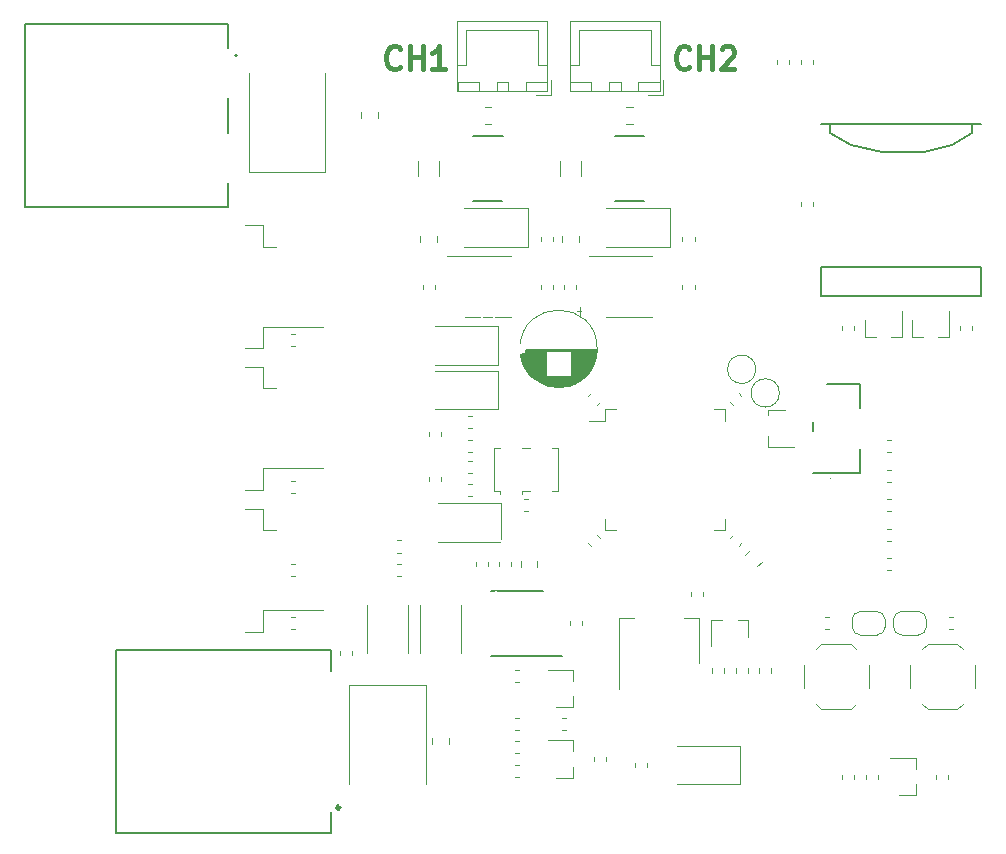
<source format=gto>
G04 #@! TF.GenerationSoftware,KiCad,Pcbnew,(5.1.4)-1*
G04 #@! TF.CreationDate,2020-08-18T21:21:43-04:00*
G04 #@! TF.ProjectId,EBoard Sidecar,45426f61-7264-4205-9369-64656361722e,rev?*
G04 #@! TF.SameCoordinates,Original*
G04 #@! TF.FileFunction,Legend,Top*
G04 #@! TF.FilePolarity,Positive*
%FSLAX46Y46*%
G04 Gerber Fmt 4.6, Leading zero omitted, Abs format (unit mm)*
G04 Created by KiCad (PCBNEW (5.1.4)-1) date 2020-08-18 21:21:43*
%MOMM*%
%LPD*%
G04 APERTURE LIST*
%ADD10C,0.381000*%
%ADD11C,0.120000*%
%ADD12C,0.150000*%
%ADD13C,0.203200*%
%ADD14C,0.127000*%
%ADD15C,0.101600*%
%ADD16C,0.200000*%
%ADD17C,0.300000*%
%ADD18C,0.100000*%
%ADD19C,1.051600*%
%ADD20R,2.601600X1.901600*%
%ADD21C,6.501600*%
%ADD22O,1.828800X1.828800*%
%ADD23R,1.828800X1.828800*%
%ADD24R,1.501600X1.301600*%
%ADD25C,2.101600*%
%ADD26O,1.801600X2.101600*%
%ADD27C,1.801600*%
%ADD28C,1.625600*%
%ADD29R,1.625600X1.625600*%
%ADD30C,0.701600*%
%ADD31C,2.511600*%
%ADD32R,1.601600X0.551600*%
%ADD33C,0.401600*%
%ADD34R,1.601600X2.101600*%
%ADD35R,3.901600X2.101600*%
%ADD36R,1.801600X1.101600*%
%ADD37C,1.626600*%
%ADD38C,1.526600*%
%ADD39R,9.501599X10.901601*%
%ADD40R,4.701601X1.201600*%
%ADD41R,4.701600X1.201600*%
%ADD42R,1.001600X0.901600*%
%ADD43C,0.500000*%
%ADD44C,1.101600*%
%ADD45O,1.301600X2.501600*%
%ADD46O,1.301600X2.701600*%
%ADD47R,0.901600X1.601600*%
%ADD48R,1.601600X2.151600*%
%ADD49O,1.801600X2.051600*%
%ADD50C,4.601601*%
%ADD51O,2.701600X1.401600*%
%ADD52O,2.501600X1.301600*%
%ADD53R,0.901600X1.001600*%
%ADD54R,3.401600X2.601600*%
%ADD55C,1.251600*%
%ADD56C,1.701600*%
%ADD57R,1.701600X1.701600*%
%ADD58C,2.601600*%
%ADD59C,0.851600*%
G04 APERTURE END LIST*
D10*
X148584642Y-79380357D02*
X148493928Y-79471071D01*
X148221785Y-79561785D01*
X148040357Y-79561785D01*
X147768214Y-79471071D01*
X147586785Y-79289642D01*
X147496071Y-79108214D01*
X147405357Y-78745357D01*
X147405357Y-78473214D01*
X147496071Y-78110357D01*
X147586785Y-77928928D01*
X147768214Y-77747500D01*
X148040357Y-77656785D01*
X148221785Y-77656785D01*
X148493928Y-77747500D01*
X148584642Y-77838214D01*
X149401071Y-79561785D02*
X149401071Y-77656785D01*
X149401071Y-78563928D02*
X150489642Y-78563928D01*
X150489642Y-79561785D02*
X150489642Y-77656785D01*
X151306071Y-77838214D02*
X151396785Y-77747500D01*
X151578214Y-77656785D01*
X152031785Y-77656785D01*
X152213214Y-77747500D01*
X152303928Y-77838214D01*
X152394642Y-78019642D01*
X152394642Y-78201071D01*
X152303928Y-78473214D01*
X151215357Y-79561785D01*
X152394642Y-79561785D01*
X124084642Y-79380357D02*
X123993928Y-79471071D01*
X123721785Y-79561785D01*
X123540357Y-79561785D01*
X123268214Y-79471071D01*
X123086785Y-79289642D01*
X122996071Y-79108214D01*
X122905357Y-78745357D01*
X122905357Y-78473214D01*
X122996071Y-78110357D01*
X123086785Y-77928928D01*
X123268214Y-77747500D01*
X123540357Y-77656785D01*
X123721785Y-77656785D01*
X123993928Y-77747500D01*
X124084642Y-77838214D01*
X124901071Y-79561785D02*
X124901071Y-77656785D01*
X124901071Y-78563928D02*
X125989642Y-78563928D01*
X125989642Y-79561785D02*
X125989642Y-77656785D01*
X127894642Y-79561785D02*
X126806071Y-79561785D01*
X127350357Y-79561785D02*
X127350357Y-77656785D01*
X127168928Y-77928928D01*
X126987500Y-78110357D01*
X126806071Y-78201071D01*
D11*
X130171267Y-110990000D02*
X129828733Y-110990000D01*
X130171267Y-112010000D02*
X129828733Y-112010000D01*
X126490000Y-110328733D02*
X126490000Y-110671267D01*
X127510000Y-110328733D02*
X127510000Y-110671267D01*
X132400000Y-108400000D02*
X127000000Y-108400000D01*
X132400000Y-105100000D02*
X127000000Y-105100000D01*
X132400000Y-108400000D02*
X132400000Y-105100000D01*
X129828733Y-110010000D02*
X130171267Y-110010000D01*
X129828733Y-108990000D02*
X130171267Y-108990000D01*
X165671267Y-113490000D02*
X165328733Y-113490000D01*
X165671267Y-114510000D02*
X165328733Y-114510000D01*
X165671267Y-115990000D02*
X165328733Y-115990000D01*
X165671267Y-117010000D02*
X165328733Y-117010000D01*
X165671267Y-118490000D02*
X165328733Y-118490000D01*
X165671267Y-119510000D02*
X165328733Y-119510000D01*
X165671267Y-120990000D02*
X165328733Y-120990000D01*
X165671267Y-122010000D02*
X165328733Y-122010000D01*
X140018271Y-119739520D02*
X140260480Y-119981729D01*
X140739520Y-119018271D02*
X140981729Y-119260480D01*
X134380000Y-115300000D02*
X134380000Y-115540000D01*
X135120000Y-115300000D02*
X134380000Y-115300000D01*
X132050000Y-111700000D02*
X132580000Y-111700000D01*
X132050000Y-115300000D02*
X132050000Y-111700000D01*
X132580000Y-115300000D02*
X132050000Y-115300000D01*
X132580000Y-115540000D02*
X132580000Y-115300000D01*
X134380000Y-111700000D02*
X135120000Y-111700000D01*
X137450000Y-115300000D02*
X136920000Y-115300000D01*
X137450000Y-111700000D02*
X137450000Y-115300000D01*
X136920000Y-111700000D02*
X137450000Y-111700000D01*
X134578733Y-117010000D02*
X134921267Y-117010000D01*
X134578733Y-115990000D02*
X134921267Y-115990000D01*
X154200000Y-105000000D02*
G75*
G03X154200000Y-105000000I-1200000J0D01*
G01*
X156200000Y-107000000D02*
G75*
G03X156200000Y-107000000I-1200000J0D01*
G01*
X146350000Y-81750000D02*
X146350000Y-80500000D01*
X145100000Y-81750000D02*
X146350000Y-81750000D01*
X139200000Y-76250000D02*
X142250000Y-76250000D01*
X139200000Y-79200000D02*
X139200000Y-76250000D01*
X138450000Y-79200000D02*
X139200000Y-79200000D01*
X145300000Y-76250000D02*
X142250000Y-76250000D01*
X145300000Y-79200000D02*
X145300000Y-76250000D01*
X146050000Y-79200000D02*
X145300000Y-79200000D01*
X138450000Y-81450000D02*
X140250000Y-81450000D01*
X138450000Y-80700000D02*
X138450000Y-81450000D01*
X140250000Y-80700000D02*
X138450000Y-80700000D01*
X140250000Y-81450000D02*
X140250000Y-80700000D01*
X144250000Y-81450000D02*
X146050000Y-81450000D01*
X144250000Y-80700000D02*
X144250000Y-81450000D01*
X146050000Y-80700000D02*
X144250000Y-80700000D01*
X146050000Y-81450000D02*
X146050000Y-80700000D01*
X141750000Y-81450000D02*
X142750000Y-81450000D01*
X141750000Y-80700000D02*
X141750000Y-81450000D01*
X142750000Y-80700000D02*
X141750000Y-80700000D01*
X142750000Y-81450000D02*
X142750000Y-80700000D01*
X138440000Y-81460000D02*
X146060000Y-81460000D01*
X138440000Y-75490000D02*
X138440000Y-81460000D01*
X146060000Y-75490000D02*
X138440000Y-75490000D01*
X146060000Y-81460000D02*
X146060000Y-75490000D01*
X136850000Y-81750000D02*
X136850000Y-80500000D01*
X135600000Y-81750000D02*
X136850000Y-81750000D01*
X129700000Y-76250000D02*
X132750000Y-76250000D01*
X129700000Y-79200000D02*
X129700000Y-76250000D01*
X128950000Y-79200000D02*
X129700000Y-79200000D01*
X135800000Y-76250000D02*
X132750000Y-76250000D01*
X135800000Y-79200000D02*
X135800000Y-76250000D01*
X136550000Y-79200000D02*
X135800000Y-79200000D01*
X128950000Y-81450000D02*
X130750000Y-81450000D01*
X128950000Y-80700000D02*
X128950000Y-81450000D01*
X130750000Y-80700000D02*
X128950000Y-80700000D01*
X130750000Y-81450000D02*
X130750000Y-80700000D01*
X134750000Y-81450000D02*
X136550000Y-81450000D01*
X134750000Y-80700000D02*
X134750000Y-81450000D01*
X136550000Y-80700000D02*
X134750000Y-80700000D01*
X136550000Y-81450000D02*
X136550000Y-80700000D01*
X132250000Y-81450000D02*
X133250000Y-81450000D01*
X132250000Y-80700000D02*
X132250000Y-81450000D01*
X133250000Y-80700000D02*
X132250000Y-80700000D01*
X133250000Y-81450000D02*
X133250000Y-80700000D01*
X128940000Y-81460000D02*
X136560000Y-81460000D01*
X128940000Y-75490000D02*
X128940000Y-81460000D01*
X136560000Y-75490000D02*
X128940000Y-75490000D01*
X136560000Y-81460000D02*
X136560000Y-75490000D01*
X143500000Y-95440000D02*
X140050000Y-95440000D01*
X143500000Y-95440000D02*
X145450000Y-95440000D01*
X143500000Y-100560000D02*
X141550000Y-100560000D01*
X143500000Y-100560000D02*
X145450000Y-100560000D01*
X131500000Y-95440000D02*
X128050000Y-95440000D01*
X131500000Y-95440000D02*
X133450000Y-95440000D01*
X131500000Y-100560000D02*
X129550000Y-100560000D01*
X131500000Y-100560000D02*
X133450000Y-100560000D01*
D12*
X137775000Y-129300000D02*
X131800000Y-129300000D01*
X136200000Y-123775000D02*
X131800000Y-123775000D01*
D11*
X141390000Y-109340000D02*
X140050000Y-109340000D01*
X141390000Y-108390000D02*
X141390000Y-109340000D01*
X142340000Y-108390000D02*
X141390000Y-108390000D01*
X151610000Y-108390000D02*
X151610000Y-109340000D01*
X150660000Y-108390000D02*
X151610000Y-108390000D01*
X141390000Y-118610000D02*
X141390000Y-117660000D01*
X142340000Y-118610000D02*
X141390000Y-118610000D01*
X151610000Y-118610000D02*
X151610000Y-117660000D01*
X150660000Y-118610000D02*
X151610000Y-118610000D01*
X142590000Y-132100000D02*
X142590000Y-126090000D01*
X149410000Y-129850000D02*
X149410000Y-126090000D01*
X142590000Y-126090000D02*
X143850000Y-126090000D01*
X149410000Y-126090000D02*
X148150000Y-126090000D01*
X171700000Y-128700000D02*
X171250000Y-128250000D01*
X168300000Y-128700000D02*
X168750000Y-128250000D01*
X168300000Y-133300000D02*
X168750000Y-133750000D01*
X171700000Y-133300000D02*
X171250000Y-133750000D01*
X167250000Y-132000000D02*
X167250000Y-130000000D01*
X171250000Y-128250000D02*
X168750000Y-128250000D01*
X172750000Y-132000000D02*
X172750000Y-130000000D01*
X171250000Y-133750000D02*
X168750000Y-133750000D01*
X162700000Y-128700000D02*
X162250000Y-128250000D01*
X159300000Y-128700000D02*
X159750000Y-128250000D01*
X159300000Y-133300000D02*
X159750000Y-133750000D01*
X162700000Y-133300000D02*
X162250000Y-133750000D01*
X158250000Y-132000000D02*
X158250000Y-130000000D01*
X162250000Y-128250000D02*
X159750000Y-128250000D01*
X163750000Y-132000000D02*
X163750000Y-130000000D01*
X162250000Y-133750000D02*
X159750000Y-133750000D01*
X129210000Y-129052064D02*
X129210000Y-124947936D01*
X125790000Y-129052064D02*
X125790000Y-124947936D01*
X121290000Y-124947936D02*
X121290000Y-129052064D01*
X124710000Y-124947936D02*
X124710000Y-129052064D01*
X130171267Y-112740000D02*
X129828733Y-112740000D01*
X130171267Y-113760000D02*
X129828733Y-113760000D01*
X127510000Y-114421267D02*
X127510000Y-114078733D01*
X126490000Y-114421267D02*
X126490000Y-114078733D01*
X131510000Y-121671267D02*
X131510000Y-121328733D01*
X130490000Y-121671267D02*
X130490000Y-121328733D01*
X115171267Y-121490000D02*
X114828733Y-121490000D01*
X115171267Y-122510000D02*
X114828733Y-122510000D01*
X120010000Y-129171267D02*
X120010000Y-128828733D01*
X118990000Y-129171267D02*
X118990000Y-128828733D01*
X114828733Y-103010000D02*
X115171267Y-103010000D01*
X114828733Y-101990000D02*
X115171267Y-101990000D01*
X114828733Y-115510000D02*
X115171267Y-115510000D01*
X114828733Y-114490000D02*
X115171267Y-114490000D01*
X114828733Y-127010000D02*
X115171267Y-127010000D01*
X114828733Y-125990000D02*
X115171267Y-125990000D01*
X134171267Y-130490000D02*
X133828733Y-130490000D01*
X134171267Y-131510000D02*
X133828733Y-131510000D01*
X134171267Y-138490000D02*
X133828733Y-138490000D01*
X134171267Y-139510000D02*
X133828733Y-139510000D01*
X165328733Y-112010000D02*
X165671267Y-112010000D01*
X165328733Y-110990000D02*
X165671267Y-110990000D01*
X134171267Y-134490000D02*
X133828733Y-134490000D01*
X134171267Y-135510000D02*
X133828733Y-135510000D01*
X138171267Y-134490000D02*
X137828733Y-134490000D01*
X138171267Y-135510000D02*
X137828733Y-135510000D01*
X140490000Y-137828733D02*
X140490000Y-138171267D01*
X141510000Y-137828733D02*
X141510000Y-138171267D01*
X163490000Y-139671267D02*
X163490000Y-139328733D01*
X164510000Y-139671267D02*
X164510000Y-139328733D01*
X169490000Y-139671267D02*
X169490000Y-139328733D01*
X170510000Y-139671267D02*
X170510000Y-139328733D01*
X161490000Y-139671267D02*
X161490000Y-139328733D01*
X162510000Y-139671267D02*
X162510000Y-139328733D01*
X160421267Y-127010000D02*
X160078733Y-127010000D01*
X160421267Y-125990000D02*
X160078733Y-125990000D01*
X170921267Y-127010000D02*
X170578733Y-127010000D01*
X170921267Y-125990000D02*
X170578733Y-125990000D01*
X171490000Y-101328733D02*
X171490000Y-101671267D01*
X172510000Y-101328733D02*
X172510000Y-101671267D01*
X161490000Y-101328733D02*
X161490000Y-101671267D01*
X162510000Y-101328733D02*
X162510000Y-101671267D01*
X155990000Y-78828733D02*
X155990000Y-79171267D01*
X157010000Y-78828733D02*
X157010000Y-79171267D01*
X152490000Y-130328733D02*
X152490000Y-130671267D01*
X153510000Y-130328733D02*
X153510000Y-130671267D01*
X151510000Y-130671267D02*
X151510000Y-130328733D01*
X150490000Y-130671267D02*
X150490000Y-130328733D01*
X143990000Y-138328733D02*
X143990000Y-138671267D01*
X145010000Y-138328733D02*
X145010000Y-138671267D01*
X137590000Y-87397936D02*
X137590000Y-88602064D01*
X139410000Y-87397936D02*
X139410000Y-88602064D01*
X125590000Y-87397936D02*
X125590000Y-88602064D01*
X127410000Y-87397936D02*
X127410000Y-88602064D01*
X137990000Y-97828733D02*
X137990000Y-98171267D01*
X139010000Y-97828733D02*
X139010000Y-98171267D01*
X125990000Y-97828733D02*
X125990000Y-98171267D01*
X127010000Y-97828733D02*
X127010000Y-98171267D01*
X112450000Y-94610000D02*
X113550000Y-94610000D01*
X112450000Y-92800000D02*
X112450000Y-94610000D01*
X110950000Y-92800000D02*
X112450000Y-92800000D01*
X112450000Y-101390000D02*
X117575000Y-101390000D01*
X112450000Y-103200000D02*
X112450000Y-101390000D01*
X110950000Y-103200000D02*
X112450000Y-103200000D01*
X112450000Y-106610000D02*
X113550000Y-106610000D01*
X112450000Y-104800000D02*
X112450000Y-106610000D01*
X110950000Y-104800000D02*
X112450000Y-104800000D01*
X112450000Y-113390000D02*
X117575000Y-113390000D01*
X112450000Y-115200000D02*
X112450000Y-113390000D01*
X110950000Y-115200000D02*
X112450000Y-115200000D01*
X112450000Y-118610000D02*
X113550000Y-118610000D01*
X112450000Y-116800000D02*
X112450000Y-118610000D01*
X110950000Y-116800000D02*
X112450000Y-116800000D01*
X112450000Y-125390000D02*
X117575000Y-125390000D01*
X112450000Y-127200000D02*
X112450000Y-125390000D01*
X110950000Y-127200000D02*
X112450000Y-127200000D01*
X138760000Y-139580000D02*
X137300000Y-139580000D01*
X138760000Y-136420000D02*
X136600000Y-136420000D01*
X138760000Y-136420000D02*
X138760000Y-137350000D01*
X138760000Y-139580000D02*
X138760000Y-138650000D01*
X138760000Y-133580000D02*
X137300000Y-133580000D01*
X138760000Y-130420000D02*
X136600000Y-130420000D01*
X138760000Y-130420000D02*
X138760000Y-131350000D01*
X138760000Y-133580000D02*
X138760000Y-132650000D01*
X167760000Y-141080000D02*
X167760000Y-140150000D01*
X167760000Y-137920000D02*
X167760000Y-138850000D01*
X167760000Y-137920000D02*
X165600000Y-137920000D01*
X167760000Y-141080000D02*
X166300000Y-141080000D01*
D13*
X142250000Y-90750000D02*
X144750000Y-90750000D01*
X142250000Y-85250000D02*
X144770000Y-85250000D01*
X130250000Y-90750000D02*
X132750000Y-90750000D01*
X130250000Y-85250000D02*
X132770000Y-85250000D01*
D11*
X167950000Y-125500000D02*
G75*
G02X168650000Y-126200000I0J-700000D01*
G01*
X168650000Y-126800000D02*
G75*
G02X167950000Y-127500000I-700000J0D01*
G01*
X166550000Y-127500000D02*
G75*
G02X165850000Y-126800000I0J700000D01*
G01*
X165850000Y-126200000D02*
G75*
G02X166550000Y-125500000I700000J0D01*
G01*
X165850000Y-126800000D02*
X165850000Y-126200000D01*
X167950000Y-127500000D02*
X166550000Y-127500000D01*
X168650000Y-126200000D02*
X168650000Y-126800000D01*
X166550000Y-125500000D02*
X167950000Y-125500000D01*
X163050000Y-127500000D02*
G75*
G02X162350000Y-126800000I0J700000D01*
G01*
X162350000Y-126200000D02*
G75*
G02X163050000Y-125500000I700000J0D01*
G01*
X164450000Y-125500000D02*
G75*
G02X165150000Y-126200000I0J-700000D01*
G01*
X165150000Y-126800000D02*
G75*
G02X164450000Y-127500000I-700000J0D01*
G01*
X165150000Y-126200000D02*
X165150000Y-126800000D01*
X163050000Y-125500000D02*
X164450000Y-125500000D01*
X162350000Y-126800000D02*
X162350000Y-126200000D01*
X164450000Y-127500000D02*
X163050000Y-127500000D01*
D14*
X163000000Y-106250000D02*
X160250000Y-106250000D01*
X163000000Y-113750000D02*
X159000000Y-113750000D01*
X163000000Y-111750000D02*
X163000000Y-113750000D01*
X163000000Y-106250000D02*
X163000000Y-108250000D01*
X159000000Y-109500000D02*
X159000000Y-110250000D01*
D15*
X160550800Y-114250000D02*
G75*
G03X160550800Y-114250000I-50800J0D01*
G01*
D14*
X173300000Y-84250000D02*
X159700000Y-84250000D01*
X173300000Y-98750000D02*
X159700000Y-98750000D01*
X173300000Y-98700000D02*
X173300000Y-96300000D01*
X159700000Y-98700000D02*
X159700000Y-96300000D01*
X172500000Y-84300000D02*
X172500000Y-85000000D01*
X160500000Y-84300000D02*
X160500000Y-85000000D01*
X172500000Y-85000000D02*
X170800000Y-86000000D01*
X170800000Y-86000000D02*
X168400000Y-86600000D01*
X168400000Y-86600000D02*
X164900000Y-86600000D01*
X164900000Y-86600000D02*
X162300000Y-86000000D01*
X162300000Y-86000000D02*
X160500000Y-85000000D01*
X173300000Y-96300000D02*
X159700000Y-96300000D01*
X109500000Y-75750000D02*
X109500000Y-77790000D01*
X109500000Y-82010000D02*
X109500000Y-84990000D01*
X109500000Y-89210000D02*
X109500000Y-91250000D01*
X109500000Y-91250000D02*
X92300000Y-91250000D01*
X92300000Y-91250000D02*
X92300000Y-75750000D01*
X92300000Y-75750000D02*
X109500000Y-75750000D01*
D16*
X110290000Y-78420000D02*
G75*
G03X110290000Y-78420000I-100000J0D01*
G01*
D14*
X100000000Y-144250000D02*
X118200000Y-144250000D01*
X100000000Y-128750000D02*
X100000000Y-144250000D01*
X118200000Y-128750000D02*
X100000000Y-128750000D01*
X118200000Y-144250000D02*
X118200000Y-142500000D01*
X118200000Y-128750000D02*
X118200000Y-130500000D01*
D17*
X119000000Y-142100000D02*
G75*
G03X119000000Y-142100000I-150000J0D01*
G01*
D11*
X132650000Y-119650000D02*
X127250000Y-119650000D01*
X132650000Y-116350000D02*
X127250000Y-116350000D01*
X132650000Y-119650000D02*
X132650000Y-116350000D01*
X155240000Y-108420000D02*
X156700000Y-108420000D01*
X155240000Y-111580000D02*
X157400000Y-111580000D01*
X155240000Y-111580000D02*
X155240000Y-110650000D01*
X155240000Y-108420000D02*
X155240000Y-109350000D01*
X167420000Y-102260000D02*
X167420000Y-100800000D01*
X170580000Y-102260000D02*
X170580000Y-100100000D01*
X170580000Y-102260000D02*
X169650000Y-102260000D01*
X167420000Y-102260000D02*
X168350000Y-102260000D01*
X163420000Y-102260000D02*
X163420000Y-100800000D01*
X166580000Y-102260000D02*
X166580000Y-100100000D01*
X166580000Y-102260000D02*
X165650000Y-102260000D01*
X163420000Y-102260000D02*
X164350000Y-102260000D01*
X153580000Y-126240000D02*
X153580000Y-127700000D01*
X150420000Y-126240000D02*
X150420000Y-128400000D01*
X150420000Y-126240000D02*
X151350000Y-126240000D01*
X153580000Y-126240000D02*
X152650000Y-126240000D01*
X152900000Y-140150000D02*
X147500000Y-140150000D01*
X152900000Y-136850000D02*
X147500000Y-136850000D01*
X152900000Y-140150000D02*
X152900000Y-136850000D01*
X146900000Y-94650000D02*
X141500000Y-94650000D01*
X146900000Y-91350000D02*
X141500000Y-91350000D01*
X146900000Y-94650000D02*
X146900000Y-91350000D01*
X134900000Y-94650000D02*
X129500000Y-94650000D01*
X134900000Y-91350000D02*
X129500000Y-91350000D01*
X134900000Y-94650000D02*
X134900000Y-91350000D01*
X132400000Y-104650000D02*
X127000000Y-104650000D01*
X132400000Y-101350000D02*
X127000000Y-101350000D01*
X132400000Y-104650000D02*
X132400000Y-101350000D01*
X111250000Y-88300000D02*
X111250000Y-79900000D01*
X117750000Y-88300000D02*
X117750000Y-79900000D01*
X117750000Y-88300000D02*
X111250000Y-88300000D01*
X126250000Y-131700000D02*
X126250000Y-140100000D01*
X119750000Y-131700000D02*
X119750000Y-140100000D01*
X119750000Y-131700000D02*
X126250000Y-131700000D01*
X129828733Y-115760000D02*
X130171267Y-115760000D01*
X129828733Y-114740000D02*
X130171267Y-114740000D01*
X133510000Y-121671267D02*
X133510000Y-121328733D01*
X132490000Y-121671267D02*
X132490000Y-121328733D01*
X124171267Y-119490000D02*
X123828733Y-119490000D01*
X124171267Y-120510000D02*
X123828733Y-120510000D01*
X123828733Y-122510000D02*
X124171267Y-122510000D01*
X123828733Y-121490000D02*
X124171267Y-121490000D01*
X135710000Y-121761252D02*
X135710000Y-121238748D01*
X134290000Y-121761252D02*
X134290000Y-121238748D01*
X139510000Y-126671267D02*
X139510000Y-126328733D01*
X138490000Y-126671267D02*
X138490000Y-126328733D01*
X133828733Y-137510000D02*
X134171267Y-137510000D01*
X133828733Y-136490000D02*
X134171267Y-136490000D01*
X152981729Y-107260480D02*
X152739520Y-107018271D01*
X152260480Y-107981729D02*
X152018271Y-107739520D01*
X140739520Y-107981729D02*
X140981729Y-107739520D01*
X140018271Y-107260480D02*
X140260480Y-107018271D01*
X152739520Y-119981729D02*
X152981729Y-119739520D01*
X152018271Y-119260480D02*
X152260480Y-119018271D01*
X154317313Y-121686779D02*
X154686779Y-121317313D01*
X153313221Y-120682687D02*
X153682687Y-120313221D01*
X157990000Y-90828733D02*
X157990000Y-91171267D01*
X159010000Y-90828733D02*
X159010000Y-91171267D01*
X159010000Y-79171267D02*
X159010000Y-78828733D01*
X157990000Y-79171267D02*
X157990000Y-78828733D01*
X143761252Y-82790000D02*
X143238748Y-82790000D01*
X143761252Y-84210000D02*
X143238748Y-84210000D01*
X131761252Y-82790000D02*
X131238748Y-82790000D01*
X131761252Y-84210000D02*
X131238748Y-84210000D01*
X149010000Y-94171267D02*
X149010000Y-93828733D01*
X147990000Y-94171267D02*
X147990000Y-93828733D01*
X137010000Y-94171267D02*
X137010000Y-93828733D01*
X135990000Y-94171267D02*
X135990000Y-93828733D01*
X149010000Y-98171267D02*
X149010000Y-97828733D01*
X147990000Y-98171267D02*
X147990000Y-97828733D01*
X137010000Y-98171267D02*
X137010000Y-97828733D01*
X135990000Y-98171267D02*
X135990000Y-97828733D01*
X139210000Y-94261252D02*
X139210000Y-93738748D01*
X137790000Y-94261252D02*
X137790000Y-93738748D01*
X127210000Y-94261252D02*
X127210000Y-93738748D01*
X125790000Y-94261252D02*
X125790000Y-93738748D01*
X139654000Y-100064759D02*
X139024000Y-100064759D01*
X139339000Y-99749759D02*
X139339000Y-100379759D01*
X137902000Y-106491000D02*
X137098000Y-106491000D01*
X138133000Y-106451000D02*
X136867000Y-106451000D01*
X138302000Y-106411000D02*
X136698000Y-106411000D01*
X138440000Y-106371000D02*
X136560000Y-106371000D01*
X138559000Y-106331000D02*
X136441000Y-106331000D01*
X138665000Y-106291000D02*
X136335000Y-106291000D01*
X138762000Y-106251000D02*
X136238000Y-106251000D01*
X138850000Y-106211000D02*
X136150000Y-106211000D01*
X138932000Y-106171000D02*
X136068000Y-106171000D01*
X139009000Y-106131000D02*
X135991000Y-106131000D01*
X139081000Y-106091000D02*
X135919000Y-106091000D01*
X139150000Y-106051000D02*
X135850000Y-106051000D01*
X139214000Y-106011000D02*
X135786000Y-106011000D01*
X139276000Y-105971000D02*
X135724000Y-105971000D01*
X139334000Y-105931000D02*
X135666000Y-105931000D01*
X139390000Y-105891000D02*
X135610000Y-105891000D01*
X139444000Y-105851000D02*
X135556000Y-105851000D01*
X139495000Y-105811000D02*
X135505000Y-105811000D01*
X139544000Y-105771000D02*
X135456000Y-105771000D01*
X139592000Y-105731000D02*
X135408000Y-105731000D01*
X139637000Y-105691000D02*
X135363000Y-105691000D01*
X139682000Y-105651000D02*
X135318000Y-105651000D01*
X139724000Y-105611000D02*
X135276000Y-105611000D01*
X139765000Y-105571000D02*
X135235000Y-105571000D01*
X136460000Y-105531000D02*
X135195000Y-105531000D01*
X139805000Y-105531000D02*
X138540000Y-105531000D01*
X136460000Y-105491000D02*
X135157000Y-105491000D01*
X139843000Y-105491000D02*
X138540000Y-105491000D01*
X136460000Y-105451000D02*
X135120000Y-105451000D01*
X139880000Y-105451000D02*
X138540000Y-105451000D01*
X136460000Y-105411000D02*
X135084000Y-105411000D01*
X139916000Y-105411000D02*
X138540000Y-105411000D01*
X136460000Y-105371000D02*
X135050000Y-105371000D01*
X139950000Y-105371000D02*
X138540000Y-105371000D01*
X136460000Y-105331000D02*
X135016000Y-105331000D01*
X139984000Y-105331000D02*
X138540000Y-105331000D01*
X136460000Y-105291000D02*
X134984000Y-105291000D01*
X140016000Y-105291000D02*
X138540000Y-105291000D01*
X136460000Y-105251000D02*
X134952000Y-105251000D01*
X140048000Y-105251000D02*
X138540000Y-105251000D01*
X136460000Y-105211000D02*
X134922000Y-105211000D01*
X140078000Y-105211000D02*
X138540000Y-105211000D01*
X136460000Y-105171000D02*
X134893000Y-105171000D01*
X140107000Y-105171000D02*
X138540000Y-105171000D01*
X136460000Y-105131000D02*
X134864000Y-105131000D01*
X140136000Y-105131000D02*
X138540000Y-105131000D01*
X136460000Y-105091000D02*
X134836000Y-105091000D01*
X140164000Y-105091000D02*
X138540000Y-105091000D01*
X136460000Y-105051000D02*
X134810000Y-105051000D01*
X140190000Y-105051000D02*
X138540000Y-105051000D01*
X136460000Y-105011000D02*
X134784000Y-105011000D01*
X140216000Y-105011000D02*
X138540000Y-105011000D01*
X136460000Y-104971000D02*
X134758000Y-104971000D01*
X140242000Y-104971000D02*
X138540000Y-104971000D01*
X136460000Y-104931000D02*
X134734000Y-104931000D01*
X140266000Y-104931000D02*
X138540000Y-104931000D01*
X136460000Y-104891000D02*
X134710000Y-104891000D01*
X140290000Y-104891000D02*
X138540000Y-104891000D01*
X136460000Y-104851000D02*
X134688000Y-104851000D01*
X140312000Y-104851000D02*
X138540000Y-104851000D01*
X136460000Y-104811000D02*
X134666000Y-104811000D01*
X140334000Y-104811000D02*
X138540000Y-104811000D01*
X136460000Y-104771000D02*
X134644000Y-104771000D01*
X140356000Y-104771000D02*
X138540000Y-104771000D01*
X136460000Y-104731000D02*
X134624000Y-104731000D01*
X140376000Y-104731000D02*
X138540000Y-104731000D01*
X136460000Y-104691000D02*
X134604000Y-104691000D01*
X140396000Y-104691000D02*
X138540000Y-104691000D01*
X136460000Y-104651000D02*
X134584000Y-104651000D01*
X140416000Y-104651000D02*
X138540000Y-104651000D01*
X136460000Y-104611000D02*
X134566000Y-104611000D01*
X140434000Y-104611000D02*
X138540000Y-104611000D01*
X136460000Y-104571000D02*
X134548000Y-104571000D01*
X140452000Y-104571000D02*
X138540000Y-104571000D01*
X136460000Y-104531000D02*
X134530000Y-104531000D01*
X140470000Y-104531000D02*
X138540000Y-104531000D01*
X136460000Y-104491000D02*
X134514000Y-104491000D01*
X140486000Y-104491000D02*
X138540000Y-104491000D01*
X136460000Y-104451000D02*
X134498000Y-104451000D01*
X140502000Y-104451000D02*
X138540000Y-104451000D01*
X136460000Y-104411000D02*
X134482000Y-104411000D01*
X140518000Y-104411000D02*
X138540000Y-104411000D01*
X136460000Y-104371000D02*
X134467000Y-104371000D01*
X140533000Y-104371000D02*
X138540000Y-104371000D01*
X136460000Y-104331000D02*
X134453000Y-104331000D01*
X140547000Y-104331000D02*
X138540000Y-104331000D01*
X136460000Y-104291000D02*
X134439000Y-104291000D01*
X140561000Y-104291000D02*
X138540000Y-104291000D01*
X136460000Y-104251000D02*
X134426000Y-104251000D01*
X140574000Y-104251000D02*
X138540000Y-104251000D01*
X136460000Y-104211000D02*
X134414000Y-104211000D01*
X140586000Y-104211000D02*
X138540000Y-104211000D01*
X136460000Y-104171000D02*
X134402000Y-104171000D01*
X140598000Y-104171000D02*
X138540000Y-104171000D01*
X136460000Y-104131000D02*
X134390000Y-104131000D01*
X140610000Y-104131000D02*
X138540000Y-104131000D01*
X136460000Y-104091000D02*
X134379000Y-104091000D01*
X140621000Y-104091000D02*
X138540000Y-104091000D01*
X136460000Y-104051000D02*
X134369000Y-104051000D01*
X140631000Y-104051000D02*
X138540000Y-104051000D01*
X136460000Y-104011000D02*
X134359000Y-104011000D01*
X140641000Y-104011000D02*
X138540000Y-104011000D01*
X136460000Y-103971000D02*
X134350000Y-103971000D01*
X140650000Y-103971000D02*
X138540000Y-103971000D01*
X136460000Y-103930000D02*
X134341000Y-103930000D01*
X140659000Y-103930000D02*
X138540000Y-103930000D01*
X136460000Y-103890000D02*
X134333000Y-103890000D01*
X140667000Y-103890000D02*
X138540000Y-103890000D01*
X136460000Y-103850000D02*
X134325000Y-103850000D01*
X140675000Y-103850000D02*
X138540000Y-103850000D01*
X136460000Y-103810000D02*
X134318000Y-103810000D01*
X140682000Y-103810000D02*
X138540000Y-103810000D01*
X136460000Y-103770000D02*
X134311000Y-103770000D01*
X140689000Y-103770000D02*
X138540000Y-103770000D01*
X136460000Y-103730000D02*
X134305000Y-103730000D01*
X140695000Y-103730000D02*
X138540000Y-103730000D01*
X136460000Y-103690000D02*
X134299000Y-103690000D01*
X140701000Y-103690000D02*
X138540000Y-103690000D01*
X136460000Y-103650000D02*
X134294000Y-103650000D01*
X140706000Y-103650000D02*
X138540000Y-103650000D01*
X136460000Y-103610000D02*
X134289000Y-103610000D01*
X140711000Y-103610000D02*
X138540000Y-103610000D01*
X136460000Y-103570000D02*
X134285000Y-103570000D01*
X140715000Y-103570000D02*
X138540000Y-103570000D01*
X136460000Y-103530000D02*
X134282000Y-103530000D01*
X140718000Y-103530000D02*
X138540000Y-103530000D01*
X136460000Y-103490000D02*
X134278000Y-103490000D01*
X140722000Y-103490000D02*
X138540000Y-103490000D01*
X140724000Y-103450000D02*
X134276000Y-103450000D01*
X140727000Y-103410000D02*
X134273000Y-103410000D01*
X140728000Y-103370000D02*
X134272000Y-103370000D01*
X140730000Y-103330000D02*
X134270000Y-103330000D01*
X140730000Y-103290000D02*
X134270000Y-103290000D01*
X140730000Y-103250000D02*
X134270000Y-103250000D01*
X140770000Y-103250000D02*
G75*
G03X140770000Y-103250000I-3270000J0D01*
G01*
X120790000Y-83238748D02*
X120790000Y-83761252D01*
X122210000Y-83238748D02*
X122210000Y-83761252D01*
X149760000Y-124171267D02*
X149760000Y-123828733D01*
X148740000Y-124171267D02*
X148740000Y-123828733D01*
X155510000Y-130671267D02*
X155510000Y-130328733D01*
X154490000Y-130671267D02*
X154490000Y-130328733D01*
X126790000Y-136238748D02*
X126790000Y-136761252D01*
X128210000Y-136238748D02*
X128210000Y-136761252D01*
%LPC*%
D18*
G36*
X129463669Y-110975466D02*
G01*
X129489189Y-110979252D01*
X129514216Y-110985520D01*
X129538507Y-110994212D01*
X129561830Y-111005243D01*
X129583959Y-111018507D01*
X129604682Y-111033876D01*
X129623798Y-111051202D01*
X129641124Y-111070318D01*
X129656493Y-111091041D01*
X129669757Y-111113170D01*
X129680788Y-111136493D01*
X129689480Y-111160784D01*
X129695748Y-111185811D01*
X129699534Y-111211331D01*
X129700800Y-111237100D01*
X129700800Y-111762900D01*
X129699534Y-111788669D01*
X129695748Y-111814189D01*
X129689480Y-111839216D01*
X129680788Y-111863507D01*
X129669757Y-111886830D01*
X129656493Y-111908959D01*
X129641124Y-111929682D01*
X129623798Y-111948798D01*
X129604682Y-111966124D01*
X129583959Y-111981493D01*
X129561830Y-111994757D01*
X129538507Y-112005788D01*
X129514216Y-112014480D01*
X129489189Y-112020748D01*
X129463669Y-112024534D01*
X129437900Y-112025800D01*
X128812100Y-112025800D01*
X128786331Y-112024534D01*
X128760811Y-112020748D01*
X128735784Y-112014480D01*
X128711493Y-112005788D01*
X128688170Y-111994757D01*
X128666041Y-111981493D01*
X128645318Y-111966124D01*
X128626202Y-111948798D01*
X128608876Y-111929682D01*
X128593507Y-111908959D01*
X128580243Y-111886830D01*
X128569212Y-111863507D01*
X128560520Y-111839216D01*
X128554252Y-111814189D01*
X128550466Y-111788669D01*
X128549200Y-111762900D01*
X128549200Y-111237100D01*
X128550466Y-111211331D01*
X128554252Y-111185811D01*
X128560520Y-111160784D01*
X128569212Y-111136493D01*
X128580243Y-111113170D01*
X128593507Y-111091041D01*
X128608876Y-111070318D01*
X128626202Y-111051202D01*
X128645318Y-111033876D01*
X128666041Y-111018507D01*
X128688170Y-111005243D01*
X128711493Y-110994212D01*
X128735784Y-110985520D01*
X128760811Y-110979252D01*
X128786331Y-110975466D01*
X128812100Y-110974200D01*
X129437900Y-110974200D01*
X129463669Y-110975466D01*
X129463669Y-110975466D01*
G37*
D19*
X129125000Y-111500000D03*
D18*
G36*
X131213669Y-110975466D02*
G01*
X131239189Y-110979252D01*
X131264216Y-110985520D01*
X131288507Y-110994212D01*
X131311830Y-111005243D01*
X131333959Y-111018507D01*
X131354682Y-111033876D01*
X131373798Y-111051202D01*
X131391124Y-111070318D01*
X131406493Y-111091041D01*
X131419757Y-111113170D01*
X131430788Y-111136493D01*
X131439480Y-111160784D01*
X131445748Y-111185811D01*
X131449534Y-111211331D01*
X131450800Y-111237100D01*
X131450800Y-111762900D01*
X131449534Y-111788669D01*
X131445748Y-111814189D01*
X131439480Y-111839216D01*
X131430788Y-111863507D01*
X131419757Y-111886830D01*
X131406493Y-111908959D01*
X131391124Y-111929682D01*
X131373798Y-111948798D01*
X131354682Y-111966124D01*
X131333959Y-111981493D01*
X131311830Y-111994757D01*
X131288507Y-112005788D01*
X131264216Y-112014480D01*
X131239189Y-112020748D01*
X131213669Y-112024534D01*
X131187900Y-112025800D01*
X130562100Y-112025800D01*
X130536331Y-112024534D01*
X130510811Y-112020748D01*
X130485784Y-112014480D01*
X130461493Y-112005788D01*
X130438170Y-111994757D01*
X130416041Y-111981493D01*
X130395318Y-111966124D01*
X130376202Y-111948798D01*
X130358876Y-111929682D01*
X130343507Y-111908959D01*
X130330243Y-111886830D01*
X130319212Y-111863507D01*
X130310520Y-111839216D01*
X130304252Y-111814189D01*
X130300466Y-111788669D01*
X130299200Y-111762900D01*
X130299200Y-111237100D01*
X130300466Y-111211331D01*
X130304252Y-111185811D01*
X130310520Y-111160784D01*
X130319212Y-111136493D01*
X130330243Y-111113170D01*
X130343507Y-111091041D01*
X130358876Y-111070318D01*
X130376202Y-111051202D01*
X130395318Y-111033876D01*
X130416041Y-111018507D01*
X130438170Y-111005243D01*
X130461493Y-110994212D01*
X130485784Y-110985520D01*
X130510811Y-110979252D01*
X130536331Y-110975466D01*
X130562100Y-110974200D01*
X131187900Y-110974200D01*
X131213669Y-110975466D01*
X131213669Y-110975466D01*
G37*
D19*
X130875000Y-111500000D03*
D18*
G36*
X127288669Y-110800466D02*
G01*
X127314189Y-110804252D01*
X127339216Y-110810520D01*
X127363507Y-110819212D01*
X127386830Y-110830243D01*
X127408959Y-110843507D01*
X127429682Y-110858876D01*
X127448798Y-110876202D01*
X127466124Y-110895318D01*
X127481493Y-110916041D01*
X127494757Y-110938170D01*
X127505788Y-110961493D01*
X127514480Y-110985784D01*
X127520748Y-111010811D01*
X127524534Y-111036331D01*
X127525800Y-111062100D01*
X127525800Y-111687900D01*
X127524534Y-111713669D01*
X127520748Y-111739189D01*
X127514480Y-111764216D01*
X127505788Y-111788507D01*
X127494757Y-111811830D01*
X127481493Y-111833959D01*
X127466124Y-111854682D01*
X127448798Y-111873798D01*
X127429682Y-111891124D01*
X127408959Y-111906493D01*
X127386830Y-111919757D01*
X127363507Y-111930788D01*
X127339216Y-111939480D01*
X127314189Y-111945748D01*
X127288669Y-111949534D01*
X127262900Y-111950800D01*
X126737100Y-111950800D01*
X126711331Y-111949534D01*
X126685811Y-111945748D01*
X126660784Y-111939480D01*
X126636493Y-111930788D01*
X126613170Y-111919757D01*
X126591041Y-111906493D01*
X126570318Y-111891124D01*
X126551202Y-111873798D01*
X126533876Y-111854682D01*
X126518507Y-111833959D01*
X126505243Y-111811830D01*
X126494212Y-111788507D01*
X126485520Y-111764216D01*
X126479252Y-111739189D01*
X126475466Y-111713669D01*
X126474200Y-111687900D01*
X126474200Y-111062100D01*
X126475466Y-111036331D01*
X126479252Y-111010811D01*
X126485520Y-110985784D01*
X126494212Y-110961493D01*
X126505243Y-110938170D01*
X126518507Y-110916041D01*
X126533876Y-110895318D01*
X126551202Y-110876202D01*
X126570318Y-110858876D01*
X126591041Y-110843507D01*
X126613170Y-110830243D01*
X126636493Y-110819212D01*
X126660784Y-110810520D01*
X126685811Y-110804252D01*
X126711331Y-110800466D01*
X126737100Y-110799200D01*
X127262900Y-110799200D01*
X127288669Y-110800466D01*
X127288669Y-110800466D01*
G37*
D19*
X127000000Y-111375000D03*
D18*
G36*
X127288669Y-109050466D02*
G01*
X127314189Y-109054252D01*
X127339216Y-109060520D01*
X127363507Y-109069212D01*
X127386830Y-109080243D01*
X127408959Y-109093507D01*
X127429682Y-109108876D01*
X127448798Y-109126202D01*
X127466124Y-109145318D01*
X127481493Y-109166041D01*
X127494757Y-109188170D01*
X127505788Y-109211493D01*
X127514480Y-109235784D01*
X127520748Y-109260811D01*
X127524534Y-109286331D01*
X127525800Y-109312100D01*
X127525800Y-109937900D01*
X127524534Y-109963669D01*
X127520748Y-109989189D01*
X127514480Y-110014216D01*
X127505788Y-110038507D01*
X127494757Y-110061830D01*
X127481493Y-110083959D01*
X127466124Y-110104682D01*
X127448798Y-110123798D01*
X127429682Y-110141124D01*
X127408959Y-110156493D01*
X127386830Y-110169757D01*
X127363507Y-110180788D01*
X127339216Y-110189480D01*
X127314189Y-110195748D01*
X127288669Y-110199534D01*
X127262900Y-110200800D01*
X126737100Y-110200800D01*
X126711331Y-110199534D01*
X126685811Y-110195748D01*
X126660784Y-110189480D01*
X126636493Y-110180788D01*
X126613170Y-110169757D01*
X126591041Y-110156493D01*
X126570318Y-110141124D01*
X126551202Y-110123798D01*
X126533876Y-110104682D01*
X126518507Y-110083959D01*
X126505243Y-110061830D01*
X126494212Y-110038507D01*
X126485520Y-110014216D01*
X126479252Y-109989189D01*
X126475466Y-109963669D01*
X126474200Y-109937900D01*
X126474200Y-109312100D01*
X126475466Y-109286331D01*
X126479252Y-109260811D01*
X126485520Y-109235784D01*
X126494212Y-109211493D01*
X126505243Y-109188170D01*
X126518507Y-109166041D01*
X126533876Y-109145318D01*
X126551202Y-109126202D01*
X126570318Y-109108876D01*
X126591041Y-109093507D01*
X126613170Y-109080243D01*
X126636493Y-109069212D01*
X126660784Y-109060520D01*
X126685811Y-109054252D01*
X126711331Y-109050466D01*
X126737100Y-109049200D01*
X127262900Y-109049200D01*
X127288669Y-109050466D01*
X127288669Y-109050466D01*
G37*
D19*
X127000000Y-109625000D03*
D20*
X127000000Y-106750000D03*
X131000000Y-106750000D03*
D18*
G36*
X131213669Y-108975466D02*
G01*
X131239189Y-108979252D01*
X131264216Y-108985520D01*
X131288507Y-108994212D01*
X131311830Y-109005243D01*
X131333959Y-109018507D01*
X131354682Y-109033876D01*
X131373798Y-109051202D01*
X131391124Y-109070318D01*
X131406493Y-109091041D01*
X131419757Y-109113170D01*
X131430788Y-109136493D01*
X131439480Y-109160784D01*
X131445748Y-109185811D01*
X131449534Y-109211331D01*
X131450800Y-109237100D01*
X131450800Y-109762900D01*
X131449534Y-109788669D01*
X131445748Y-109814189D01*
X131439480Y-109839216D01*
X131430788Y-109863507D01*
X131419757Y-109886830D01*
X131406493Y-109908959D01*
X131391124Y-109929682D01*
X131373798Y-109948798D01*
X131354682Y-109966124D01*
X131333959Y-109981493D01*
X131311830Y-109994757D01*
X131288507Y-110005788D01*
X131264216Y-110014480D01*
X131239189Y-110020748D01*
X131213669Y-110024534D01*
X131187900Y-110025800D01*
X130562100Y-110025800D01*
X130536331Y-110024534D01*
X130510811Y-110020748D01*
X130485784Y-110014480D01*
X130461493Y-110005788D01*
X130438170Y-109994757D01*
X130416041Y-109981493D01*
X130395318Y-109966124D01*
X130376202Y-109948798D01*
X130358876Y-109929682D01*
X130343507Y-109908959D01*
X130330243Y-109886830D01*
X130319212Y-109863507D01*
X130310520Y-109839216D01*
X130304252Y-109814189D01*
X130300466Y-109788669D01*
X130299200Y-109762900D01*
X130299200Y-109237100D01*
X130300466Y-109211331D01*
X130304252Y-109185811D01*
X130310520Y-109160784D01*
X130319212Y-109136493D01*
X130330243Y-109113170D01*
X130343507Y-109091041D01*
X130358876Y-109070318D01*
X130376202Y-109051202D01*
X130395318Y-109033876D01*
X130416041Y-109018507D01*
X130438170Y-109005243D01*
X130461493Y-108994212D01*
X130485784Y-108985520D01*
X130510811Y-108979252D01*
X130536331Y-108975466D01*
X130562100Y-108974200D01*
X131187900Y-108974200D01*
X131213669Y-108975466D01*
X131213669Y-108975466D01*
G37*
D19*
X130875000Y-109500000D03*
D18*
G36*
X129463669Y-108975466D02*
G01*
X129489189Y-108979252D01*
X129514216Y-108985520D01*
X129538507Y-108994212D01*
X129561830Y-109005243D01*
X129583959Y-109018507D01*
X129604682Y-109033876D01*
X129623798Y-109051202D01*
X129641124Y-109070318D01*
X129656493Y-109091041D01*
X129669757Y-109113170D01*
X129680788Y-109136493D01*
X129689480Y-109160784D01*
X129695748Y-109185811D01*
X129699534Y-109211331D01*
X129700800Y-109237100D01*
X129700800Y-109762900D01*
X129699534Y-109788669D01*
X129695748Y-109814189D01*
X129689480Y-109839216D01*
X129680788Y-109863507D01*
X129669757Y-109886830D01*
X129656493Y-109908959D01*
X129641124Y-109929682D01*
X129623798Y-109948798D01*
X129604682Y-109966124D01*
X129583959Y-109981493D01*
X129561830Y-109994757D01*
X129538507Y-110005788D01*
X129514216Y-110014480D01*
X129489189Y-110020748D01*
X129463669Y-110024534D01*
X129437900Y-110025800D01*
X128812100Y-110025800D01*
X128786331Y-110024534D01*
X128760811Y-110020748D01*
X128735784Y-110014480D01*
X128711493Y-110005788D01*
X128688170Y-109994757D01*
X128666041Y-109981493D01*
X128645318Y-109966124D01*
X128626202Y-109948798D01*
X128608876Y-109929682D01*
X128593507Y-109908959D01*
X128580243Y-109886830D01*
X128569212Y-109863507D01*
X128560520Y-109839216D01*
X128554252Y-109814189D01*
X128550466Y-109788669D01*
X128549200Y-109762900D01*
X128549200Y-109237100D01*
X128550466Y-109211331D01*
X128554252Y-109185811D01*
X128560520Y-109160784D01*
X128569212Y-109136493D01*
X128580243Y-109113170D01*
X128593507Y-109091041D01*
X128608876Y-109070318D01*
X128626202Y-109051202D01*
X128645318Y-109033876D01*
X128666041Y-109018507D01*
X128688170Y-109005243D01*
X128711493Y-108994212D01*
X128735784Y-108985520D01*
X128760811Y-108979252D01*
X128786331Y-108975466D01*
X128812100Y-108974200D01*
X129437900Y-108974200D01*
X129463669Y-108975466D01*
X129463669Y-108975466D01*
G37*
D19*
X129125000Y-109500000D03*
D21*
X178750000Y-127500000D03*
X178750000Y-92500000D03*
X96250000Y-120000000D03*
X96250000Y-100000000D03*
D18*
G36*
X164963669Y-113475466D02*
G01*
X164989189Y-113479252D01*
X165014216Y-113485520D01*
X165038507Y-113494212D01*
X165061830Y-113505243D01*
X165083959Y-113518507D01*
X165104682Y-113533876D01*
X165123798Y-113551202D01*
X165141124Y-113570318D01*
X165156493Y-113591041D01*
X165169757Y-113613170D01*
X165180788Y-113636493D01*
X165189480Y-113660784D01*
X165195748Y-113685811D01*
X165199534Y-113711331D01*
X165200800Y-113737100D01*
X165200800Y-114262900D01*
X165199534Y-114288669D01*
X165195748Y-114314189D01*
X165189480Y-114339216D01*
X165180788Y-114363507D01*
X165169757Y-114386830D01*
X165156493Y-114408959D01*
X165141124Y-114429682D01*
X165123798Y-114448798D01*
X165104682Y-114466124D01*
X165083959Y-114481493D01*
X165061830Y-114494757D01*
X165038507Y-114505788D01*
X165014216Y-114514480D01*
X164989189Y-114520748D01*
X164963669Y-114524534D01*
X164937900Y-114525800D01*
X164312100Y-114525800D01*
X164286331Y-114524534D01*
X164260811Y-114520748D01*
X164235784Y-114514480D01*
X164211493Y-114505788D01*
X164188170Y-114494757D01*
X164166041Y-114481493D01*
X164145318Y-114466124D01*
X164126202Y-114448798D01*
X164108876Y-114429682D01*
X164093507Y-114408959D01*
X164080243Y-114386830D01*
X164069212Y-114363507D01*
X164060520Y-114339216D01*
X164054252Y-114314189D01*
X164050466Y-114288669D01*
X164049200Y-114262900D01*
X164049200Y-113737100D01*
X164050466Y-113711331D01*
X164054252Y-113685811D01*
X164060520Y-113660784D01*
X164069212Y-113636493D01*
X164080243Y-113613170D01*
X164093507Y-113591041D01*
X164108876Y-113570318D01*
X164126202Y-113551202D01*
X164145318Y-113533876D01*
X164166041Y-113518507D01*
X164188170Y-113505243D01*
X164211493Y-113494212D01*
X164235784Y-113485520D01*
X164260811Y-113479252D01*
X164286331Y-113475466D01*
X164312100Y-113474200D01*
X164937900Y-113474200D01*
X164963669Y-113475466D01*
X164963669Y-113475466D01*
G37*
D19*
X164625000Y-114000000D03*
D18*
G36*
X166713669Y-113475466D02*
G01*
X166739189Y-113479252D01*
X166764216Y-113485520D01*
X166788507Y-113494212D01*
X166811830Y-113505243D01*
X166833959Y-113518507D01*
X166854682Y-113533876D01*
X166873798Y-113551202D01*
X166891124Y-113570318D01*
X166906493Y-113591041D01*
X166919757Y-113613170D01*
X166930788Y-113636493D01*
X166939480Y-113660784D01*
X166945748Y-113685811D01*
X166949534Y-113711331D01*
X166950800Y-113737100D01*
X166950800Y-114262900D01*
X166949534Y-114288669D01*
X166945748Y-114314189D01*
X166939480Y-114339216D01*
X166930788Y-114363507D01*
X166919757Y-114386830D01*
X166906493Y-114408959D01*
X166891124Y-114429682D01*
X166873798Y-114448798D01*
X166854682Y-114466124D01*
X166833959Y-114481493D01*
X166811830Y-114494757D01*
X166788507Y-114505788D01*
X166764216Y-114514480D01*
X166739189Y-114520748D01*
X166713669Y-114524534D01*
X166687900Y-114525800D01*
X166062100Y-114525800D01*
X166036331Y-114524534D01*
X166010811Y-114520748D01*
X165985784Y-114514480D01*
X165961493Y-114505788D01*
X165938170Y-114494757D01*
X165916041Y-114481493D01*
X165895318Y-114466124D01*
X165876202Y-114448798D01*
X165858876Y-114429682D01*
X165843507Y-114408959D01*
X165830243Y-114386830D01*
X165819212Y-114363507D01*
X165810520Y-114339216D01*
X165804252Y-114314189D01*
X165800466Y-114288669D01*
X165799200Y-114262900D01*
X165799200Y-113737100D01*
X165800466Y-113711331D01*
X165804252Y-113685811D01*
X165810520Y-113660784D01*
X165819212Y-113636493D01*
X165830243Y-113613170D01*
X165843507Y-113591041D01*
X165858876Y-113570318D01*
X165876202Y-113551202D01*
X165895318Y-113533876D01*
X165916041Y-113518507D01*
X165938170Y-113505243D01*
X165961493Y-113494212D01*
X165985784Y-113485520D01*
X166010811Y-113479252D01*
X166036331Y-113475466D01*
X166062100Y-113474200D01*
X166687900Y-113474200D01*
X166713669Y-113475466D01*
X166713669Y-113475466D01*
G37*
D19*
X166375000Y-114000000D03*
D18*
G36*
X164963669Y-115975466D02*
G01*
X164989189Y-115979252D01*
X165014216Y-115985520D01*
X165038507Y-115994212D01*
X165061830Y-116005243D01*
X165083959Y-116018507D01*
X165104682Y-116033876D01*
X165123798Y-116051202D01*
X165141124Y-116070318D01*
X165156493Y-116091041D01*
X165169757Y-116113170D01*
X165180788Y-116136493D01*
X165189480Y-116160784D01*
X165195748Y-116185811D01*
X165199534Y-116211331D01*
X165200800Y-116237100D01*
X165200800Y-116762900D01*
X165199534Y-116788669D01*
X165195748Y-116814189D01*
X165189480Y-116839216D01*
X165180788Y-116863507D01*
X165169757Y-116886830D01*
X165156493Y-116908959D01*
X165141124Y-116929682D01*
X165123798Y-116948798D01*
X165104682Y-116966124D01*
X165083959Y-116981493D01*
X165061830Y-116994757D01*
X165038507Y-117005788D01*
X165014216Y-117014480D01*
X164989189Y-117020748D01*
X164963669Y-117024534D01*
X164937900Y-117025800D01*
X164312100Y-117025800D01*
X164286331Y-117024534D01*
X164260811Y-117020748D01*
X164235784Y-117014480D01*
X164211493Y-117005788D01*
X164188170Y-116994757D01*
X164166041Y-116981493D01*
X164145318Y-116966124D01*
X164126202Y-116948798D01*
X164108876Y-116929682D01*
X164093507Y-116908959D01*
X164080243Y-116886830D01*
X164069212Y-116863507D01*
X164060520Y-116839216D01*
X164054252Y-116814189D01*
X164050466Y-116788669D01*
X164049200Y-116762900D01*
X164049200Y-116237100D01*
X164050466Y-116211331D01*
X164054252Y-116185811D01*
X164060520Y-116160784D01*
X164069212Y-116136493D01*
X164080243Y-116113170D01*
X164093507Y-116091041D01*
X164108876Y-116070318D01*
X164126202Y-116051202D01*
X164145318Y-116033876D01*
X164166041Y-116018507D01*
X164188170Y-116005243D01*
X164211493Y-115994212D01*
X164235784Y-115985520D01*
X164260811Y-115979252D01*
X164286331Y-115975466D01*
X164312100Y-115974200D01*
X164937900Y-115974200D01*
X164963669Y-115975466D01*
X164963669Y-115975466D01*
G37*
D19*
X164625000Y-116500000D03*
D18*
G36*
X166713669Y-115975466D02*
G01*
X166739189Y-115979252D01*
X166764216Y-115985520D01*
X166788507Y-115994212D01*
X166811830Y-116005243D01*
X166833959Y-116018507D01*
X166854682Y-116033876D01*
X166873798Y-116051202D01*
X166891124Y-116070318D01*
X166906493Y-116091041D01*
X166919757Y-116113170D01*
X166930788Y-116136493D01*
X166939480Y-116160784D01*
X166945748Y-116185811D01*
X166949534Y-116211331D01*
X166950800Y-116237100D01*
X166950800Y-116762900D01*
X166949534Y-116788669D01*
X166945748Y-116814189D01*
X166939480Y-116839216D01*
X166930788Y-116863507D01*
X166919757Y-116886830D01*
X166906493Y-116908959D01*
X166891124Y-116929682D01*
X166873798Y-116948798D01*
X166854682Y-116966124D01*
X166833959Y-116981493D01*
X166811830Y-116994757D01*
X166788507Y-117005788D01*
X166764216Y-117014480D01*
X166739189Y-117020748D01*
X166713669Y-117024534D01*
X166687900Y-117025800D01*
X166062100Y-117025800D01*
X166036331Y-117024534D01*
X166010811Y-117020748D01*
X165985784Y-117014480D01*
X165961493Y-117005788D01*
X165938170Y-116994757D01*
X165916041Y-116981493D01*
X165895318Y-116966124D01*
X165876202Y-116948798D01*
X165858876Y-116929682D01*
X165843507Y-116908959D01*
X165830243Y-116886830D01*
X165819212Y-116863507D01*
X165810520Y-116839216D01*
X165804252Y-116814189D01*
X165800466Y-116788669D01*
X165799200Y-116762900D01*
X165799200Y-116237100D01*
X165800466Y-116211331D01*
X165804252Y-116185811D01*
X165810520Y-116160784D01*
X165819212Y-116136493D01*
X165830243Y-116113170D01*
X165843507Y-116091041D01*
X165858876Y-116070318D01*
X165876202Y-116051202D01*
X165895318Y-116033876D01*
X165916041Y-116018507D01*
X165938170Y-116005243D01*
X165961493Y-115994212D01*
X165985784Y-115985520D01*
X166010811Y-115979252D01*
X166036331Y-115975466D01*
X166062100Y-115974200D01*
X166687900Y-115974200D01*
X166713669Y-115975466D01*
X166713669Y-115975466D01*
G37*
D19*
X166375000Y-116500000D03*
D18*
G36*
X164963669Y-118475466D02*
G01*
X164989189Y-118479252D01*
X165014216Y-118485520D01*
X165038507Y-118494212D01*
X165061830Y-118505243D01*
X165083959Y-118518507D01*
X165104682Y-118533876D01*
X165123798Y-118551202D01*
X165141124Y-118570318D01*
X165156493Y-118591041D01*
X165169757Y-118613170D01*
X165180788Y-118636493D01*
X165189480Y-118660784D01*
X165195748Y-118685811D01*
X165199534Y-118711331D01*
X165200800Y-118737100D01*
X165200800Y-119262900D01*
X165199534Y-119288669D01*
X165195748Y-119314189D01*
X165189480Y-119339216D01*
X165180788Y-119363507D01*
X165169757Y-119386830D01*
X165156493Y-119408959D01*
X165141124Y-119429682D01*
X165123798Y-119448798D01*
X165104682Y-119466124D01*
X165083959Y-119481493D01*
X165061830Y-119494757D01*
X165038507Y-119505788D01*
X165014216Y-119514480D01*
X164989189Y-119520748D01*
X164963669Y-119524534D01*
X164937900Y-119525800D01*
X164312100Y-119525800D01*
X164286331Y-119524534D01*
X164260811Y-119520748D01*
X164235784Y-119514480D01*
X164211493Y-119505788D01*
X164188170Y-119494757D01*
X164166041Y-119481493D01*
X164145318Y-119466124D01*
X164126202Y-119448798D01*
X164108876Y-119429682D01*
X164093507Y-119408959D01*
X164080243Y-119386830D01*
X164069212Y-119363507D01*
X164060520Y-119339216D01*
X164054252Y-119314189D01*
X164050466Y-119288669D01*
X164049200Y-119262900D01*
X164049200Y-118737100D01*
X164050466Y-118711331D01*
X164054252Y-118685811D01*
X164060520Y-118660784D01*
X164069212Y-118636493D01*
X164080243Y-118613170D01*
X164093507Y-118591041D01*
X164108876Y-118570318D01*
X164126202Y-118551202D01*
X164145318Y-118533876D01*
X164166041Y-118518507D01*
X164188170Y-118505243D01*
X164211493Y-118494212D01*
X164235784Y-118485520D01*
X164260811Y-118479252D01*
X164286331Y-118475466D01*
X164312100Y-118474200D01*
X164937900Y-118474200D01*
X164963669Y-118475466D01*
X164963669Y-118475466D01*
G37*
D19*
X164625000Y-119000000D03*
D18*
G36*
X166713669Y-118475466D02*
G01*
X166739189Y-118479252D01*
X166764216Y-118485520D01*
X166788507Y-118494212D01*
X166811830Y-118505243D01*
X166833959Y-118518507D01*
X166854682Y-118533876D01*
X166873798Y-118551202D01*
X166891124Y-118570318D01*
X166906493Y-118591041D01*
X166919757Y-118613170D01*
X166930788Y-118636493D01*
X166939480Y-118660784D01*
X166945748Y-118685811D01*
X166949534Y-118711331D01*
X166950800Y-118737100D01*
X166950800Y-119262900D01*
X166949534Y-119288669D01*
X166945748Y-119314189D01*
X166939480Y-119339216D01*
X166930788Y-119363507D01*
X166919757Y-119386830D01*
X166906493Y-119408959D01*
X166891124Y-119429682D01*
X166873798Y-119448798D01*
X166854682Y-119466124D01*
X166833959Y-119481493D01*
X166811830Y-119494757D01*
X166788507Y-119505788D01*
X166764216Y-119514480D01*
X166739189Y-119520748D01*
X166713669Y-119524534D01*
X166687900Y-119525800D01*
X166062100Y-119525800D01*
X166036331Y-119524534D01*
X166010811Y-119520748D01*
X165985784Y-119514480D01*
X165961493Y-119505788D01*
X165938170Y-119494757D01*
X165916041Y-119481493D01*
X165895318Y-119466124D01*
X165876202Y-119448798D01*
X165858876Y-119429682D01*
X165843507Y-119408959D01*
X165830243Y-119386830D01*
X165819212Y-119363507D01*
X165810520Y-119339216D01*
X165804252Y-119314189D01*
X165800466Y-119288669D01*
X165799200Y-119262900D01*
X165799200Y-118737100D01*
X165800466Y-118711331D01*
X165804252Y-118685811D01*
X165810520Y-118660784D01*
X165819212Y-118636493D01*
X165830243Y-118613170D01*
X165843507Y-118591041D01*
X165858876Y-118570318D01*
X165876202Y-118551202D01*
X165895318Y-118533876D01*
X165916041Y-118518507D01*
X165938170Y-118505243D01*
X165961493Y-118494212D01*
X165985784Y-118485520D01*
X166010811Y-118479252D01*
X166036331Y-118475466D01*
X166062100Y-118474200D01*
X166687900Y-118474200D01*
X166713669Y-118475466D01*
X166713669Y-118475466D01*
G37*
D19*
X166375000Y-119000000D03*
D18*
G36*
X164963669Y-120975466D02*
G01*
X164989189Y-120979252D01*
X165014216Y-120985520D01*
X165038507Y-120994212D01*
X165061830Y-121005243D01*
X165083959Y-121018507D01*
X165104682Y-121033876D01*
X165123798Y-121051202D01*
X165141124Y-121070318D01*
X165156493Y-121091041D01*
X165169757Y-121113170D01*
X165180788Y-121136493D01*
X165189480Y-121160784D01*
X165195748Y-121185811D01*
X165199534Y-121211331D01*
X165200800Y-121237100D01*
X165200800Y-121762900D01*
X165199534Y-121788669D01*
X165195748Y-121814189D01*
X165189480Y-121839216D01*
X165180788Y-121863507D01*
X165169757Y-121886830D01*
X165156493Y-121908959D01*
X165141124Y-121929682D01*
X165123798Y-121948798D01*
X165104682Y-121966124D01*
X165083959Y-121981493D01*
X165061830Y-121994757D01*
X165038507Y-122005788D01*
X165014216Y-122014480D01*
X164989189Y-122020748D01*
X164963669Y-122024534D01*
X164937900Y-122025800D01*
X164312100Y-122025800D01*
X164286331Y-122024534D01*
X164260811Y-122020748D01*
X164235784Y-122014480D01*
X164211493Y-122005788D01*
X164188170Y-121994757D01*
X164166041Y-121981493D01*
X164145318Y-121966124D01*
X164126202Y-121948798D01*
X164108876Y-121929682D01*
X164093507Y-121908959D01*
X164080243Y-121886830D01*
X164069212Y-121863507D01*
X164060520Y-121839216D01*
X164054252Y-121814189D01*
X164050466Y-121788669D01*
X164049200Y-121762900D01*
X164049200Y-121237100D01*
X164050466Y-121211331D01*
X164054252Y-121185811D01*
X164060520Y-121160784D01*
X164069212Y-121136493D01*
X164080243Y-121113170D01*
X164093507Y-121091041D01*
X164108876Y-121070318D01*
X164126202Y-121051202D01*
X164145318Y-121033876D01*
X164166041Y-121018507D01*
X164188170Y-121005243D01*
X164211493Y-120994212D01*
X164235784Y-120985520D01*
X164260811Y-120979252D01*
X164286331Y-120975466D01*
X164312100Y-120974200D01*
X164937900Y-120974200D01*
X164963669Y-120975466D01*
X164963669Y-120975466D01*
G37*
D19*
X164625000Y-121500000D03*
D18*
G36*
X166713669Y-120975466D02*
G01*
X166739189Y-120979252D01*
X166764216Y-120985520D01*
X166788507Y-120994212D01*
X166811830Y-121005243D01*
X166833959Y-121018507D01*
X166854682Y-121033876D01*
X166873798Y-121051202D01*
X166891124Y-121070318D01*
X166906493Y-121091041D01*
X166919757Y-121113170D01*
X166930788Y-121136493D01*
X166939480Y-121160784D01*
X166945748Y-121185811D01*
X166949534Y-121211331D01*
X166950800Y-121237100D01*
X166950800Y-121762900D01*
X166949534Y-121788669D01*
X166945748Y-121814189D01*
X166939480Y-121839216D01*
X166930788Y-121863507D01*
X166919757Y-121886830D01*
X166906493Y-121908959D01*
X166891124Y-121929682D01*
X166873798Y-121948798D01*
X166854682Y-121966124D01*
X166833959Y-121981493D01*
X166811830Y-121994757D01*
X166788507Y-122005788D01*
X166764216Y-122014480D01*
X166739189Y-122020748D01*
X166713669Y-122024534D01*
X166687900Y-122025800D01*
X166062100Y-122025800D01*
X166036331Y-122024534D01*
X166010811Y-122020748D01*
X165985784Y-122014480D01*
X165961493Y-122005788D01*
X165938170Y-121994757D01*
X165916041Y-121981493D01*
X165895318Y-121966124D01*
X165876202Y-121948798D01*
X165858876Y-121929682D01*
X165843507Y-121908959D01*
X165830243Y-121886830D01*
X165819212Y-121863507D01*
X165810520Y-121839216D01*
X165804252Y-121814189D01*
X165800466Y-121788669D01*
X165799200Y-121762900D01*
X165799200Y-121237100D01*
X165800466Y-121211331D01*
X165804252Y-121185811D01*
X165810520Y-121160784D01*
X165819212Y-121136493D01*
X165830243Y-121113170D01*
X165843507Y-121091041D01*
X165858876Y-121070318D01*
X165876202Y-121051202D01*
X165895318Y-121033876D01*
X165916041Y-121018507D01*
X165938170Y-121005243D01*
X165961493Y-120994212D01*
X165985784Y-120985520D01*
X166010811Y-120979252D01*
X166036331Y-120975466D01*
X166062100Y-120974200D01*
X166687900Y-120974200D01*
X166713669Y-120975466D01*
X166713669Y-120975466D01*
G37*
D19*
X166375000Y-121500000D03*
D22*
X171040000Y-111340000D03*
X168500000Y-111340000D03*
X171040000Y-113880000D03*
X168500000Y-113880000D03*
X171040000Y-116420000D03*
X168500000Y-116420000D03*
X171040000Y-118960000D03*
X168500000Y-118960000D03*
X171040000Y-121500000D03*
D23*
X168500000Y-121500000D03*
D18*
G36*
X141109132Y-119449932D02*
G01*
X141134652Y-119453718D01*
X141159679Y-119459986D01*
X141183970Y-119468678D01*
X141207293Y-119479709D01*
X141229422Y-119492973D01*
X141250145Y-119508342D01*
X141269261Y-119525668D01*
X141711768Y-119968175D01*
X141729094Y-119987291D01*
X141744463Y-120008014D01*
X141757727Y-120030143D01*
X141768758Y-120053466D01*
X141777450Y-120077757D01*
X141783718Y-120102784D01*
X141787504Y-120128304D01*
X141788770Y-120154073D01*
X141787504Y-120179842D01*
X141783718Y-120205362D01*
X141777450Y-120230389D01*
X141768758Y-120254680D01*
X141757727Y-120278003D01*
X141744463Y-120300132D01*
X141729094Y-120320855D01*
X141711768Y-120339971D01*
X141339971Y-120711768D01*
X141320855Y-120729094D01*
X141300132Y-120744463D01*
X141278003Y-120757727D01*
X141254680Y-120768758D01*
X141230389Y-120777450D01*
X141205362Y-120783718D01*
X141179842Y-120787504D01*
X141154073Y-120788770D01*
X141128304Y-120787504D01*
X141102784Y-120783718D01*
X141077757Y-120777450D01*
X141053466Y-120768758D01*
X141030143Y-120757727D01*
X141008014Y-120744463D01*
X140987291Y-120729094D01*
X140968175Y-120711768D01*
X140525668Y-120269261D01*
X140508342Y-120250145D01*
X140492973Y-120229422D01*
X140479709Y-120207293D01*
X140468678Y-120183970D01*
X140459986Y-120159679D01*
X140453718Y-120134652D01*
X140449932Y-120109132D01*
X140448666Y-120083363D01*
X140449932Y-120057594D01*
X140453718Y-120032074D01*
X140459986Y-120007047D01*
X140468678Y-119982756D01*
X140479709Y-119959433D01*
X140492973Y-119937304D01*
X140508342Y-119916581D01*
X140525668Y-119897465D01*
X140897465Y-119525668D01*
X140916581Y-119508342D01*
X140937304Y-119492973D01*
X140959433Y-119479709D01*
X140982756Y-119468678D01*
X141007047Y-119459986D01*
X141032074Y-119453718D01*
X141057594Y-119449932D01*
X141083363Y-119448666D01*
X141109132Y-119449932D01*
X141109132Y-119449932D01*
G37*
D19*
X141118718Y-120118718D03*
D18*
G36*
X139871696Y-118212496D02*
G01*
X139897216Y-118216282D01*
X139922243Y-118222550D01*
X139946534Y-118231242D01*
X139969857Y-118242273D01*
X139991986Y-118255537D01*
X140012709Y-118270906D01*
X140031825Y-118288232D01*
X140474332Y-118730739D01*
X140491658Y-118749855D01*
X140507027Y-118770578D01*
X140520291Y-118792707D01*
X140531322Y-118816030D01*
X140540014Y-118840321D01*
X140546282Y-118865348D01*
X140550068Y-118890868D01*
X140551334Y-118916637D01*
X140550068Y-118942406D01*
X140546282Y-118967926D01*
X140540014Y-118992953D01*
X140531322Y-119017244D01*
X140520291Y-119040567D01*
X140507027Y-119062696D01*
X140491658Y-119083419D01*
X140474332Y-119102535D01*
X140102535Y-119474332D01*
X140083419Y-119491658D01*
X140062696Y-119507027D01*
X140040567Y-119520291D01*
X140017244Y-119531322D01*
X139992953Y-119540014D01*
X139967926Y-119546282D01*
X139942406Y-119550068D01*
X139916637Y-119551334D01*
X139890868Y-119550068D01*
X139865348Y-119546282D01*
X139840321Y-119540014D01*
X139816030Y-119531322D01*
X139792707Y-119520291D01*
X139770578Y-119507027D01*
X139749855Y-119491658D01*
X139730739Y-119474332D01*
X139288232Y-119031825D01*
X139270906Y-119012709D01*
X139255537Y-118991986D01*
X139242273Y-118969857D01*
X139231242Y-118946534D01*
X139222550Y-118922243D01*
X139216282Y-118897216D01*
X139212496Y-118871696D01*
X139211230Y-118845927D01*
X139212496Y-118820158D01*
X139216282Y-118794638D01*
X139222550Y-118769611D01*
X139231242Y-118745320D01*
X139242273Y-118721997D01*
X139255537Y-118699868D01*
X139270906Y-118679145D01*
X139288232Y-118660029D01*
X139660029Y-118288232D01*
X139679145Y-118270906D01*
X139699868Y-118255537D01*
X139721997Y-118242273D01*
X139745320Y-118231242D01*
X139769611Y-118222550D01*
X139794638Y-118216282D01*
X139820158Y-118212496D01*
X139845927Y-118211230D01*
X139871696Y-118212496D01*
X139871696Y-118212496D01*
G37*
D19*
X139881282Y-118881282D03*
D24*
X133480000Y-112400000D03*
X136020000Y-112400000D03*
X136020000Y-114600000D03*
X133480000Y-114600000D03*
D18*
G36*
X135963669Y-115975466D02*
G01*
X135989189Y-115979252D01*
X136014216Y-115985520D01*
X136038507Y-115994212D01*
X136061830Y-116005243D01*
X136083959Y-116018507D01*
X136104682Y-116033876D01*
X136123798Y-116051202D01*
X136141124Y-116070318D01*
X136156493Y-116091041D01*
X136169757Y-116113170D01*
X136180788Y-116136493D01*
X136189480Y-116160784D01*
X136195748Y-116185811D01*
X136199534Y-116211331D01*
X136200800Y-116237100D01*
X136200800Y-116762900D01*
X136199534Y-116788669D01*
X136195748Y-116814189D01*
X136189480Y-116839216D01*
X136180788Y-116863507D01*
X136169757Y-116886830D01*
X136156493Y-116908959D01*
X136141124Y-116929682D01*
X136123798Y-116948798D01*
X136104682Y-116966124D01*
X136083959Y-116981493D01*
X136061830Y-116994757D01*
X136038507Y-117005788D01*
X136014216Y-117014480D01*
X135989189Y-117020748D01*
X135963669Y-117024534D01*
X135937900Y-117025800D01*
X135312100Y-117025800D01*
X135286331Y-117024534D01*
X135260811Y-117020748D01*
X135235784Y-117014480D01*
X135211493Y-117005788D01*
X135188170Y-116994757D01*
X135166041Y-116981493D01*
X135145318Y-116966124D01*
X135126202Y-116948798D01*
X135108876Y-116929682D01*
X135093507Y-116908959D01*
X135080243Y-116886830D01*
X135069212Y-116863507D01*
X135060520Y-116839216D01*
X135054252Y-116814189D01*
X135050466Y-116788669D01*
X135049200Y-116762900D01*
X135049200Y-116237100D01*
X135050466Y-116211331D01*
X135054252Y-116185811D01*
X135060520Y-116160784D01*
X135069212Y-116136493D01*
X135080243Y-116113170D01*
X135093507Y-116091041D01*
X135108876Y-116070318D01*
X135126202Y-116051202D01*
X135145318Y-116033876D01*
X135166041Y-116018507D01*
X135188170Y-116005243D01*
X135211493Y-115994212D01*
X135235784Y-115985520D01*
X135260811Y-115979252D01*
X135286331Y-115975466D01*
X135312100Y-115974200D01*
X135937900Y-115974200D01*
X135963669Y-115975466D01*
X135963669Y-115975466D01*
G37*
D19*
X135625000Y-116500000D03*
D18*
G36*
X134213669Y-115975466D02*
G01*
X134239189Y-115979252D01*
X134264216Y-115985520D01*
X134288507Y-115994212D01*
X134311830Y-116005243D01*
X134333959Y-116018507D01*
X134354682Y-116033876D01*
X134373798Y-116051202D01*
X134391124Y-116070318D01*
X134406493Y-116091041D01*
X134419757Y-116113170D01*
X134430788Y-116136493D01*
X134439480Y-116160784D01*
X134445748Y-116185811D01*
X134449534Y-116211331D01*
X134450800Y-116237100D01*
X134450800Y-116762900D01*
X134449534Y-116788669D01*
X134445748Y-116814189D01*
X134439480Y-116839216D01*
X134430788Y-116863507D01*
X134419757Y-116886830D01*
X134406493Y-116908959D01*
X134391124Y-116929682D01*
X134373798Y-116948798D01*
X134354682Y-116966124D01*
X134333959Y-116981493D01*
X134311830Y-116994757D01*
X134288507Y-117005788D01*
X134264216Y-117014480D01*
X134239189Y-117020748D01*
X134213669Y-117024534D01*
X134187900Y-117025800D01*
X133562100Y-117025800D01*
X133536331Y-117024534D01*
X133510811Y-117020748D01*
X133485784Y-117014480D01*
X133461493Y-117005788D01*
X133438170Y-116994757D01*
X133416041Y-116981493D01*
X133395318Y-116966124D01*
X133376202Y-116948798D01*
X133358876Y-116929682D01*
X133343507Y-116908959D01*
X133330243Y-116886830D01*
X133319212Y-116863507D01*
X133310520Y-116839216D01*
X133304252Y-116814189D01*
X133300466Y-116788669D01*
X133299200Y-116762900D01*
X133299200Y-116237100D01*
X133300466Y-116211331D01*
X133304252Y-116185811D01*
X133310520Y-116160784D01*
X133319212Y-116136493D01*
X133330243Y-116113170D01*
X133343507Y-116091041D01*
X133358876Y-116070318D01*
X133376202Y-116051202D01*
X133395318Y-116033876D01*
X133416041Y-116018507D01*
X133438170Y-116005243D01*
X133461493Y-115994212D01*
X133485784Y-115985520D01*
X133510811Y-115979252D01*
X133536331Y-115975466D01*
X133562100Y-115974200D01*
X134187900Y-115974200D01*
X134213669Y-115975466D01*
X134213669Y-115975466D01*
G37*
D19*
X133875000Y-116500000D03*
D25*
X153000000Y-105000000D03*
X155000000Y-107000000D03*
D26*
X141000000Y-79000000D03*
D18*
G36*
X144161828Y-77950476D02*
G01*
X144187546Y-77954291D01*
X144212767Y-77960608D01*
X144237248Y-77969367D01*
X144260751Y-77980484D01*
X144283052Y-77993851D01*
X144303936Y-78009339D01*
X144323201Y-78026799D01*
X144340661Y-78046064D01*
X144356149Y-78066948D01*
X144369516Y-78089249D01*
X144380633Y-78112752D01*
X144389392Y-78137233D01*
X144395709Y-78162454D01*
X144399524Y-78188172D01*
X144400800Y-78214141D01*
X144400800Y-79785859D01*
X144399524Y-79811828D01*
X144395709Y-79837546D01*
X144389392Y-79862767D01*
X144380633Y-79887248D01*
X144369516Y-79910751D01*
X144356149Y-79933052D01*
X144340661Y-79953936D01*
X144323201Y-79973201D01*
X144303936Y-79990661D01*
X144283052Y-80006149D01*
X144260751Y-80019516D01*
X144237248Y-80030633D01*
X144212767Y-80039392D01*
X144187546Y-80045709D01*
X144161828Y-80049524D01*
X144135859Y-80050800D01*
X142864141Y-80050800D01*
X142838172Y-80049524D01*
X142812454Y-80045709D01*
X142787233Y-80039392D01*
X142762752Y-80030633D01*
X142739249Y-80019516D01*
X142716948Y-80006149D01*
X142696064Y-79990661D01*
X142676799Y-79973201D01*
X142659339Y-79953936D01*
X142643851Y-79933052D01*
X142630484Y-79910751D01*
X142619367Y-79887248D01*
X142610608Y-79862767D01*
X142604291Y-79837546D01*
X142600476Y-79811828D01*
X142599200Y-79785859D01*
X142599200Y-78214141D01*
X142600476Y-78188172D01*
X142604291Y-78162454D01*
X142610608Y-78137233D01*
X142619367Y-78112752D01*
X142630484Y-78089249D01*
X142643851Y-78066948D01*
X142659339Y-78046064D01*
X142676799Y-78026799D01*
X142696064Y-78009339D01*
X142716948Y-77993851D01*
X142739249Y-77980484D01*
X142762752Y-77969367D01*
X142787233Y-77960608D01*
X142812454Y-77954291D01*
X142838172Y-77950476D01*
X142864141Y-77949200D01*
X144135859Y-77949200D01*
X144161828Y-77950476D01*
X144161828Y-77950476D01*
G37*
D27*
X143500000Y-79000000D03*
D26*
X131500000Y-79000000D03*
D18*
G36*
X134661828Y-77950476D02*
G01*
X134687546Y-77954291D01*
X134712767Y-77960608D01*
X134737248Y-77969367D01*
X134760751Y-77980484D01*
X134783052Y-77993851D01*
X134803936Y-78009339D01*
X134823201Y-78026799D01*
X134840661Y-78046064D01*
X134856149Y-78066948D01*
X134869516Y-78089249D01*
X134880633Y-78112752D01*
X134889392Y-78137233D01*
X134895709Y-78162454D01*
X134899524Y-78188172D01*
X134900800Y-78214141D01*
X134900800Y-79785859D01*
X134899524Y-79811828D01*
X134895709Y-79837546D01*
X134889392Y-79862767D01*
X134880633Y-79887248D01*
X134869516Y-79910751D01*
X134856149Y-79933052D01*
X134840661Y-79953936D01*
X134823201Y-79973201D01*
X134803936Y-79990661D01*
X134783052Y-80006149D01*
X134760751Y-80019516D01*
X134737248Y-80030633D01*
X134712767Y-80039392D01*
X134687546Y-80045709D01*
X134661828Y-80049524D01*
X134635859Y-80050800D01*
X133364141Y-80050800D01*
X133338172Y-80049524D01*
X133312454Y-80045709D01*
X133287233Y-80039392D01*
X133262752Y-80030633D01*
X133239249Y-80019516D01*
X133216948Y-80006149D01*
X133196064Y-79990661D01*
X133176799Y-79973201D01*
X133159339Y-79953936D01*
X133143851Y-79933052D01*
X133130484Y-79910751D01*
X133119367Y-79887248D01*
X133110608Y-79862767D01*
X133104291Y-79837546D01*
X133100476Y-79811828D01*
X133099200Y-79785859D01*
X133099200Y-78214141D01*
X133100476Y-78188172D01*
X133104291Y-78162454D01*
X133110608Y-78137233D01*
X133119367Y-78112752D01*
X133130484Y-78089249D01*
X133143851Y-78066948D01*
X133159339Y-78046064D01*
X133176799Y-78026799D01*
X133196064Y-78009339D01*
X133216948Y-77993851D01*
X133239249Y-77980484D01*
X133262752Y-77969367D01*
X133287233Y-77960608D01*
X133312454Y-77954291D01*
X133338172Y-77950476D01*
X133364141Y-77949200D01*
X134635859Y-77949200D01*
X134661828Y-77950476D01*
X134661828Y-77950476D01*
G37*
D27*
X134000000Y-79000000D03*
D28*
X168620000Y-80040000D03*
X168620000Y-77500000D03*
X166080000Y-80040000D03*
X166080000Y-77500000D03*
X163540000Y-80040000D03*
X163540000Y-77500000D03*
X161000000Y-80040000D03*
D29*
X161000000Y-77500000D03*
D18*
G36*
X146842592Y-95745045D02*
G01*
X146859619Y-95747570D01*
X146876316Y-95751753D01*
X146892523Y-95757552D01*
X146908083Y-95764911D01*
X146922847Y-95773760D01*
X146936673Y-95784014D01*
X146949427Y-95795573D01*
X146960986Y-95808327D01*
X146971240Y-95822153D01*
X146980089Y-95836917D01*
X146987448Y-95852477D01*
X146993247Y-95868684D01*
X146997430Y-95885381D01*
X146999955Y-95902408D01*
X147000800Y-95919600D01*
X147000800Y-96270400D01*
X146999955Y-96287592D01*
X146997430Y-96304619D01*
X146993247Y-96321316D01*
X146987448Y-96337523D01*
X146980089Y-96353083D01*
X146971240Y-96367847D01*
X146960986Y-96381673D01*
X146949427Y-96394427D01*
X146936673Y-96405986D01*
X146922847Y-96416240D01*
X146908083Y-96425089D01*
X146892523Y-96432448D01*
X146876316Y-96438247D01*
X146859619Y-96442430D01*
X146842592Y-96444955D01*
X146825400Y-96445800D01*
X145124600Y-96445800D01*
X145107408Y-96444955D01*
X145090381Y-96442430D01*
X145073684Y-96438247D01*
X145057477Y-96432448D01*
X145041917Y-96425089D01*
X145027153Y-96416240D01*
X145013327Y-96405986D01*
X145000573Y-96394427D01*
X144989014Y-96381673D01*
X144978760Y-96367847D01*
X144969911Y-96353083D01*
X144962552Y-96337523D01*
X144956753Y-96321316D01*
X144952570Y-96304619D01*
X144950045Y-96287592D01*
X144949200Y-96270400D01*
X144949200Y-95919600D01*
X144950045Y-95902408D01*
X144952570Y-95885381D01*
X144956753Y-95868684D01*
X144962552Y-95852477D01*
X144969911Y-95836917D01*
X144978760Y-95822153D01*
X144989014Y-95808327D01*
X145000573Y-95795573D01*
X145013327Y-95784014D01*
X145027153Y-95773760D01*
X145041917Y-95764911D01*
X145057477Y-95757552D01*
X145073684Y-95751753D01*
X145090381Y-95747570D01*
X145107408Y-95745045D01*
X145124600Y-95744200D01*
X146825400Y-95744200D01*
X146842592Y-95745045D01*
X146842592Y-95745045D01*
G37*
D30*
X145975000Y-96095000D03*
D18*
G36*
X146842592Y-97015045D02*
G01*
X146859619Y-97017570D01*
X146876316Y-97021753D01*
X146892523Y-97027552D01*
X146908083Y-97034911D01*
X146922847Y-97043760D01*
X146936673Y-97054014D01*
X146949427Y-97065573D01*
X146960986Y-97078327D01*
X146971240Y-97092153D01*
X146980089Y-97106917D01*
X146987448Y-97122477D01*
X146993247Y-97138684D01*
X146997430Y-97155381D01*
X146999955Y-97172408D01*
X147000800Y-97189600D01*
X147000800Y-97540400D01*
X146999955Y-97557592D01*
X146997430Y-97574619D01*
X146993247Y-97591316D01*
X146987448Y-97607523D01*
X146980089Y-97623083D01*
X146971240Y-97637847D01*
X146960986Y-97651673D01*
X146949427Y-97664427D01*
X146936673Y-97675986D01*
X146922847Y-97686240D01*
X146908083Y-97695089D01*
X146892523Y-97702448D01*
X146876316Y-97708247D01*
X146859619Y-97712430D01*
X146842592Y-97714955D01*
X146825400Y-97715800D01*
X145124600Y-97715800D01*
X145107408Y-97714955D01*
X145090381Y-97712430D01*
X145073684Y-97708247D01*
X145057477Y-97702448D01*
X145041917Y-97695089D01*
X145027153Y-97686240D01*
X145013327Y-97675986D01*
X145000573Y-97664427D01*
X144989014Y-97651673D01*
X144978760Y-97637847D01*
X144969911Y-97623083D01*
X144962552Y-97607523D01*
X144956753Y-97591316D01*
X144952570Y-97574619D01*
X144950045Y-97557592D01*
X144949200Y-97540400D01*
X144949200Y-97189600D01*
X144950045Y-97172408D01*
X144952570Y-97155381D01*
X144956753Y-97138684D01*
X144962552Y-97122477D01*
X144969911Y-97106917D01*
X144978760Y-97092153D01*
X144989014Y-97078327D01*
X145000573Y-97065573D01*
X145013327Y-97054014D01*
X145027153Y-97043760D01*
X145041917Y-97034911D01*
X145057477Y-97027552D01*
X145073684Y-97021753D01*
X145090381Y-97017570D01*
X145107408Y-97015045D01*
X145124600Y-97014200D01*
X146825400Y-97014200D01*
X146842592Y-97015045D01*
X146842592Y-97015045D01*
G37*
D30*
X145975000Y-97365000D03*
D18*
G36*
X146842592Y-98285045D02*
G01*
X146859619Y-98287570D01*
X146876316Y-98291753D01*
X146892523Y-98297552D01*
X146908083Y-98304911D01*
X146922847Y-98313760D01*
X146936673Y-98324014D01*
X146949427Y-98335573D01*
X146960986Y-98348327D01*
X146971240Y-98362153D01*
X146980089Y-98376917D01*
X146987448Y-98392477D01*
X146993247Y-98408684D01*
X146997430Y-98425381D01*
X146999955Y-98442408D01*
X147000800Y-98459600D01*
X147000800Y-98810400D01*
X146999955Y-98827592D01*
X146997430Y-98844619D01*
X146993247Y-98861316D01*
X146987448Y-98877523D01*
X146980089Y-98893083D01*
X146971240Y-98907847D01*
X146960986Y-98921673D01*
X146949427Y-98934427D01*
X146936673Y-98945986D01*
X146922847Y-98956240D01*
X146908083Y-98965089D01*
X146892523Y-98972448D01*
X146876316Y-98978247D01*
X146859619Y-98982430D01*
X146842592Y-98984955D01*
X146825400Y-98985800D01*
X145124600Y-98985800D01*
X145107408Y-98984955D01*
X145090381Y-98982430D01*
X145073684Y-98978247D01*
X145057477Y-98972448D01*
X145041917Y-98965089D01*
X145027153Y-98956240D01*
X145013327Y-98945986D01*
X145000573Y-98934427D01*
X144989014Y-98921673D01*
X144978760Y-98907847D01*
X144969911Y-98893083D01*
X144962552Y-98877523D01*
X144956753Y-98861316D01*
X144952570Y-98844619D01*
X144950045Y-98827592D01*
X144949200Y-98810400D01*
X144949200Y-98459600D01*
X144950045Y-98442408D01*
X144952570Y-98425381D01*
X144956753Y-98408684D01*
X144962552Y-98392477D01*
X144969911Y-98376917D01*
X144978760Y-98362153D01*
X144989014Y-98348327D01*
X145000573Y-98335573D01*
X145013327Y-98324014D01*
X145027153Y-98313760D01*
X145041917Y-98304911D01*
X145057477Y-98297552D01*
X145073684Y-98291753D01*
X145090381Y-98287570D01*
X145107408Y-98285045D01*
X145124600Y-98284200D01*
X146825400Y-98284200D01*
X146842592Y-98285045D01*
X146842592Y-98285045D01*
G37*
D30*
X145975000Y-98635000D03*
D18*
G36*
X146842592Y-99555045D02*
G01*
X146859619Y-99557570D01*
X146876316Y-99561753D01*
X146892523Y-99567552D01*
X146908083Y-99574911D01*
X146922847Y-99583760D01*
X146936673Y-99594014D01*
X146949427Y-99605573D01*
X146960986Y-99618327D01*
X146971240Y-99632153D01*
X146980089Y-99646917D01*
X146987448Y-99662477D01*
X146993247Y-99678684D01*
X146997430Y-99695381D01*
X146999955Y-99712408D01*
X147000800Y-99729600D01*
X147000800Y-100080400D01*
X146999955Y-100097592D01*
X146997430Y-100114619D01*
X146993247Y-100131316D01*
X146987448Y-100147523D01*
X146980089Y-100163083D01*
X146971240Y-100177847D01*
X146960986Y-100191673D01*
X146949427Y-100204427D01*
X146936673Y-100215986D01*
X146922847Y-100226240D01*
X146908083Y-100235089D01*
X146892523Y-100242448D01*
X146876316Y-100248247D01*
X146859619Y-100252430D01*
X146842592Y-100254955D01*
X146825400Y-100255800D01*
X145124600Y-100255800D01*
X145107408Y-100254955D01*
X145090381Y-100252430D01*
X145073684Y-100248247D01*
X145057477Y-100242448D01*
X145041917Y-100235089D01*
X145027153Y-100226240D01*
X145013327Y-100215986D01*
X145000573Y-100204427D01*
X144989014Y-100191673D01*
X144978760Y-100177847D01*
X144969911Y-100163083D01*
X144962552Y-100147523D01*
X144956753Y-100131316D01*
X144952570Y-100114619D01*
X144950045Y-100097592D01*
X144949200Y-100080400D01*
X144949200Y-99729600D01*
X144950045Y-99712408D01*
X144952570Y-99695381D01*
X144956753Y-99678684D01*
X144962552Y-99662477D01*
X144969911Y-99646917D01*
X144978760Y-99632153D01*
X144989014Y-99618327D01*
X145000573Y-99605573D01*
X145013327Y-99594014D01*
X145027153Y-99583760D01*
X145041917Y-99574911D01*
X145057477Y-99567552D01*
X145073684Y-99561753D01*
X145090381Y-99557570D01*
X145107408Y-99555045D01*
X145124600Y-99554200D01*
X146825400Y-99554200D01*
X146842592Y-99555045D01*
X146842592Y-99555045D01*
G37*
D30*
X145975000Y-99905000D03*
D18*
G36*
X141892592Y-99555045D02*
G01*
X141909619Y-99557570D01*
X141926316Y-99561753D01*
X141942523Y-99567552D01*
X141958083Y-99574911D01*
X141972847Y-99583760D01*
X141986673Y-99594014D01*
X141999427Y-99605573D01*
X142010986Y-99618327D01*
X142021240Y-99632153D01*
X142030089Y-99646917D01*
X142037448Y-99662477D01*
X142043247Y-99678684D01*
X142047430Y-99695381D01*
X142049955Y-99712408D01*
X142050800Y-99729600D01*
X142050800Y-100080400D01*
X142049955Y-100097592D01*
X142047430Y-100114619D01*
X142043247Y-100131316D01*
X142037448Y-100147523D01*
X142030089Y-100163083D01*
X142021240Y-100177847D01*
X142010986Y-100191673D01*
X141999427Y-100204427D01*
X141986673Y-100215986D01*
X141972847Y-100226240D01*
X141958083Y-100235089D01*
X141942523Y-100242448D01*
X141926316Y-100248247D01*
X141909619Y-100252430D01*
X141892592Y-100254955D01*
X141875400Y-100255800D01*
X140174600Y-100255800D01*
X140157408Y-100254955D01*
X140140381Y-100252430D01*
X140123684Y-100248247D01*
X140107477Y-100242448D01*
X140091917Y-100235089D01*
X140077153Y-100226240D01*
X140063327Y-100215986D01*
X140050573Y-100204427D01*
X140039014Y-100191673D01*
X140028760Y-100177847D01*
X140019911Y-100163083D01*
X140012552Y-100147523D01*
X140006753Y-100131316D01*
X140002570Y-100114619D01*
X140000045Y-100097592D01*
X139999200Y-100080400D01*
X139999200Y-99729600D01*
X140000045Y-99712408D01*
X140002570Y-99695381D01*
X140006753Y-99678684D01*
X140012552Y-99662477D01*
X140019911Y-99646917D01*
X140028760Y-99632153D01*
X140039014Y-99618327D01*
X140050573Y-99605573D01*
X140063327Y-99594014D01*
X140077153Y-99583760D01*
X140091917Y-99574911D01*
X140107477Y-99567552D01*
X140123684Y-99561753D01*
X140140381Y-99557570D01*
X140157408Y-99555045D01*
X140174600Y-99554200D01*
X141875400Y-99554200D01*
X141892592Y-99555045D01*
X141892592Y-99555045D01*
G37*
D30*
X141025000Y-99905000D03*
D18*
G36*
X141892592Y-98285045D02*
G01*
X141909619Y-98287570D01*
X141926316Y-98291753D01*
X141942523Y-98297552D01*
X141958083Y-98304911D01*
X141972847Y-98313760D01*
X141986673Y-98324014D01*
X141999427Y-98335573D01*
X142010986Y-98348327D01*
X142021240Y-98362153D01*
X142030089Y-98376917D01*
X142037448Y-98392477D01*
X142043247Y-98408684D01*
X142047430Y-98425381D01*
X142049955Y-98442408D01*
X142050800Y-98459600D01*
X142050800Y-98810400D01*
X142049955Y-98827592D01*
X142047430Y-98844619D01*
X142043247Y-98861316D01*
X142037448Y-98877523D01*
X142030089Y-98893083D01*
X142021240Y-98907847D01*
X142010986Y-98921673D01*
X141999427Y-98934427D01*
X141986673Y-98945986D01*
X141972847Y-98956240D01*
X141958083Y-98965089D01*
X141942523Y-98972448D01*
X141926316Y-98978247D01*
X141909619Y-98982430D01*
X141892592Y-98984955D01*
X141875400Y-98985800D01*
X140174600Y-98985800D01*
X140157408Y-98984955D01*
X140140381Y-98982430D01*
X140123684Y-98978247D01*
X140107477Y-98972448D01*
X140091917Y-98965089D01*
X140077153Y-98956240D01*
X140063327Y-98945986D01*
X140050573Y-98934427D01*
X140039014Y-98921673D01*
X140028760Y-98907847D01*
X140019911Y-98893083D01*
X140012552Y-98877523D01*
X140006753Y-98861316D01*
X140002570Y-98844619D01*
X140000045Y-98827592D01*
X139999200Y-98810400D01*
X139999200Y-98459600D01*
X140000045Y-98442408D01*
X140002570Y-98425381D01*
X140006753Y-98408684D01*
X140012552Y-98392477D01*
X140019911Y-98376917D01*
X140028760Y-98362153D01*
X140039014Y-98348327D01*
X140050573Y-98335573D01*
X140063327Y-98324014D01*
X140077153Y-98313760D01*
X140091917Y-98304911D01*
X140107477Y-98297552D01*
X140123684Y-98291753D01*
X140140381Y-98287570D01*
X140157408Y-98285045D01*
X140174600Y-98284200D01*
X141875400Y-98284200D01*
X141892592Y-98285045D01*
X141892592Y-98285045D01*
G37*
D30*
X141025000Y-98635000D03*
D18*
G36*
X141892592Y-97015045D02*
G01*
X141909619Y-97017570D01*
X141926316Y-97021753D01*
X141942523Y-97027552D01*
X141958083Y-97034911D01*
X141972847Y-97043760D01*
X141986673Y-97054014D01*
X141999427Y-97065573D01*
X142010986Y-97078327D01*
X142021240Y-97092153D01*
X142030089Y-97106917D01*
X142037448Y-97122477D01*
X142043247Y-97138684D01*
X142047430Y-97155381D01*
X142049955Y-97172408D01*
X142050800Y-97189600D01*
X142050800Y-97540400D01*
X142049955Y-97557592D01*
X142047430Y-97574619D01*
X142043247Y-97591316D01*
X142037448Y-97607523D01*
X142030089Y-97623083D01*
X142021240Y-97637847D01*
X142010986Y-97651673D01*
X141999427Y-97664427D01*
X141986673Y-97675986D01*
X141972847Y-97686240D01*
X141958083Y-97695089D01*
X141942523Y-97702448D01*
X141926316Y-97708247D01*
X141909619Y-97712430D01*
X141892592Y-97714955D01*
X141875400Y-97715800D01*
X140174600Y-97715800D01*
X140157408Y-97714955D01*
X140140381Y-97712430D01*
X140123684Y-97708247D01*
X140107477Y-97702448D01*
X140091917Y-97695089D01*
X140077153Y-97686240D01*
X140063327Y-97675986D01*
X140050573Y-97664427D01*
X140039014Y-97651673D01*
X140028760Y-97637847D01*
X140019911Y-97623083D01*
X140012552Y-97607523D01*
X140006753Y-97591316D01*
X140002570Y-97574619D01*
X140000045Y-97557592D01*
X139999200Y-97540400D01*
X139999200Y-97189600D01*
X140000045Y-97172408D01*
X140002570Y-97155381D01*
X140006753Y-97138684D01*
X140012552Y-97122477D01*
X140019911Y-97106917D01*
X140028760Y-97092153D01*
X140039014Y-97078327D01*
X140050573Y-97065573D01*
X140063327Y-97054014D01*
X140077153Y-97043760D01*
X140091917Y-97034911D01*
X140107477Y-97027552D01*
X140123684Y-97021753D01*
X140140381Y-97017570D01*
X140157408Y-97015045D01*
X140174600Y-97014200D01*
X141875400Y-97014200D01*
X141892592Y-97015045D01*
X141892592Y-97015045D01*
G37*
D30*
X141025000Y-97365000D03*
D18*
G36*
X141892592Y-95745045D02*
G01*
X141909619Y-95747570D01*
X141926316Y-95751753D01*
X141942523Y-95757552D01*
X141958083Y-95764911D01*
X141972847Y-95773760D01*
X141986673Y-95784014D01*
X141999427Y-95795573D01*
X142010986Y-95808327D01*
X142021240Y-95822153D01*
X142030089Y-95836917D01*
X142037448Y-95852477D01*
X142043247Y-95868684D01*
X142047430Y-95885381D01*
X142049955Y-95902408D01*
X142050800Y-95919600D01*
X142050800Y-96270400D01*
X142049955Y-96287592D01*
X142047430Y-96304619D01*
X142043247Y-96321316D01*
X142037448Y-96337523D01*
X142030089Y-96353083D01*
X142021240Y-96367847D01*
X142010986Y-96381673D01*
X141999427Y-96394427D01*
X141986673Y-96405986D01*
X141972847Y-96416240D01*
X141958083Y-96425089D01*
X141942523Y-96432448D01*
X141926316Y-96438247D01*
X141909619Y-96442430D01*
X141892592Y-96444955D01*
X141875400Y-96445800D01*
X140174600Y-96445800D01*
X140157408Y-96444955D01*
X140140381Y-96442430D01*
X140123684Y-96438247D01*
X140107477Y-96432448D01*
X140091917Y-96425089D01*
X140077153Y-96416240D01*
X140063327Y-96405986D01*
X140050573Y-96394427D01*
X140039014Y-96381673D01*
X140028760Y-96367847D01*
X140019911Y-96353083D01*
X140012552Y-96337523D01*
X140006753Y-96321316D01*
X140002570Y-96304619D01*
X140000045Y-96287592D01*
X139999200Y-96270400D01*
X139999200Y-95919600D01*
X140000045Y-95902408D01*
X140002570Y-95885381D01*
X140006753Y-95868684D01*
X140012552Y-95852477D01*
X140019911Y-95836917D01*
X140028760Y-95822153D01*
X140039014Y-95808327D01*
X140050573Y-95795573D01*
X140063327Y-95784014D01*
X140077153Y-95773760D01*
X140091917Y-95764911D01*
X140107477Y-95757552D01*
X140123684Y-95751753D01*
X140140381Y-95747570D01*
X140157408Y-95745045D01*
X140174600Y-95744200D01*
X141875400Y-95744200D01*
X141892592Y-95745045D01*
X141892592Y-95745045D01*
G37*
D30*
X141025000Y-96095000D03*
D18*
G36*
X144520799Y-96300455D02*
G01*
X144546090Y-96304206D01*
X144570892Y-96310419D01*
X144594966Y-96319032D01*
X144618079Y-96329964D01*
X144640009Y-96343109D01*
X144660546Y-96358339D01*
X144679490Y-96375510D01*
X144696661Y-96394454D01*
X144711891Y-96414991D01*
X144725036Y-96436921D01*
X144735968Y-96460034D01*
X144744581Y-96484108D01*
X144750794Y-96508910D01*
X144754545Y-96534201D01*
X144755800Y-96559738D01*
X144755800Y-99440262D01*
X144754545Y-99465799D01*
X144750794Y-99491090D01*
X144744581Y-99515892D01*
X144735968Y-99539966D01*
X144725036Y-99563079D01*
X144711891Y-99585009D01*
X144696661Y-99605546D01*
X144679490Y-99624490D01*
X144660546Y-99641661D01*
X144640009Y-99656891D01*
X144618079Y-99670036D01*
X144594966Y-99680968D01*
X144570892Y-99689581D01*
X144546090Y-99695794D01*
X144520799Y-99699545D01*
X144495262Y-99700800D01*
X142504738Y-99700800D01*
X142479201Y-99699545D01*
X142453910Y-99695794D01*
X142429108Y-99689581D01*
X142405034Y-99680968D01*
X142381921Y-99670036D01*
X142359991Y-99656891D01*
X142339454Y-99641661D01*
X142320510Y-99624490D01*
X142303339Y-99605546D01*
X142288109Y-99585009D01*
X142274964Y-99563079D01*
X142264032Y-99539966D01*
X142255419Y-99515892D01*
X142249206Y-99491090D01*
X142245455Y-99465799D01*
X142244200Y-99440262D01*
X142244200Y-96559738D01*
X142245455Y-96534201D01*
X142249206Y-96508910D01*
X142255419Y-96484108D01*
X142264032Y-96460034D01*
X142274964Y-96436921D01*
X142288109Y-96414991D01*
X142303339Y-96394454D01*
X142320510Y-96375510D01*
X142339454Y-96358339D01*
X142359991Y-96343109D01*
X142381921Y-96329964D01*
X142405034Y-96319032D01*
X142429108Y-96310419D01*
X142453910Y-96304206D01*
X142479201Y-96300455D01*
X142504738Y-96299200D01*
X144495262Y-96299200D01*
X144520799Y-96300455D01*
X144520799Y-96300455D01*
G37*
D31*
X143500000Y-98000000D03*
D18*
G36*
X134842592Y-95745045D02*
G01*
X134859619Y-95747570D01*
X134876316Y-95751753D01*
X134892523Y-95757552D01*
X134908083Y-95764911D01*
X134922847Y-95773760D01*
X134936673Y-95784014D01*
X134949427Y-95795573D01*
X134960986Y-95808327D01*
X134971240Y-95822153D01*
X134980089Y-95836917D01*
X134987448Y-95852477D01*
X134993247Y-95868684D01*
X134997430Y-95885381D01*
X134999955Y-95902408D01*
X135000800Y-95919600D01*
X135000800Y-96270400D01*
X134999955Y-96287592D01*
X134997430Y-96304619D01*
X134993247Y-96321316D01*
X134987448Y-96337523D01*
X134980089Y-96353083D01*
X134971240Y-96367847D01*
X134960986Y-96381673D01*
X134949427Y-96394427D01*
X134936673Y-96405986D01*
X134922847Y-96416240D01*
X134908083Y-96425089D01*
X134892523Y-96432448D01*
X134876316Y-96438247D01*
X134859619Y-96442430D01*
X134842592Y-96444955D01*
X134825400Y-96445800D01*
X133124600Y-96445800D01*
X133107408Y-96444955D01*
X133090381Y-96442430D01*
X133073684Y-96438247D01*
X133057477Y-96432448D01*
X133041917Y-96425089D01*
X133027153Y-96416240D01*
X133013327Y-96405986D01*
X133000573Y-96394427D01*
X132989014Y-96381673D01*
X132978760Y-96367847D01*
X132969911Y-96353083D01*
X132962552Y-96337523D01*
X132956753Y-96321316D01*
X132952570Y-96304619D01*
X132950045Y-96287592D01*
X132949200Y-96270400D01*
X132949200Y-95919600D01*
X132950045Y-95902408D01*
X132952570Y-95885381D01*
X132956753Y-95868684D01*
X132962552Y-95852477D01*
X132969911Y-95836917D01*
X132978760Y-95822153D01*
X132989014Y-95808327D01*
X133000573Y-95795573D01*
X133013327Y-95784014D01*
X133027153Y-95773760D01*
X133041917Y-95764911D01*
X133057477Y-95757552D01*
X133073684Y-95751753D01*
X133090381Y-95747570D01*
X133107408Y-95745045D01*
X133124600Y-95744200D01*
X134825400Y-95744200D01*
X134842592Y-95745045D01*
X134842592Y-95745045D01*
G37*
D30*
X133975000Y-96095000D03*
D18*
G36*
X134842592Y-97015045D02*
G01*
X134859619Y-97017570D01*
X134876316Y-97021753D01*
X134892523Y-97027552D01*
X134908083Y-97034911D01*
X134922847Y-97043760D01*
X134936673Y-97054014D01*
X134949427Y-97065573D01*
X134960986Y-97078327D01*
X134971240Y-97092153D01*
X134980089Y-97106917D01*
X134987448Y-97122477D01*
X134993247Y-97138684D01*
X134997430Y-97155381D01*
X134999955Y-97172408D01*
X135000800Y-97189600D01*
X135000800Y-97540400D01*
X134999955Y-97557592D01*
X134997430Y-97574619D01*
X134993247Y-97591316D01*
X134987448Y-97607523D01*
X134980089Y-97623083D01*
X134971240Y-97637847D01*
X134960986Y-97651673D01*
X134949427Y-97664427D01*
X134936673Y-97675986D01*
X134922847Y-97686240D01*
X134908083Y-97695089D01*
X134892523Y-97702448D01*
X134876316Y-97708247D01*
X134859619Y-97712430D01*
X134842592Y-97714955D01*
X134825400Y-97715800D01*
X133124600Y-97715800D01*
X133107408Y-97714955D01*
X133090381Y-97712430D01*
X133073684Y-97708247D01*
X133057477Y-97702448D01*
X133041917Y-97695089D01*
X133027153Y-97686240D01*
X133013327Y-97675986D01*
X133000573Y-97664427D01*
X132989014Y-97651673D01*
X132978760Y-97637847D01*
X132969911Y-97623083D01*
X132962552Y-97607523D01*
X132956753Y-97591316D01*
X132952570Y-97574619D01*
X132950045Y-97557592D01*
X132949200Y-97540400D01*
X132949200Y-97189600D01*
X132950045Y-97172408D01*
X132952570Y-97155381D01*
X132956753Y-97138684D01*
X132962552Y-97122477D01*
X132969911Y-97106917D01*
X132978760Y-97092153D01*
X132989014Y-97078327D01*
X133000573Y-97065573D01*
X133013327Y-97054014D01*
X133027153Y-97043760D01*
X133041917Y-97034911D01*
X133057477Y-97027552D01*
X133073684Y-97021753D01*
X133090381Y-97017570D01*
X133107408Y-97015045D01*
X133124600Y-97014200D01*
X134825400Y-97014200D01*
X134842592Y-97015045D01*
X134842592Y-97015045D01*
G37*
D30*
X133975000Y-97365000D03*
D18*
G36*
X134842592Y-98285045D02*
G01*
X134859619Y-98287570D01*
X134876316Y-98291753D01*
X134892523Y-98297552D01*
X134908083Y-98304911D01*
X134922847Y-98313760D01*
X134936673Y-98324014D01*
X134949427Y-98335573D01*
X134960986Y-98348327D01*
X134971240Y-98362153D01*
X134980089Y-98376917D01*
X134987448Y-98392477D01*
X134993247Y-98408684D01*
X134997430Y-98425381D01*
X134999955Y-98442408D01*
X135000800Y-98459600D01*
X135000800Y-98810400D01*
X134999955Y-98827592D01*
X134997430Y-98844619D01*
X134993247Y-98861316D01*
X134987448Y-98877523D01*
X134980089Y-98893083D01*
X134971240Y-98907847D01*
X134960986Y-98921673D01*
X134949427Y-98934427D01*
X134936673Y-98945986D01*
X134922847Y-98956240D01*
X134908083Y-98965089D01*
X134892523Y-98972448D01*
X134876316Y-98978247D01*
X134859619Y-98982430D01*
X134842592Y-98984955D01*
X134825400Y-98985800D01*
X133124600Y-98985800D01*
X133107408Y-98984955D01*
X133090381Y-98982430D01*
X133073684Y-98978247D01*
X133057477Y-98972448D01*
X133041917Y-98965089D01*
X133027153Y-98956240D01*
X133013327Y-98945986D01*
X133000573Y-98934427D01*
X132989014Y-98921673D01*
X132978760Y-98907847D01*
X132969911Y-98893083D01*
X132962552Y-98877523D01*
X132956753Y-98861316D01*
X132952570Y-98844619D01*
X132950045Y-98827592D01*
X132949200Y-98810400D01*
X132949200Y-98459600D01*
X132950045Y-98442408D01*
X132952570Y-98425381D01*
X132956753Y-98408684D01*
X132962552Y-98392477D01*
X132969911Y-98376917D01*
X132978760Y-98362153D01*
X132989014Y-98348327D01*
X133000573Y-98335573D01*
X133013327Y-98324014D01*
X133027153Y-98313760D01*
X133041917Y-98304911D01*
X133057477Y-98297552D01*
X133073684Y-98291753D01*
X133090381Y-98287570D01*
X133107408Y-98285045D01*
X133124600Y-98284200D01*
X134825400Y-98284200D01*
X134842592Y-98285045D01*
X134842592Y-98285045D01*
G37*
D30*
X133975000Y-98635000D03*
D18*
G36*
X134842592Y-99555045D02*
G01*
X134859619Y-99557570D01*
X134876316Y-99561753D01*
X134892523Y-99567552D01*
X134908083Y-99574911D01*
X134922847Y-99583760D01*
X134936673Y-99594014D01*
X134949427Y-99605573D01*
X134960986Y-99618327D01*
X134971240Y-99632153D01*
X134980089Y-99646917D01*
X134987448Y-99662477D01*
X134993247Y-99678684D01*
X134997430Y-99695381D01*
X134999955Y-99712408D01*
X135000800Y-99729600D01*
X135000800Y-100080400D01*
X134999955Y-100097592D01*
X134997430Y-100114619D01*
X134993247Y-100131316D01*
X134987448Y-100147523D01*
X134980089Y-100163083D01*
X134971240Y-100177847D01*
X134960986Y-100191673D01*
X134949427Y-100204427D01*
X134936673Y-100215986D01*
X134922847Y-100226240D01*
X134908083Y-100235089D01*
X134892523Y-100242448D01*
X134876316Y-100248247D01*
X134859619Y-100252430D01*
X134842592Y-100254955D01*
X134825400Y-100255800D01*
X133124600Y-100255800D01*
X133107408Y-100254955D01*
X133090381Y-100252430D01*
X133073684Y-100248247D01*
X133057477Y-100242448D01*
X133041917Y-100235089D01*
X133027153Y-100226240D01*
X133013327Y-100215986D01*
X133000573Y-100204427D01*
X132989014Y-100191673D01*
X132978760Y-100177847D01*
X132969911Y-100163083D01*
X132962552Y-100147523D01*
X132956753Y-100131316D01*
X132952570Y-100114619D01*
X132950045Y-100097592D01*
X132949200Y-100080400D01*
X132949200Y-99729600D01*
X132950045Y-99712408D01*
X132952570Y-99695381D01*
X132956753Y-99678684D01*
X132962552Y-99662477D01*
X132969911Y-99646917D01*
X132978760Y-99632153D01*
X132989014Y-99618327D01*
X133000573Y-99605573D01*
X133013327Y-99594014D01*
X133027153Y-99583760D01*
X133041917Y-99574911D01*
X133057477Y-99567552D01*
X133073684Y-99561753D01*
X133090381Y-99557570D01*
X133107408Y-99555045D01*
X133124600Y-99554200D01*
X134825400Y-99554200D01*
X134842592Y-99555045D01*
X134842592Y-99555045D01*
G37*
D30*
X133975000Y-99905000D03*
D18*
G36*
X129892592Y-99555045D02*
G01*
X129909619Y-99557570D01*
X129926316Y-99561753D01*
X129942523Y-99567552D01*
X129958083Y-99574911D01*
X129972847Y-99583760D01*
X129986673Y-99594014D01*
X129999427Y-99605573D01*
X130010986Y-99618327D01*
X130021240Y-99632153D01*
X130030089Y-99646917D01*
X130037448Y-99662477D01*
X130043247Y-99678684D01*
X130047430Y-99695381D01*
X130049955Y-99712408D01*
X130050800Y-99729600D01*
X130050800Y-100080400D01*
X130049955Y-100097592D01*
X130047430Y-100114619D01*
X130043247Y-100131316D01*
X130037448Y-100147523D01*
X130030089Y-100163083D01*
X130021240Y-100177847D01*
X130010986Y-100191673D01*
X129999427Y-100204427D01*
X129986673Y-100215986D01*
X129972847Y-100226240D01*
X129958083Y-100235089D01*
X129942523Y-100242448D01*
X129926316Y-100248247D01*
X129909619Y-100252430D01*
X129892592Y-100254955D01*
X129875400Y-100255800D01*
X128174600Y-100255800D01*
X128157408Y-100254955D01*
X128140381Y-100252430D01*
X128123684Y-100248247D01*
X128107477Y-100242448D01*
X128091917Y-100235089D01*
X128077153Y-100226240D01*
X128063327Y-100215986D01*
X128050573Y-100204427D01*
X128039014Y-100191673D01*
X128028760Y-100177847D01*
X128019911Y-100163083D01*
X128012552Y-100147523D01*
X128006753Y-100131316D01*
X128002570Y-100114619D01*
X128000045Y-100097592D01*
X127999200Y-100080400D01*
X127999200Y-99729600D01*
X128000045Y-99712408D01*
X128002570Y-99695381D01*
X128006753Y-99678684D01*
X128012552Y-99662477D01*
X128019911Y-99646917D01*
X128028760Y-99632153D01*
X128039014Y-99618327D01*
X128050573Y-99605573D01*
X128063327Y-99594014D01*
X128077153Y-99583760D01*
X128091917Y-99574911D01*
X128107477Y-99567552D01*
X128123684Y-99561753D01*
X128140381Y-99557570D01*
X128157408Y-99555045D01*
X128174600Y-99554200D01*
X129875400Y-99554200D01*
X129892592Y-99555045D01*
X129892592Y-99555045D01*
G37*
D30*
X129025000Y-99905000D03*
D18*
G36*
X129892592Y-98285045D02*
G01*
X129909619Y-98287570D01*
X129926316Y-98291753D01*
X129942523Y-98297552D01*
X129958083Y-98304911D01*
X129972847Y-98313760D01*
X129986673Y-98324014D01*
X129999427Y-98335573D01*
X130010986Y-98348327D01*
X130021240Y-98362153D01*
X130030089Y-98376917D01*
X130037448Y-98392477D01*
X130043247Y-98408684D01*
X130047430Y-98425381D01*
X130049955Y-98442408D01*
X130050800Y-98459600D01*
X130050800Y-98810400D01*
X130049955Y-98827592D01*
X130047430Y-98844619D01*
X130043247Y-98861316D01*
X130037448Y-98877523D01*
X130030089Y-98893083D01*
X130021240Y-98907847D01*
X130010986Y-98921673D01*
X129999427Y-98934427D01*
X129986673Y-98945986D01*
X129972847Y-98956240D01*
X129958083Y-98965089D01*
X129942523Y-98972448D01*
X129926316Y-98978247D01*
X129909619Y-98982430D01*
X129892592Y-98984955D01*
X129875400Y-98985800D01*
X128174600Y-98985800D01*
X128157408Y-98984955D01*
X128140381Y-98982430D01*
X128123684Y-98978247D01*
X128107477Y-98972448D01*
X128091917Y-98965089D01*
X128077153Y-98956240D01*
X128063327Y-98945986D01*
X128050573Y-98934427D01*
X128039014Y-98921673D01*
X128028760Y-98907847D01*
X128019911Y-98893083D01*
X128012552Y-98877523D01*
X128006753Y-98861316D01*
X128002570Y-98844619D01*
X128000045Y-98827592D01*
X127999200Y-98810400D01*
X127999200Y-98459600D01*
X128000045Y-98442408D01*
X128002570Y-98425381D01*
X128006753Y-98408684D01*
X128012552Y-98392477D01*
X128019911Y-98376917D01*
X128028760Y-98362153D01*
X128039014Y-98348327D01*
X128050573Y-98335573D01*
X128063327Y-98324014D01*
X128077153Y-98313760D01*
X128091917Y-98304911D01*
X128107477Y-98297552D01*
X128123684Y-98291753D01*
X128140381Y-98287570D01*
X128157408Y-98285045D01*
X128174600Y-98284200D01*
X129875400Y-98284200D01*
X129892592Y-98285045D01*
X129892592Y-98285045D01*
G37*
D30*
X129025000Y-98635000D03*
D18*
G36*
X129892592Y-97015045D02*
G01*
X129909619Y-97017570D01*
X129926316Y-97021753D01*
X129942523Y-97027552D01*
X129958083Y-97034911D01*
X129972847Y-97043760D01*
X129986673Y-97054014D01*
X129999427Y-97065573D01*
X130010986Y-97078327D01*
X130021240Y-97092153D01*
X130030089Y-97106917D01*
X130037448Y-97122477D01*
X130043247Y-97138684D01*
X130047430Y-97155381D01*
X130049955Y-97172408D01*
X130050800Y-97189600D01*
X130050800Y-97540400D01*
X130049955Y-97557592D01*
X130047430Y-97574619D01*
X130043247Y-97591316D01*
X130037448Y-97607523D01*
X130030089Y-97623083D01*
X130021240Y-97637847D01*
X130010986Y-97651673D01*
X129999427Y-97664427D01*
X129986673Y-97675986D01*
X129972847Y-97686240D01*
X129958083Y-97695089D01*
X129942523Y-97702448D01*
X129926316Y-97708247D01*
X129909619Y-97712430D01*
X129892592Y-97714955D01*
X129875400Y-97715800D01*
X128174600Y-97715800D01*
X128157408Y-97714955D01*
X128140381Y-97712430D01*
X128123684Y-97708247D01*
X128107477Y-97702448D01*
X128091917Y-97695089D01*
X128077153Y-97686240D01*
X128063327Y-97675986D01*
X128050573Y-97664427D01*
X128039014Y-97651673D01*
X128028760Y-97637847D01*
X128019911Y-97623083D01*
X128012552Y-97607523D01*
X128006753Y-97591316D01*
X128002570Y-97574619D01*
X128000045Y-97557592D01*
X127999200Y-97540400D01*
X127999200Y-97189600D01*
X128000045Y-97172408D01*
X128002570Y-97155381D01*
X128006753Y-97138684D01*
X128012552Y-97122477D01*
X128019911Y-97106917D01*
X128028760Y-97092153D01*
X128039014Y-97078327D01*
X128050573Y-97065573D01*
X128063327Y-97054014D01*
X128077153Y-97043760D01*
X128091917Y-97034911D01*
X128107477Y-97027552D01*
X128123684Y-97021753D01*
X128140381Y-97017570D01*
X128157408Y-97015045D01*
X128174600Y-97014200D01*
X129875400Y-97014200D01*
X129892592Y-97015045D01*
X129892592Y-97015045D01*
G37*
D30*
X129025000Y-97365000D03*
D18*
G36*
X129892592Y-95745045D02*
G01*
X129909619Y-95747570D01*
X129926316Y-95751753D01*
X129942523Y-95757552D01*
X129958083Y-95764911D01*
X129972847Y-95773760D01*
X129986673Y-95784014D01*
X129999427Y-95795573D01*
X130010986Y-95808327D01*
X130021240Y-95822153D01*
X130030089Y-95836917D01*
X130037448Y-95852477D01*
X130043247Y-95868684D01*
X130047430Y-95885381D01*
X130049955Y-95902408D01*
X130050800Y-95919600D01*
X130050800Y-96270400D01*
X130049955Y-96287592D01*
X130047430Y-96304619D01*
X130043247Y-96321316D01*
X130037448Y-96337523D01*
X130030089Y-96353083D01*
X130021240Y-96367847D01*
X130010986Y-96381673D01*
X129999427Y-96394427D01*
X129986673Y-96405986D01*
X129972847Y-96416240D01*
X129958083Y-96425089D01*
X129942523Y-96432448D01*
X129926316Y-96438247D01*
X129909619Y-96442430D01*
X129892592Y-96444955D01*
X129875400Y-96445800D01*
X128174600Y-96445800D01*
X128157408Y-96444955D01*
X128140381Y-96442430D01*
X128123684Y-96438247D01*
X128107477Y-96432448D01*
X128091917Y-96425089D01*
X128077153Y-96416240D01*
X128063327Y-96405986D01*
X128050573Y-96394427D01*
X128039014Y-96381673D01*
X128028760Y-96367847D01*
X128019911Y-96353083D01*
X128012552Y-96337523D01*
X128006753Y-96321316D01*
X128002570Y-96304619D01*
X128000045Y-96287592D01*
X127999200Y-96270400D01*
X127999200Y-95919600D01*
X128000045Y-95902408D01*
X128002570Y-95885381D01*
X128006753Y-95868684D01*
X128012552Y-95852477D01*
X128019911Y-95836917D01*
X128028760Y-95822153D01*
X128039014Y-95808327D01*
X128050573Y-95795573D01*
X128063327Y-95784014D01*
X128077153Y-95773760D01*
X128091917Y-95764911D01*
X128107477Y-95757552D01*
X128123684Y-95751753D01*
X128140381Y-95747570D01*
X128157408Y-95745045D01*
X128174600Y-95744200D01*
X129875400Y-95744200D01*
X129892592Y-95745045D01*
X129892592Y-95745045D01*
G37*
D30*
X129025000Y-96095000D03*
D18*
G36*
X132520799Y-96300455D02*
G01*
X132546090Y-96304206D01*
X132570892Y-96310419D01*
X132594966Y-96319032D01*
X132618079Y-96329964D01*
X132640009Y-96343109D01*
X132660546Y-96358339D01*
X132679490Y-96375510D01*
X132696661Y-96394454D01*
X132711891Y-96414991D01*
X132725036Y-96436921D01*
X132735968Y-96460034D01*
X132744581Y-96484108D01*
X132750794Y-96508910D01*
X132754545Y-96534201D01*
X132755800Y-96559738D01*
X132755800Y-99440262D01*
X132754545Y-99465799D01*
X132750794Y-99491090D01*
X132744581Y-99515892D01*
X132735968Y-99539966D01*
X132725036Y-99563079D01*
X132711891Y-99585009D01*
X132696661Y-99605546D01*
X132679490Y-99624490D01*
X132660546Y-99641661D01*
X132640009Y-99656891D01*
X132618079Y-99670036D01*
X132594966Y-99680968D01*
X132570892Y-99689581D01*
X132546090Y-99695794D01*
X132520799Y-99699545D01*
X132495262Y-99700800D01*
X130504738Y-99700800D01*
X130479201Y-99699545D01*
X130453910Y-99695794D01*
X130429108Y-99689581D01*
X130405034Y-99680968D01*
X130381921Y-99670036D01*
X130359991Y-99656891D01*
X130339454Y-99641661D01*
X130320510Y-99624490D01*
X130303339Y-99605546D01*
X130288109Y-99585009D01*
X130274964Y-99563079D01*
X130264032Y-99539966D01*
X130255419Y-99515892D01*
X130249206Y-99491090D01*
X130245455Y-99465799D01*
X130244200Y-99440262D01*
X130244200Y-96559738D01*
X130245455Y-96534201D01*
X130249206Y-96508910D01*
X130255419Y-96484108D01*
X130264032Y-96460034D01*
X130274964Y-96436921D01*
X130288109Y-96414991D01*
X130303339Y-96394454D01*
X130320510Y-96375510D01*
X130339454Y-96358339D01*
X130359991Y-96343109D01*
X130381921Y-96329964D01*
X130405034Y-96319032D01*
X130429108Y-96310419D01*
X130453910Y-96304206D01*
X130479201Y-96300455D01*
X130504738Y-96299200D01*
X132495262Y-96299200D01*
X132520799Y-96300455D01*
X132520799Y-96300455D01*
G37*
D31*
X131500000Y-98000000D03*
D32*
X131050000Y-128775000D03*
X131050000Y-128125000D03*
X131050000Y-127475000D03*
X131050000Y-126825000D03*
X131050000Y-126175000D03*
X131050000Y-125525000D03*
X131050000Y-124875000D03*
X131050000Y-124225000D03*
X136950000Y-124225000D03*
X136950000Y-124875000D03*
X136950000Y-125525000D03*
X136950000Y-126175000D03*
X136950000Y-126825000D03*
X136950000Y-127475000D03*
X136950000Y-128125000D03*
X136950000Y-128775000D03*
D18*
G36*
X142860241Y-106999683D02*
G01*
X142869987Y-107001129D01*
X142879545Y-107003523D01*
X142888821Y-107006842D01*
X142897728Y-107011055D01*
X142906179Y-107016120D01*
X142914093Y-107021990D01*
X142921394Y-107028606D01*
X142928010Y-107035907D01*
X142933880Y-107043821D01*
X142938945Y-107052272D01*
X142943158Y-107061179D01*
X142946477Y-107070455D01*
X142948871Y-107080013D01*
X142950317Y-107089759D01*
X142950800Y-107099600D01*
X142950800Y-108550400D01*
X142950317Y-108560241D01*
X142948871Y-108569987D01*
X142946477Y-108579545D01*
X142943158Y-108588821D01*
X142938945Y-108597728D01*
X142933880Y-108606179D01*
X142928010Y-108614093D01*
X142921394Y-108621394D01*
X142914093Y-108628010D01*
X142906179Y-108633880D01*
X142897728Y-108638945D01*
X142888821Y-108643158D01*
X142879545Y-108646477D01*
X142869987Y-108648871D01*
X142860241Y-108650317D01*
X142850400Y-108650800D01*
X142649600Y-108650800D01*
X142639759Y-108650317D01*
X142630013Y-108648871D01*
X142620455Y-108646477D01*
X142611179Y-108643158D01*
X142602272Y-108638945D01*
X142593821Y-108633880D01*
X142585907Y-108628010D01*
X142578606Y-108621394D01*
X142571990Y-108614093D01*
X142566120Y-108606179D01*
X142561055Y-108597728D01*
X142556842Y-108588821D01*
X142553523Y-108579545D01*
X142551129Y-108569987D01*
X142549683Y-108560241D01*
X142549200Y-108550400D01*
X142549200Y-107099600D01*
X142549683Y-107089759D01*
X142551129Y-107080013D01*
X142553523Y-107070455D01*
X142556842Y-107061179D01*
X142561055Y-107052272D01*
X142566120Y-107043821D01*
X142571990Y-107035907D01*
X142578606Y-107028606D01*
X142585907Y-107021990D01*
X142593821Y-107016120D01*
X142602272Y-107011055D01*
X142611179Y-107006842D01*
X142620455Y-107003523D01*
X142630013Y-107001129D01*
X142639759Y-106999683D01*
X142649600Y-106999200D01*
X142850400Y-106999200D01*
X142860241Y-106999683D01*
X142860241Y-106999683D01*
G37*
D33*
X142750000Y-107825000D03*
D18*
G36*
X143360241Y-106999683D02*
G01*
X143369987Y-107001129D01*
X143379545Y-107003523D01*
X143388821Y-107006842D01*
X143397728Y-107011055D01*
X143406179Y-107016120D01*
X143414093Y-107021990D01*
X143421394Y-107028606D01*
X143428010Y-107035907D01*
X143433880Y-107043821D01*
X143438945Y-107052272D01*
X143443158Y-107061179D01*
X143446477Y-107070455D01*
X143448871Y-107080013D01*
X143450317Y-107089759D01*
X143450800Y-107099600D01*
X143450800Y-108550400D01*
X143450317Y-108560241D01*
X143448871Y-108569987D01*
X143446477Y-108579545D01*
X143443158Y-108588821D01*
X143438945Y-108597728D01*
X143433880Y-108606179D01*
X143428010Y-108614093D01*
X143421394Y-108621394D01*
X143414093Y-108628010D01*
X143406179Y-108633880D01*
X143397728Y-108638945D01*
X143388821Y-108643158D01*
X143379545Y-108646477D01*
X143369987Y-108648871D01*
X143360241Y-108650317D01*
X143350400Y-108650800D01*
X143149600Y-108650800D01*
X143139759Y-108650317D01*
X143130013Y-108648871D01*
X143120455Y-108646477D01*
X143111179Y-108643158D01*
X143102272Y-108638945D01*
X143093821Y-108633880D01*
X143085907Y-108628010D01*
X143078606Y-108621394D01*
X143071990Y-108614093D01*
X143066120Y-108606179D01*
X143061055Y-108597728D01*
X143056842Y-108588821D01*
X143053523Y-108579545D01*
X143051129Y-108569987D01*
X143049683Y-108560241D01*
X143049200Y-108550400D01*
X143049200Y-107099600D01*
X143049683Y-107089759D01*
X143051129Y-107080013D01*
X143053523Y-107070455D01*
X143056842Y-107061179D01*
X143061055Y-107052272D01*
X143066120Y-107043821D01*
X143071990Y-107035907D01*
X143078606Y-107028606D01*
X143085907Y-107021990D01*
X143093821Y-107016120D01*
X143102272Y-107011055D01*
X143111179Y-107006842D01*
X143120455Y-107003523D01*
X143130013Y-107001129D01*
X143139759Y-106999683D01*
X143149600Y-106999200D01*
X143350400Y-106999200D01*
X143360241Y-106999683D01*
X143360241Y-106999683D01*
G37*
D33*
X143250000Y-107825000D03*
D18*
G36*
X143860241Y-106999683D02*
G01*
X143869987Y-107001129D01*
X143879545Y-107003523D01*
X143888821Y-107006842D01*
X143897728Y-107011055D01*
X143906179Y-107016120D01*
X143914093Y-107021990D01*
X143921394Y-107028606D01*
X143928010Y-107035907D01*
X143933880Y-107043821D01*
X143938945Y-107052272D01*
X143943158Y-107061179D01*
X143946477Y-107070455D01*
X143948871Y-107080013D01*
X143950317Y-107089759D01*
X143950800Y-107099600D01*
X143950800Y-108550400D01*
X143950317Y-108560241D01*
X143948871Y-108569987D01*
X143946477Y-108579545D01*
X143943158Y-108588821D01*
X143938945Y-108597728D01*
X143933880Y-108606179D01*
X143928010Y-108614093D01*
X143921394Y-108621394D01*
X143914093Y-108628010D01*
X143906179Y-108633880D01*
X143897728Y-108638945D01*
X143888821Y-108643158D01*
X143879545Y-108646477D01*
X143869987Y-108648871D01*
X143860241Y-108650317D01*
X143850400Y-108650800D01*
X143649600Y-108650800D01*
X143639759Y-108650317D01*
X143630013Y-108648871D01*
X143620455Y-108646477D01*
X143611179Y-108643158D01*
X143602272Y-108638945D01*
X143593821Y-108633880D01*
X143585907Y-108628010D01*
X143578606Y-108621394D01*
X143571990Y-108614093D01*
X143566120Y-108606179D01*
X143561055Y-108597728D01*
X143556842Y-108588821D01*
X143553523Y-108579545D01*
X143551129Y-108569987D01*
X143549683Y-108560241D01*
X143549200Y-108550400D01*
X143549200Y-107099600D01*
X143549683Y-107089759D01*
X143551129Y-107080013D01*
X143553523Y-107070455D01*
X143556842Y-107061179D01*
X143561055Y-107052272D01*
X143566120Y-107043821D01*
X143571990Y-107035907D01*
X143578606Y-107028606D01*
X143585907Y-107021990D01*
X143593821Y-107016120D01*
X143602272Y-107011055D01*
X143611179Y-107006842D01*
X143620455Y-107003523D01*
X143630013Y-107001129D01*
X143639759Y-106999683D01*
X143649600Y-106999200D01*
X143850400Y-106999200D01*
X143860241Y-106999683D01*
X143860241Y-106999683D01*
G37*
D33*
X143750000Y-107825000D03*
D18*
G36*
X144360241Y-106999683D02*
G01*
X144369987Y-107001129D01*
X144379545Y-107003523D01*
X144388821Y-107006842D01*
X144397728Y-107011055D01*
X144406179Y-107016120D01*
X144414093Y-107021990D01*
X144421394Y-107028606D01*
X144428010Y-107035907D01*
X144433880Y-107043821D01*
X144438945Y-107052272D01*
X144443158Y-107061179D01*
X144446477Y-107070455D01*
X144448871Y-107080013D01*
X144450317Y-107089759D01*
X144450800Y-107099600D01*
X144450800Y-108550400D01*
X144450317Y-108560241D01*
X144448871Y-108569987D01*
X144446477Y-108579545D01*
X144443158Y-108588821D01*
X144438945Y-108597728D01*
X144433880Y-108606179D01*
X144428010Y-108614093D01*
X144421394Y-108621394D01*
X144414093Y-108628010D01*
X144406179Y-108633880D01*
X144397728Y-108638945D01*
X144388821Y-108643158D01*
X144379545Y-108646477D01*
X144369987Y-108648871D01*
X144360241Y-108650317D01*
X144350400Y-108650800D01*
X144149600Y-108650800D01*
X144139759Y-108650317D01*
X144130013Y-108648871D01*
X144120455Y-108646477D01*
X144111179Y-108643158D01*
X144102272Y-108638945D01*
X144093821Y-108633880D01*
X144085907Y-108628010D01*
X144078606Y-108621394D01*
X144071990Y-108614093D01*
X144066120Y-108606179D01*
X144061055Y-108597728D01*
X144056842Y-108588821D01*
X144053523Y-108579545D01*
X144051129Y-108569987D01*
X144049683Y-108560241D01*
X144049200Y-108550400D01*
X144049200Y-107099600D01*
X144049683Y-107089759D01*
X144051129Y-107080013D01*
X144053523Y-107070455D01*
X144056842Y-107061179D01*
X144061055Y-107052272D01*
X144066120Y-107043821D01*
X144071990Y-107035907D01*
X144078606Y-107028606D01*
X144085907Y-107021990D01*
X144093821Y-107016120D01*
X144102272Y-107011055D01*
X144111179Y-107006842D01*
X144120455Y-107003523D01*
X144130013Y-107001129D01*
X144139759Y-106999683D01*
X144149600Y-106999200D01*
X144350400Y-106999200D01*
X144360241Y-106999683D01*
X144360241Y-106999683D01*
G37*
D33*
X144250000Y-107825000D03*
D18*
G36*
X144860241Y-106999683D02*
G01*
X144869987Y-107001129D01*
X144879545Y-107003523D01*
X144888821Y-107006842D01*
X144897728Y-107011055D01*
X144906179Y-107016120D01*
X144914093Y-107021990D01*
X144921394Y-107028606D01*
X144928010Y-107035907D01*
X144933880Y-107043821D01*
X144938945Y-107052272D01*
X144943158Y-107061179D01*
X144946477Y-107070455D01*
X144948871Y-107080013D01*
X144950317Y-107089759D01*
X144950800Y-107099600D01*
X144950800Y-108550400D01*
X144950317Y-108560241D01*
X144948871Y-108569987D01*
X144946477Y-108579545D01*
X144943158Y-108588821D01*
X144938945Y-108597728D01*
X144933880Y-108606179D01*
X144928010Y-108614093D01*
X144921394Y-108621394D01*
X144914093Y-108628010D01*
X144906179Y-108633880D01*
X144897728Y-108638945D01*
X144888821Y-108643158D01*
X144879545Y-108646477D01*
X144869987Y-108648871D01*
X144860241Y-108650317D01*
X144850400Y-108650800D01*
X144649600Y-108650800D01*
X144639759Y-108650317D01*
X144630013Y-108648871D01*
X144620455Y-108646477D01*
X144611179Y-108643158D01*
X144602272Y-108638945D01*
X144593821Y-108633880D01*
X144585907Y-108628010D01*
X144578606Y-108621394D01*
X144571990Y-108614093D01*
X144566120Y-108606179D01*
X144561055Y-108597728D01*
X144556842Y-108588821D01*
X144553523Y-108579545D01*
X144551129Y-108569987D01*
X144549683Y-108560241D01*
X144549200Y-108550400D01*
X144549200Y-107099600D01*
X144549683Y-107089759D01*
X144551129Y-107080013D01*
X144553523Y-107070455D01*
X144556842Y-107061179D01*
X144561055Y-107052272D01*
X144566120Y-107043821D01*
X144571990Y-107035907D01*
X144578606Y-107028606D01*
X144585907Y-107021990D01*
X144593821Y-107016120D01*
X144602272Y-107011055D01*
X144611179Y-107006842D01*
X144620455Y-107003523D01*
X144630013Y-107001129D01*
X144639759Y-106999683D01*
X144649600Y-106999200D01*
X144850400Y-106999200D01*
X144860241Y-106999683D01*
X144860241Y-106999683D01*
G37*
D33*
X144750000Y-107825000D03*
D18*
G36*
X145360241Y-106999683D02*
G01*
X145369987Y-107001129D01*
X145379545Y-107003523D01*
X145388821Y-107006842D01*
X145397728Y-107011055D01*
X145406179Y-107016120D01*
X145414093Y-107021990D01*
X145421394Y-107028606D01*
X145428010Y-107035907D01*
X145433880Y-107043821D01*
X145438945Y-107052272D01*
X145443158Y-107061179D01*
X145446477Y-107070455D01*
X145448871Y-107080013D01*
X145450317Y-107089759D01*
X145450800Y-107099600D01*
X145450800Y-108550400D01*
X145450317Y-108560241D01*
X145448871Y-108569987D01*
X145446477Y-108579545D01*
X145443158Y-108588821D01*
X145438945Y-108597728D01*
X145433880Y-108606179D01*
X145428010Y-108614093D01*
X145421394Y-108621394D01*
X145414093Y-108628010D01*
X145406179Y-108633880D01*
X145397728Y-108638945D01*
X145388821Y-108643158D01*
X145379545Y-108646477D01*
X145369987Y-108648871D01*
X145360241Y-108650317D01*
X145350400Y-108650800D01*
X145149600Y-108650800D01*
X145139759Y-108650317D01*
X145130013Y-108648871D01*
X145120455Y-108646477D01*
X145111179Y-108643158D01*
X145102272Y-108638945D01*
X145093821Y-108633880D01*
X145085907Y-108628010D01*
X145078606Y-108621394D01*
X145071990Y-108614093D01*
X145066120Y-108606179D01*
X145061055Y-108597728D01*
X145056842Y-108588821D01*
X145053523Y-108579545D01*
X145051129Y-108569987D01*
X145049683Y-108560241D01*
X145049200Y-108550400D01*
X145049200Y-107099600D01*
X145049683Y-107089759D01*
X145051129Y-107080013D01*
X145053523Y-107070455D01*
X145056842Y-107061179D01*
X145061055Y-107052272D01*
X145066120Y-107043821D01*
X145071990Y-107035907D01*
X145078606Y-107028606D01*
X145085907Y-107021990D01*
X145093821Y-107016120D01*
X145102272Y-107011055D01*
X145111179Y-107006842D01*
X145120455Y-107003523D01*
X145130013Y-107001129D01*
X145139759Y-106999683D01*
X145149600Y-106999200D01*
X145350400Y-106999200D01*
X145360241Y-106999683D01*
X145360241Y-106999683D01*
G37*
D33*
X145250000Y-107825000D03*
D18*
G36*
X145860241Y-106999683D02*
G01*
X145869987Y-107001129D01*
X145879545Y-107003523D01*
X145888821Y-107006842D01*
X145897728Y-107011055D01*
X145906179Y-107016120D01*
X145914093Y-107021990D01*
X145921394Y-107028606D01*
X145928010Y-107035907D01*
X145933880Y-107043821D01*
X145938945Y-107052272D01*
X145943158Y-107061179D01*
X145946477Y-107070455D01*
X145948871Y-107080013D01*
X145950317Y-107089759D01*
X145950800Y-107099600D01*
X145950800Y-108550400D01*
X145950317Y-108560241D01*
X145948871Y-108569987D01*
X145946477Y-108579545D01*
X145943158Y-108588821D01*
X145938945Y-108597728D01*
X145933880Y-108606179D01*
X145928010Y-108614093D01*
X145921394Y-108621394D01*
X145914093Y-108628010D01*
X145906179Y-108633880D01*
X145897728Y-108638945D01*
X145888821Y-108643158D01*
X145879545Y-108646477D01*
X145869987Y-108648871D01*
X145860241Y-108650317D01*
X145850400Y-108650800D01*
X145649600Y-108650800D01*
X145639759Y-108650317D01*
X145630013Y-108648871D01*
X145620455Y-108646477D01*
X145611179Y-108643158D01*
X145602272Y-108638945D01*
X145593821Y-108633880D01*
X145585907Y-108628010D01*
X145578606Y-108621394D01*
X145571990Y-108614093D01*
X145566120Y-108606179D01*
X145561055Y-108597728D01*
X145556842Y-108588821D01*
X145553523Y-108579545D01*
X145551129Y-108569987D01*
X145549683Y-108560241D01*
X145549200Y-108550400D01*
X145549200Y-107099600D01*
X145549683Y-107089759D01*
X145551129Y-107080013D01*
X145553523Y-107070455D01*
X145556842Y-107061179D01*
X145561055Y-107052272D01*
X145566120Y-107043821D01*
X145571990Y-107035907D01*
X145578606Y-107028606D01*
X145585907Y-107021990D01*
X145593821Y-107016120D01*
X145602272Y-107011055D01*
X145611179Y-107006842D01*
X145620455Y-107003523D01*
X145630013Y-107001129D01*
X145639759Y-106999683D01*
X145649600Y-106999200D01*
X145850400Y-106999200D01*
X145860241Y-106999683D01*
X145860241Y-106999683D01*
G37*
D33*
X145750000Y-107825000D03*
D18*
G36*
X146360241Y-106999683D02*
G01*
X146369987Y-107001129D01*
X146379545Y-107003523D01*
X146388821Y-107006842D01*
X146397728Y-107011055D01*
X146406179Y-107016120D01*
X146414093Y-107021990D01*
X146421394Y-107028606D01*
X146428010Y-107035907D01*
X146433880Y-107043821D01*
X146438945Y-107052272D01*
X146443158Y-107061179D01*
X146446477Y-107070455D01*
X146448871Y-107080013D01*
X146450317Y-107089759D01*
X146450800Y-107099600D01*
X146450800Y-108550400D01*
X146450317Y-108560241D01*
X146448871Y-108569987D01*
X146446477Y-108579545D01*
X146443158Y-108588821D01*
X146438945Y-108597728D01*
X146433880Y-108606179D01*
X146428010Y-108614093D01*
X146421394Y-108621394D01*
X146414093Y-108628010D01*
X146406179Y-108633880D01*
X146397728Y-108638945D01*
X146388821Y-108643158D01*
X146379545Y-108646477D01*
X146369987Y-108648871D01*
X146360241Y-108650317D01*
X146350400Y-108650800D01*
X146149600Y-108650800D01*
X146139759Y-108650317D01*
X146130013Y-108648871D01*
X146120455Y-108646477D01*
X146111179Y-108643158D01*
X146102272Y-108638945D01*
X146093821Y-108633880D01*
X146085907Y-108628010D01*
X146078606Y-108621394D01*
X146071990Y-108614093D01*
X146066120Y-108606179D01*
X146061055Y-108597728D01*
X146056842Y-108588821D01*
X146053523Y-108579545D01*
X146051129Y-108569987D01*
X146049683Y-108560241D01*
X146049200Y-108550400D01*
X146049200Y-107099600D01*
X146049683Y-107089759D01*
X146051129Y-107080013D01*
X146053523Y-107070455D01*
X146056842Y-107061179D01*
X146061055Y-107052272D01*
X146066120Y-107043821D01*
X146071990Y-107035907D01*
X146078606Y-107028606D01*
X146085907Y-107021990D01*
X146093821Y-107016120D01*
X146102272Y-107011055D01*
X146111179Y-107006842D01*
X146120455Y-107003523D01*
X146130013Y-107001129D01*
X146139759Y-106999683D01*
X146149600Y-106999200D01*
X146350400Y-106999200D01*
X146360241Y-106999683D01*
X146360241Y-106999683D01*
G37*
D33*
X146250000Y-107825000D03*
D18*
G36*
X146860241Y-106999683D02*
G01*
X146869987Y-107001129D01*
X146879545Y-107003523D01*
X146888821Y-107006842D01*
X146897728Y-107011055D01*
X146906179Y-107016120D01*
X146914093Y-107021990D01*
X146921394Y-107028606D01*
X146928010Y-107035907D01*
X146933880Y-107043821D01*
X146938945Y-107052272D01*
X146943158Y-107061179D01*
X146946477Y-107070455D01*
X146948871Y-107080013D01*
X146950317Y-107089759D01*
X146950800Y-107099600D01*
X146950800Y-108550400D01*
X146950317Y-108560241D01*
X146948871Y-108569987D01*
X146946477Y-108579545D01*
X146943158Y-108588821D01*
X146938945Y-108597728D01*
X146933880Y-108606179D01*
X146928010Y-108614093D01*
X146921394Y-108621394D01*
X146914093Y-108628010D01*
X146906179Y-108633880D01*
X146897728Y-108638945D01*
X146888821Y-108643158D01*
X146879545Y-108646477D01*
X146869987Y-108648871D01*
X146860241Y-108650317D01*
X146850400Y-108650800D01*
X146649600Y-108650800D01*
X146639759Y-108650317D01*
X146630013Y-108648871D01*
X146620455Y-108646477D01*
X146611179Y-108643158D01*
X146602272Y-108638945D01*
X146593821Y-108633880D01*
X146585907Y-108628010D01*
X146578606Y-108621394D01*
X146571990Y-108614093D01*
X146566120Y-108606179D01*
X146561055Y-108597728D01*
X146556842Y-108588821D01*
X146553523Y-108579545D01*
X146551129Y-108569987D01*
X146549683Y-108560241D01*
X146549200Y-108550400D01*
X146549200Y-107099600D01*
X146549683Y-107089759D01*
X146551129Y-107080013D01*
X146553523Y-107070455D01*
X146556842Y-107061179D01*
X146561055Y-107052272D01*
X146566120Y-107043821D01*
X146571990Y-107035907D01*
X146578606Y-107028606D01*
X146585907Y-107021990D01*
X146593821Y-107016120D01*
X146602272Y-107011055D01*
X146611179Y-107006842D01*
X146620455Y-107003523D01*
X146630013Y-107001129D01*
X146639759Y-106999683D01*
X146649600Y-106999200D01*
X146850400Y-106999200D01*
X146860241Y-106999683D01*
X146860241Y-106999683D01*
G37*
D33*
X146750000Y-107825000D03*
D18*
G36*
X147360241Y-106999683D02*
G01*
X147369987Y-107001129D01*
X147379545Y-107003523D01*
X147388821Y-107006842D01*
X147397728Y-107011055D01*
X147406179Y-107016120D01*
X147414093Y-107021990D01*
X147421394Y-107028606D01*
X147428010Y-107035907D01*
X147433880Y-107043821D01*
X147438945Y-107052272D01*
X147443158Y-107061179D01*
X147446477Y-107070455D01*
X147448871Y-107080013D01*
X147450317Y-107089759D01*
X147450800Y-107099600D01*
X147450800Y-108550400D01*
X147450317Y-108560241D01*
X147448871Y-108569987D01*
X147446477Y-108579545D01*
X147443158Y-108588821D01*
X147438945Y-108597728D01*
X147433880Y-108606179D01*
X147428010Y-108614093D01*
X147421394Y-108621394D01*
X147414093Y-108628010D01*
X147406179Y-108633880D01*
X147397728Y-108638945D01*
X147388821Y-108643158D01*
X147379545Y-108646477D01*
X147369987Y-108648871D01*
X147360241Y-108650317D01*
X147350400Y-108650800D01*
X147149600Y-108650800D01*
X147139759Y-108650317D01*
X147130013Y-108648871D01*
X147120455Y-108646477D01*
X147111179Y-108643158D01*
X147102272Y-108638945D01*
X147093821Y-108633880D01*
X147085907Y-108628010D01*
X147078606Y-108621394D01*
X147071990Y-108614093D01*
X147066120Y-108606179D01*
X147061055Y-108597728D01*
X147056842Y-108588821D01*
X147053523Y-108579545D01*
X147051129Y-108569987D01*
X147049683Y-108560241D01*
X147049200Y-108550400D01*
X147049200Y-107099600D01*
X147049683Y-107089759D01*
X147051129Y-107080013D01*
X147053523Y-107070455D01*
X147056842Y-107061179D01*
X147061055Y-107052272D01*
X147066120Y-107043821D01*
X147071990Y-107035907D01*
X147078606Y-107028606D01*
X147085907Y-107021990D01*
X147093821Y-107016120D01*
X147102272Y-107011055D01*
X147111179Y-107006842D01*
X147120455Y-107003523D01*
X147130013Y-107001129D01*
X147139759Y-106999683D01*
X147149600Y-106999200D01*
X147350400Y-106999200D01*
X147360241Y-106999683D01*
X147360241Y-106999683D01*
G37*
D33*
X147250000Y-107825000D03*
D18*
G36*
X147860241Y-106999683D02*
G01*
X147869987Y-107001129D01*
X147879545Y-107003523D01*
X147888821Y-107006842D01*
X147897728Y-107011055D01*
X147906179Y-107016120D01*
X147914093Y-107021990D01*
X147921394Y-107028606D01*
X147928010Y-107035907D01*
X147933880Y-107043821D01*
X147938945Y-107052272D01*
X147943158Y-107061179D01*
X147946477Y-107070455D01*
X147948871Y-107080013D01*
X147950317Y-107089759D01*
X147950800Y-107099600D01*
X147950800Y-108550400D01*
X147950317Y-108560241D01*
X147948871Y-108569987D01*
X147946477Y-108579545D01*
X147943158Y-108588821D01*
X147938945Y-108597728D01*
X147933880Y-108606179D01*
X147928010Y-108614093D01*
X147921394Y-108621394D01*
X147914093Y-108628010D01*
X147906179Y-108633880D01*
X147897728Y-108638945D01*
X147888821Y-108643158D01*
X147879545Y-108646477D01*
X147869987Y-108648871D01*
X147860241Y-108650317D01*
X147850400Y-108650800D01*
X147649600Y-108650800D01*
X147639759Y-108650317D01*
X147630013Y-108648871D01*
X147620455Y-108646477D01*
X147611179Y-108643158D01*
X147602272Y-108638945D01*
X147593821Y-108633880D01*
X147585907Y-108628010D01*
X147578606Y-108621394D01*
X147571990Y-108614093D01*
X147566120Y-108606179D01*
X147561055Y-108597728D01*
X147556842Y-108588821D01*
X147553523Y-108579545D01*
X147551129Y-108569987D01*
X147549683Y-108560241D01*
X147549200Y-108550400D01*
X147549200Y-107099600D01*
X147549683Y-107089759D01*
X147551129Y-107080013D01*
X147553523Y-107070455D01*
X147556842Y-107061179D01*
X147561055Y-107052272D01*
X147566120Y-107043821D01*
X147571990Y-107035907D01*
X147578606Y-107028606D01*
X147585907Y-107021990D01*
X147593821Y-107016120D01*
X147602272Y-107011055D01*
X147611179Y-107006842D01*
X147620455Y-107003523D01*
X147630013Y-107001129D01*
X147639759Y-106999683D01*
X147649600Y-106999200D01*
X147850400Y-106999200D01*
X147860241Y-106999683D01*
X147860241Y-106999683D01*
G37*
D33*
X147750000Y-107825000D03*
D18*
G36*
X148360241Y-106999683D02*
G01*
X148369987Y-107001129D01*
X148379545Y-107003523D01*
X148388821Y-107006842D01*
X148397728Y-107011055D01*
X148406179Y-107016120D01*
X148414093Y-107021990D01*
X148421394Y-107028606D01*
X148428010Y-107035907D01*
X148433880Y-107043821D01*
X148438945Y-107052272D01*
X148443158Y-107061179D01*
X148446477Y-107070455D01*
X148448871Y-107080013D01*
X148450317Y-107089759D01*
X148450800Y-107099600D01*
X148450800Y-108550400D01*
X148450317Y-108560241D01*
X148448871Y-108569987D01*
X148446477Y-108579545D01*
X148443158Y-108588821D01*
X148438945Y-108597728D01*
X148433880Y-108606179D01*
X148428010Y-108614093D01*
X148421394Y-108621394D01*
X148414093Y-108628010D01*
X148406179Y-108633880D01*
X148397728Y-108638945D01*
X148388821Y-108643158D01*
X148379545Y-108646477D01*
X148369987Y-108648871D01*
X148360241Y-108650317D01*
X148350400Y-108650800D01*
X148149600Y-108650800D01*
X148139759Y-108650317D01*
X148130013Y-108648871D01*
X148120455Y-108646477D01*
X148111179Y-108643158D01*
X148102272Y-108638945D01*
X148093821Y-108633880D01*
X148085907Y-108628010D01*
X148078606Y-108621394D01*
X148071990Y-108614093D01*
X148066120Y-108606179D01*
X148061055Y-108597728D01*
X148056842Y-108588821D01*
X148053523Y-108579545D01*
X148051129Y-108569987D01*
X148049683Y-108560241D01*
X148049200Y-108550400D01*
X148049200Y-107099600D01*
X148049683Y-107089759D01*
X148051129Y-107080013D01*
X148053523Y-107070455D01*
X148056842Y-107061179D01*
X148061055Y-107052272D01*
X148066120Y-107043821D01*
X148071990Y-107035907D01*
X148078606Y-107028606D01*
X148085907Y-107021990D01*
X148093821Y-107016120D01*
X148102272Y-107011055D01*
X148111179Y-107006842D01*
X148120455Y-107003523D01*
X148130013Y-107001129D01*
X148139759Y-106999683D01*
X148149600Y-106999200D01*
X148350400Y-106999200D01*
X148360241Y-106999683D01*
X148360241Y-106999683D01*
G37*
D33*
X148250000Y-107825000D03*
D18*
G36*
X148860241Y-106999683D02*
G01*
X148869987Y-107001129D01*
X148879545Y-107003523D01*
X148888821Y-107006842D01*
X148897728Y-107011055D01*
X148906179Y-107016120D01*
X148914093Y-107021990D01*
X148921394Y-107028606D01*
X148928010Y-107035907D01*
X148933880Y-107043821D01*
X148938945Y-107052272D01*
X148943158Y-107061179D01*
X148946477Y-107070455D01*
X148948871Y-107080013D01*
X148950317Y-107089759D01*
X148950800Y-107099600D01*
X148950800Y-108550400D01*
X148950317Y-108560241D01*
X148948871Y-108569987D01*
X148946477Y-108579545D01*
X148943158Y-108588821D01*
X148938945Y-108597728D01*
X148933880Y-108606179D01*
X148928010Y-108614093D01*
X148921394Y-108621394D01*
X148914093Y-108628010D01*
X148906179Y-108633880D01*
X148897728Y-108638945D01*
X148888821Y-108643158D01*
X148879545Y-108646477D01*
X148869987Y-108648871D01*
X148860241Y-108650317D01*
X148850400Y-108650800D01*
X148649600Y-108650800D01*
X148639759Y-108650317D01*
X148630013Y-108648871D01*
X148620455Y-108646477D01*
X148611179Y-108643158D01*
X148602272Y-108638945D01*
X148593821Y-108633880D01*
X148585907Y-108628010D01*
X148578606Y-108621394D01*
X148571990Y-108614093D01*
X148566120Y-108606179D01*
X148561055Y-108597728D01*
X148556842Y-108588821D01*
X148553523Y-108579545D01*
X148551129Y-108569987D01*
X148549683Y-108560241D01*
X148549200Y-108550400D01*
X148549200Y-107099600D01*
X148549683Y-107089759D01*
X148551129Y-107080013D01*
X148553523Y-107070455D01*
X148556842Y-107061179D01*
X148561055Y-107052272D01*
X148566120Y-107043821D01*
X148571990Y-107035907D01*
X148578606Y-107028606D01*
X148585907Y-107021990D01*
X148593821Y-107016120D01*
X148602272Y-107011055D01*
X148611179Y-107006842D01*
X148620455Y-107003523D01*
X148630013Y-107001129D01*
X148639759Y-106999683D01*
X148649600Y-106999200D01*
X148850400Y-106999200D01*
X148860241Y-106999683D01*
X148860241Y-106999683D01*
G37*
D33*
X148750000Y-107825000D03*
D18*
G36*
X149360241Y-106999683D02*
G01*
X149369987Y-107001129D01*
X149379545Y-107003523D01*
X149388821Y-107006842D01*
X149397728Y-107011055D01*
X149406179Y-107016120D01*
X149414093Y-107021990D01*
X149421394Y-107028606D01*
X149428010Y-107035907D01*
X149433880Y-107043821D01*
X149438945Y-107052272D01*
X149443158Y-107061179D01*
X149446477Y-107070455D01*
X149448871Y-107080013D01*
X149450317Y-107089759D01*
X149450800Y-107099600D01*
X149450800Y-108550400D01*
X149450317Y-108560241D01*
X149448871Y-108569987D01*
X149446477Y-108579545D01*
X149443158Y-108588821D01*
X149438945Y-108597728D01*
X149433880Y-108606179D01*
X149428010Y-108614093D01*
X149421394Y-108621394D01*
X149414093Y-108628010D01*
X149406179Y-108633880D01*
X149397728Y-108638945D01*
X149388821Y-108643158D01*
X149379545Y-108646477D01*
X149369987Y-108648871D01*
X149360241Y-108650317D01*
X149350400Y-108650800D01*
X149149600Y-108650800D01*
X149139759Y-108650317D01*
X149130013Y-108648871D01*
X149120455Y-108646477D01*
X149111179Y-108643158D01*
X149102272Y-108638945D01*
X149093821Y-108633880D01*
X149085907Y-108628010D01*
X149078606Y-108621394D01*
X149071990Y-108614093D01*
X149066120Y-108606179D01*
X149061055Y-108597728D01*
X149056842Y-108588821D01*
X149053523Y-108579545D01*
X149051129Y-108569987D01*
X149049683Y-108560241D01*
X149049200Y-108550400D01*
X149049200Y-107099600D01*
X149049683Y-107089759D01*
X149051129Y-107080013D01*
X149053523Y-107070455D01*
X149056842Y-107061179D01*
X149061055Y-107052272D01*
X149066120Y-107043821D01*
X149071990Y-107035907D01*
X149078606Y-107028606D01*
X149085907Y-107021990D01*
X149093821Y-107016120D01*
X149102272Y-107011055D01*
X149111179Y-107006842D01*
X149120455Y-107003523D01*
X149130013Y-107001129D01*
X149139759Y-106999683D01*
X149149600Y-106999200D01*
X149350400Y-106999200D01*
X149360241Y-106999683D01*
X149360241Y-106999683D01*
G37*
D33*
X149250000Y-107825000D03*
D18*
G36*
X149860241Y-106999683D02*
G01*
X149869987Y-107001129D01*
X149879545Y-107003523D01*
X149888821Y-107006842D01*
X149897728Y-107011055D01*
X149906179Y-107016120D01*
X149914093Y-107021990D01*
X149921394Y-107028606D01*
X149928010Y-107035907D01*
X149933880Y-107043821D01*
X149938945Y-107052272D01*
X149943158Y-107061179D01*
X149946477Y-107070455D01*
X149948871Y-107080013D01*
X149950317Y-107089759D01*
X149950800Y-107099600D01*
X149950800Y-108550400D01*
X149950317Y-108560241D01*
X149948871Y-108569987D01*
X149946477Y-108579545D01*
X149943158Y-108588821D01*
X149938945Y-108597728D01*
X149933880Y-108606179D01*
X149928010Y-108614093D01*
X149921394Y-108621394D01*
X149914093Y-108628010D01*
X149906179Y-108633880D01*
X149897728Y-108638945D01*
X149888821Y-108643158D01*
X149879545Y-108646477D01*
X149869987Y-108648871D01*
X149860241Y-108650317D01*
X149850400Y-108650800D01*
X149649600Y-108650800D01*
X149639759Y-108650317D01*
X149630013Y-108648871D01*
X149620455Y-108646477D01*
X149611179Y-108643158D01*
X149602272Y-108638945D01*
X149593821Y-108633880D01*
X149585907Y-108628010D01*
X149578606Y-108621394D01*
X149571990Y-108614093D01*
X149566120Y-108606179D01*
X149561055Y-108597728D01*
X149556842Y-108588821D01*
X149553523Y-108579545D01*
X149551129Y-108569987D01*
X149549683Y-108560241D01*
X149549200Y-108550400D01*
X149549200Y-107099600D01*
X149549683Y-107089759D01*
X149551129Y-107080013D01*
X149553523Y-107070455D01*
X149556842Y-107061179D01*
X149561055Y-107052272D01*
X149566120Y-107043821D01*
X149571990Y-107035907D01*
X149578606Y-107028606D01*
X149585907Y-107021990D01*
X149593821Y-107016120D01*
X149602272Y-107011055D01*
X149611179Y-107006842D01*
X149620455Y-107003523D01*
X149630013Y-107001129D01*
X149639759Y-106999683D01*
X149649600Y-106999200D01*
X149850400Y-106999200D01*
X149860241Y-106999683D01*
X149860241Y-106999683D01*
G37*
D33*
X149750000Y-107825000D03*
D18*
G36*
X150360241Y-106999683D02*
G01*
X150369987Y-107001129D01*
X150379545Y-107003523D01*
X150388821Y-107006842D01*
X150397728Y-107011055D01*
X150406179Y-107016120D01*
X150414093Y-107021990D01*
X150421394Y-107028606D01*
X150428010Y-107035907D01*
X150433880Y-107043821D01*
X150438945Y-107052272D01*
X150443158Y-107061179D01*
X150446477Y-107070455D01*
X150448871Y-107080013D01*
X150450317Y-107089759D01*
X150450800Y-107099600D01*
X150450800Y-108550400D01*
X150450317Y-108560241D01*
X150448871Y-108569987D01*
X150446477Y-108579545D01*
X150443158Y-108588821D01*
X150438945Y-108597728D01*
X150433880Y-108606179D01*
X150428010Y-108614093D01*
X150421394Y-108621394D01*
X150414093Y-108628010D01*
X150406179Y-108633880D01*
X150397728Y-108638945D01*
X150388821Y-108643158D01*
X150379545Y-108646477D01*
X150369987Y-108648871D01*
X150360241Y-108650317D01*
X150350400Y-108650800D01*
X150149600Y-108650800D01*
X150139759Y-108650317D01*
X150130013Y-108648871D01*
X150120455Y-108646477D01*
X150111179Y-108643158D01*
X150102272Y-108638945D01*
X150093821Y-108633880D01*
X150085907Y-108628010D01*
X150078606Y-108621394D01*
X150071990Y-108614093D01*
X150066120Y-108606179D01*
X150061055Y-108597728D01*
X150056842Y-108588821D01*
X150053523Y-108579545D01*
X150051129Y-108569987D01*
X150049683Y-108560241D01*
X150049200Y-108550400D01*
X150049200Y-107099600D01*
X150049683Y-107089759D01*
X150051129Y-107080013D01*
X150053523Y-107070455D01*
X150056842Y-107061179D01*
X150061055Y-107052272D01*
X150066120Y-107043821D01*
X150071990Y-107035907D01*
X150078606Y-107028606D01*
X150085907Y-107021990D01*
X150093821Y-107016120D01*
X150102272Y-107011055D01*
X150111179Y-107006842D01*
X150120455Y-107003523D01*
X150130013Y-107001129D01*
X150139759Y-106999683D01*
X150149600Y-106999200D01*
X150350400Y-106999200D01*
X150360241Y-106999683D01*
X150360241Y-106999683D01*
G37*
D33*
X150250000Y-107825000D03*
D18*
G36*
X152910241Y-109549683D02*
G01*
X152919987Y-109551129D01*
X152929545Y-109553523D01*
X152938821Y-109556842D01*
X152947728Y-109561055D01*
X152956179Y-109566120D01*
X152964093Y-109571990D01*
X152971394Y-109578606D01*
X152978010Y-109585907D01*
X152983880Y-109593821D01*
X152988945Y-109602272D01*
X152993158Y-109611179D01*
X152996477Y-109620455D01*
X152998871Y-109630013D01*
X153000317Y-109639759D01*
X153000800Y-109649600D01*
X153000800Y-109850400D01*
X153000317Y-109860241D01*
X152998871Y-109869987D01*
X152996477Y-109879545D01*
X152993158Y-109888821D01*
X152988945Y-109897728D01*
X152983880Y-109906179D01*
X152978010Y-109914093D01*
X152971394Y-109921394D01*
X152964093Y-109928010D01*
X152956179Y-109933880D01*
X152947728Y-109938945D01*
X152938821Y-109943158D01*
X152929545Y-109946477D01*
X152919987Y-109948871D01*
X152910241Y-109950317D01*
X152900400Y-109950800D01*
X151449600Y-109950800D01*
X151439759Y-109950317D01*
X151430013Y-109948871D01*
X151420455Y-109946477D01*
X151411179Y-109943158D01*
X151402272Y-109938945D01*
X151393821Y-109933880D01*
X151385907Y-109928010D01*
X151378606Y-109921394D01*
X151371990Y-109914093D01*
X151366120Y-109906179D01*
X151361055Y-109897728D01*
X151356842Y-109888821D01*
X151353523Y-109879545D01*
X151351129Y-109869987D01*
X151349683Y-109860241D01*
X151349200Y-109850400D01*
X151349200Y-109649600D01*
X151349683Y-109639759D01*
X151351129Y-109630013D01*
X151353523Y-109620455D01*
X151356842Y-109611179D01*
X151361055Y-109602272D01*
X151366120Y-109593821D01*
X151371990Y-109585907D01*
X151378606Y-109578606D01*
X151385907Y-109571990D01*
X151393821Y-109566120D01*
X151402272Y-109561055D01*
X151411179Y-109556842D01*
X151420455Y-109553523D01*
X151430013Y-109551129D01*
X151439759Y-109549683D01*
X151449600Y-109549200D01*
X152900400Y-109549200D01*
X152910241Y-109549683D01*
X152910241Y-109549683D01*
G37*
D33*
X152175000Y-109750000D03*
D18*
G36*
X152910241Y-110049683D02*
G01*
X152919987Y-110051129D01*
X152929545Y-110053523D01*
X152938821Y-110056842D01*
X152947728Y-110061055D01*
X152956179Y-110066120D01*
X152964093Y-110071990D01*
X152971394Y-110078606D01*
X152978010Y-110085907D01*
X152983880Y-110093821D01*
X152988945Y-110102272D01*
X152993158Y-110111179D01*
X152996477Y-110120455D01*
X152998871Y-110130013D01*
X153000317Y-110139759D01*
X153000800Y-110149600D01*
X153000800Y-110350400D01*
X153000317Y-110360241D01*
X152998871Y-110369987D01*
X152996477Y-110379545D01*
X152993158Y-110388821D01*
X152988945Y-110397728D01*
X152983880Y-110406179D01*
X152978010Y-110414093D01*
X152971394Y-110421394D01*
X152964093Y-110428010D01*
X152956179Y-110433880D01*
X152947728Y-110438945D01*
X152938821Y-110443158D01*
X152929545Y-110446477D01*
X152919987Y-110448871D01*
X152910241Y-110450317D01*
X152900400Y-110450800D01*
X151449600Y-110450800D01*
X151439759Y-110450317D01*
X151430013Y-110448871D01*
X151420455Y-110446477D01*
X151411179Y-110443158D01*
X151402272Y-110438945D01*
X151393821Y-110433880D01*
X151385907Y-110428010D01*
X151378606Y-110421394D01*
X151371990Y-110414093D01*
X151366120Y-110406179D01*
X151361055Y-110397728D01*
X151356842Y-110388821D01*
X151353523Y-110379545D01*
X151351129Y-110369987D01*
X151349683Y-110360241D01*
X151349200Y-110350400D01*
X151349200Y-110149600D01*
X151349683Y-110139759D01*
X151351129Y-110130013D01*
X151353523Y-110120455D01*
X151356842Y-110111179D01*
X151361055Y-110102272D01*
X151366120Y-110093821D01*
X151371990Y-110085907D01*
X151378606Y-110078606D01*
X151385907Y-110071990D01*
X151393821Y-110066120D01*
X151402272Y-110061055D01*
X151411179Y-110056842D01*
X151420455Y-110053523D01*
X151430013Y-110051129D01*
X151439759Y-110049683D01*
X151449600Y-110049200D01*
X152900400Y-110049200D01*
X152910241Y-110049683D01*
X152910241Y-110049683D01*
G37*
D33*
X152175000Y-110250000D03*
D18*
G36*
X152910241Y-110549683D02*
G01*
X152919987Y-110551129D01*
X152929545Y-110553523D01*
X152938821Y-110556842D01*
X152947728Y-110561055D01*
X152956179Y-110566120D01*
X152964093Y-110571990D01*
X152971394Y-110578606D01*
X152978010Y-110585907D01*
X152983880Y-110593821D01*
X152988945Y-110602272D01*
X152993158Y-110611179D01*
X152996477Y-110620455D01*
X152998871Y-110630013D01*
X153000317Y-110639759D01*
X153000800Y-110649600D01*
X153000800Y-110850400D01*
X153000317Y-110860241D01*
X152998871Y-110869987D01*
X152996477Y-110879545D01*
X152993158Y-110888821D01*
X152988945Y-110897728D01*
X152983880Y-110906179D01*
X152978010Y-110914093D01*
X152971394Y-110921394D01*
X152964093Y-110928010D01*
X152956179Y-110933880D01*
X152947728Y-110938945D01*
X152938821Y-110943158D01*
X152929545Y-110946477D01*
X152919987Y-110948871D01*
X152910241Y-110950317D01*
X152900400Y-110950800D01*
X151449600Y-110950800D01*
X151439759Y-110950317D01*
X151430013Y-110948871D01*
X151420455Y-110946477D01*
X151411179Y-110943158D01*
X151402272Y-110938945D01*
X151393821Y-110933880D01*
X151385907Y-110928010D01*
X151378606Y-110921394D01*
X151371990Y-110914093D01*
X151366120Y-110906179D01*
X151361055Y-110897728D01*
X151356842Y-110888821D01*
X151353523Y-110879545D01*
X151351129Y-110869987D01*
X151349683Y-110860241D01*
X151349200Y-110850400D01*
X151349200Y-110649600D01*
X151349683Y-110639759D01*
X151351129Y-110630013D01*
X151353523Y-110620455D01*
X151356842Y-110611179D01*
X151361055Y-110602272D01*
X151366120Y-110593821D01*
X151371990Y-110585907D01*
X151378606Y-110578606D01*
X151385907Y-110571990D01*
X151393821Y-110566120D01*
X151402272Y-110561055D01*
X151411179Y-110556842D01*
X151420455Y-110553523D01*
X151430013Y-110551129D01*
X151439759Y-110549683D01*
X151449600Y-110549200D01*
X152900400Y-110549200D01*
X152910241Y-110549683D01*
X152910241Y-110549683D01*
G37*
D33*
X152175000Y-110750000D03*
D18*
G36*
X152910241Y-111049683D02*
G01*
X152919987Y-111051129D01*
X152929545Y-111053523D01*
X152938821Y-111056842D01*
X152947728Y-111061055D01*
X152956179Y-111066120D01*
X152964093Y-111071990D01*
X152971394Y-111078606D01*
X152978010Y-111085907D01*
X152983880Y-111093821D01*
X152988945Y-111102272D01*
X152993158Y-111111179D01*
X152996477Y-111120455D01*
X152998871Y-111130013D01*
X153000317Y-111139759D01*
X153000800Y-111149600D01*
X153000800Y-111350400D01*
X153000317Y-111360241D01*
X152998871Y-111369987D01*
X152996477Y-111379545D01*
X152993158Y-111388821D01*
X152988945Y-111397728D01*
X152983880Y-111406179D01*
X152978010Y-111414093D01*
X152971394Y-111421394D01*
X152964093Y-111428010D01*
X152956179Y-111433880D01*
X152947728Y-111438945D01*
X152938821Y-111443158D01*
X152929545Y-111446477D01*
X152919987Y-111448871D01*
X152910241Y-111450317D01*
X152900400Y-111450800D01*
X151449600Y-111450800D01*
X151439759Y-111450317D01*
X151430013Y-111448871D01*
X151420455Y-111446477D01*
X151411179Y-111443158D01*
X151402272Y-111438945D01*
X151393821Y-111433880D01*
X151385907Y-111428010D01*
X151378606Y-111421394D01*
X151371990Y-111414093D01*
X151366120Y-111406179D01*
X151361055Y-111397728D01*
X151356842Y-111388821D01*
X151353523Y-111379545D01*
X151351129Y-111369987D01*
X151349683Y-111360241D01*
X151349200Y-111350400D01*
X151349200Y-111149600D01*
X151349683Y-111139759D01*
X151351129Y-111130013D01*
X151353523Y-111120455D01*
X151356842Y-111111179D01*
X151361055Y-111102272D01*
X151366120Y-111093821D01*
X151371990Y-111085907D01*
X151378606Y-111078606D01*
X151385907Y-111071990D01*
X151393821Y-111066120D01*
X151402272Y-111061055D01*
X151411179Y-111056842D01*
X151420455Y-111053523D01*
X151430013Y-111051129D01*
X151439759Y-111049683D01*
X151449600Y-111049200D01*
X152900400Y-111049200D01*
X152910241Y-111049683D01*
X152910241Y-111049683D01*
G37*
D33*
X152175000Y-111250000D03*
D18*
G36*
X152910241Y-111549683D02*
G01*
X152919987Y-111551129D01*
X152929545Y-111553523D01*
X152938821Y-111556842D01*
X152947728Y-111561055D01*
X152956179Y-111566120D01*
X152964093Y-111571990D01*
X152971394Y-111578606D01*
X152978010Y-111585907D01*
X152983880Y-111593821D01*
X152988945Y-111602272D01*
X152993158Y-111611179D01*
X152996477Y-111620455D01*
X152998871Y-111630013D01*
X153000317Y-111639759D01*
X153000800Y-111649600D01*
X153000800Y-111850400D01*
X153000317Y-111860241D01*
X152998871Y-111869987D01*
X152996477Y-111879545D01*
X152993158Y-111888821D01*
X152988945Y-111897728D01*
X152983880Y-111906179D01*
X152978010Y-111914093D01*
X152971394Y-111921394D01*
X152964093Y-111928010D01*
X152956179Y-111933880D01*
X152947728Y-111938945D01*
X152938821Y-111943158D01*
X152929545Y-111946477D01*
X152919987Y-111948871D01*
X152910241Y-111950317D01*
X152900400Y-111950800D01*
X151449600Y-111950800D01*
X151439759Y-111950317D01*
X151430013Y-111948871D01*
X151420455Y-111946477D01*
X151411179Y-111943158D01*
X151402272Y-111938945D01*
X151393821Y-111933880D01*
X151385907Y-111928010D01*
X151378606Y-111921394D01*
X151371990Y-111914093D01*
X151366120Y-111906179D01*
X151361055Y-111897728D01*
X151356842Y-111888821D01*
X151353523Y-111879545D01*
X151351129Y-111869987D01*
X151349683Y-111860241D01*
X151349200Y-111850400D01*
X151349200Y-111649600D01*
X151349683Y-111639759D01*
X151351129Y-111630013D01*
X151353523Y-111620455D01*
X151356842Y-111611179D01*
X151361055Y-111602272D01*
X151366120Y-111593821D01*
X151371990Y-111585907D01*
X151378606Y-111578606D01*
X151385907Y-111571990D01*
X151393821Y-111566120D01*
X151402272Y-111561055D01*
X151411179Y-111556842D01*
X151420455Y-111553523D01*
X151430013Y-111551129D01*
X151439759Y-111549683D01*
X151449600Y-111549200D01*
X152900400Y-111549200D01*
X152910241Y-111549683D01*
X152910241Y-111549683D01*
G37*
D33*
X152175000Y-111750000D03*
D18*
G36*
X152910241Y-112049683D02*
G01*
X152919987Y-112051129D01*
X152929545Y-112053523D01*
X152938821Y-112056842D01*
X152947728Y-112061055D01*
X152956179Y-112066120D01*
X152964093Y-112071990D01*
X152971394Y-112078606D01*
X152978010Y-112085907D01*
X152983880Y-112093821D01*
X152988945Y-112102272D01*
X152993158Y-112111179D01*
X152996477Y-112120455D01*
X152998871Y-112130013D01*
X153000317Y-112139759D01*
X153000800Y-112149600D01*
X153000800Y-112350400D01*
X153000317Y-112360241D01*
X152998871Y-112369987D01*
X152996477Y-112379545D01*
X152993158Y-112388821D01*
X152988945Y-112397728D01*
X152983880Y-112406179D01*
X152978010Y-112414093D01*
X152971394Y-112421394D01*
X152964093Y-112428010D01*
X152956179Y-112433880D01*
X152947728Y-112438945D01*
X152938821Y-112443158D01*
X152929545Y-112446477D01*
X152919987Y-112448871D01*
X152910241Y-112450317D01*
X152900400Y-112450800D01*
X151449600Y-112450800D01*
X151439759Y-112450317D01*
X151430013Y-112448871D01*
X151420455Y-112446477D01*
X151411179Y-112443158D01*
X151402272Y-112438945D01*
X151393821Y-112433880D01*
X151385907Y-112428010D01*
X151378606Y-112421394D01*
X151371990Y-112414093D01*
X151366120Y-112406179D01*
X151361055Y-112397728D01*
X151356842Y-112388821D01*
X151353523Y-112379545D01*
X151351129Y-112369987D01*
X151349683Y-112360241D01*
X151349200Y-112350400D01*
X151349200Y-112149600D01*
X151349683Y-112139759D01*
X151351129Y-112130013D01*
X151353523Y-112120455D01*
X151356842Y-112111179D01*
X151361055Y-112102272D01*
X151366120Y-112093821D01*
X151371990Y-112085907D01*
X151378606Y-112078606D01*
X151385907Y-112071990D01*
X151393821Y-112066120D01*
X151402272Y-112061055D01*
X151411179Y-112056842D01*
X151420455Y-112053523D01*
X151430013Y-112051129D01*
X151439759Y-112049683D01*
X151449600Y-112049200D01*
X152900400Y-112049200D01*
X152910241Y-112049683D01*
X152910241Y-112049683D01*
G37*
D33*
X152175000Y-112250000D03*
D18*
G36*
X152910241Y-112549683D02*
G01*
X152919987Y-112551129D01*
X152929545Y-112553523D01*
X152938821Y-112556842D01*
X152947728Y-112561055D01*
X152956179Y-112566120D01*
X152964093Y-112571990D01*
X152971394Y-112578606D01*
X152978010Y-112585907D01*
X152983880Y-112593821D01*
X152988945Y-112602272D01*
X152993158Y-112611179D01*
X152996477Y-112620455D01*
X152998871Y-112630013D01*
X153000317Y-112639759D01*
X153000800Y-112649600D01*
X153000800Y-112850400D01*
X153000317Y-112860241D01*
X152998871Y-112869987D01*
X152996477Y-112879545D01*
X152993158Y-112888821D01*
X152988945Y-112897728D01*
X152983880Y-112906179D01*
X152978010Y-112914093D01*
X152971394Y-112921394D01*
X152964093Y-112928010D01*
X152956179Y-112933880D01*
X152947728Y-112938945D01*
X152938821Y-112943158D01*
X152929545Y-112946477D01*
X152919987Y-112948871D01*
X152910241Y-112950317D01*
X152900400Y-112950800D01*
X151449600Y-112950800D01*
X151439759Y-112950317D01*
X151430013Y-112948871D01*
X151420455Y-112946477D01*
X151411179Y-112943158D01*
X151402272Y-112938945D01*
X151393821Y-112933880D01*
X151385907Y-112928010D01*
X151378606Y-112921394D01*
X151371990Y-112914093D01*
X151366120Y-112906179D01*
X151361055Y-112897728D01*
X151356842Y-112888821D01*
X151353523Y-112879545D01*
X151351129Y-112869987D01*
X151349683Y-112860241D01*
X151349200Y-112850400D01*
X151349200Y-112649600D01*
X151349683Y-112639759D01*
X151351129Y-112630013D01*
X151353523Y-112620455D01*
X151356842Y-112611179D01*
X151361055Y-112602272D01*
X151366120Y-112593821D01*
X151371990Y-112585907D01*
X151378606Y-112578606D01*
X151385907Y-112571990D01*
X151393821Y-112566120D01*
X151402272Y-112561055D01*
X151411179Y-112556842D01*
X151420455Y-112553523D01*
X151430013Y-112551129D01*
X151439759Y-112549683D01*
X151449600Y-112549200D01*
X152900400Y-112549200D01*
X152910241Y-112549683D01*
X152910241Y-112549683D01*
G37*
D33*
X152175000Y-112750000D03*
D18*
G36*
X152910241Y-113049683D02*
G01*
X152919987Y-113051129D01*
X152929545Y-113053523D01*
X152938821Y-113056842D01*
X152947728Y-113061055D01*
X152956179Y-113066120D01*
X152964093Y-113071990D01*
X152971394Y-113078606D01*
X152978010Y-113085907D01*
X152983880Y-113093821D01*
X152988945Y-113102272D01*
X152993158Y-113111179D01*
X152996477Y-113120455D01*
X152998871Y-113130013D01*
X153000317Y-113139759D01*
X153000800Y-113149600D01*
X153000800Y-113350400D01*
X153000317Y-113360241D01*
X152998871Y-113369987D01*
X152996477Y-113379545D01*
X152993158Y-113388821D01*
X152988945Y-113397728D01*
X152983880Y-113406179D01*
X152978010Y-113414093D01*
X152971394Y-113421394D01*
X152964093Y-113428010D01*
X152956179Y-113433880D01*
X152947728Y-113438945D01*
X152938821Y-113443158D01*
X152929545Y-113446477D01*
X152919987Y-113448871D01*
X152910241Y-113450317D01*
X152900400Y-113450800D01*
X151449600Y-113450800D01*
X151439759Y-113450317D01*
X151430013Y-113448871D01*
X151420455Y-113446477D01*
X151411179Y-113443158D01*
X151402272Y-113438945D01*
X151393821Y-113433880D01*
X151385907Y-113428010D01*
X151378606Y-113421394D01*
X151371990Y-113414093D01*
X151366120Y-113406179D01*
X151361055Y-113397728D01*
X151356842Y-113388821D01*
X151353523Y-113379545D01*
X151351129Y-113369987D01*
X151349683Y-113360241D01*
X151349200Y-113350400D01*
X151349200Y-113149600D01*
X151349683Y-113139759D01*
X151351129Y-113130013D01*
X151353523Y-113120455D01*
X151356842Y-113111179D01*
X151361055Y-113102272D01*
X151366120Y-113093821D01*
X151371990Y-113085907D01*
X151378606Y-113078606D01*
X151385907Y-113071990D01*
X151393821Y-113066120D01*
X151402272Y-113061055D01*
X151411179Y-113056842D01*
X151420455Y-113053523D01*
X151430013Y-113051129D01*
X151439759Y-113049683D01*
X151449600Y-113049200D01*
X152900400Y-113049200D01*
X152910241Y-113049683D01*
X152910241Y-113049683D01*
G37*
D33*
X152175000Y-113250000D03*
D18*
G36*
X152910241Y-113549683D02*
G01*
X152919987Y-113551129D01*
X152929545Y-113553523D01*
X152938821Y-113556842D01*
X152947728Y-113561055D01*
X152956179Y-113566120D01*
X152964093Y-113571990D01*
X152971394Y-113578606D01*
X152978010Y-113585907D01*
X152983880Y-113593821D01*
X152988945Y-113602272D01*
X152993158Y-113611179D01*
X152996477Y-113620455D01*
X152998871Y-113630013D01*
X153000317Y-113639759D01*
X153000800Y-113649600D01*
X153000800Y-113850400D01*
X153000317Y-113860241D01*
X152998871Y-113869987D01*
X152996477Y-113879545D01*
X152993158Y-113888821D01*
X152988945Y-113897728D01*
X152983880Y-113906179D01*
X152978010Y-113914093D01*
X152971394Y-113921394D01*
X152964093Y-113928010D01*
X152956179Y-113933880D01*
X152947728Y-113938945D01*
X152938821Y-113943158D01*
X152929545Y-113946477D01*
X152919987Y-113948871D01*
X152910241Y-113950317D01*
X152900400Y-113950800D01*
X151449600Y-113950800D01*
X151439759Y-113950317D01*
X151430013Y-113948871D01*
X151420455Y-113946477D01*
X151411179Y-113943158D01*
X151402272Y-113938945D01*
X151393821Y-113933880D01*
X151385907Y-113928010D01*
X151378606Y-113921394D01*
X151371990Y-113914093D01*
X151366120Y-113906179D01*
X151361055Y-113897728D01*
X151356842Y-113888821D01*
X151353523Y-113879545D01*
X151351129Y-113869987D01*
X151349683Y-113860241D01*
X151349200Y-113850400D01*
X151349200Y-113649600D01*
X151349683Y-113639759D01*
X151351129Y-113630013D01*
X151353523Y-113620455D01*
X151356842Y-113611179D01*
X151361055Y-113602272D01*
X151366120Y-113593821D01*
X151371990Y-113585907D01*
X151378606Y-113578606D01*
X151385907Y-113571990D01*
X151393821Y-113566120D01*
X151402272Y-113561055D01*
X151411179Y-113556842D01*
X151420455Y-113553523D01*
X151430013Y-113551129D01*
X151439759Y-113549683D01*
X151449600Y-113549200D01*
X152900400Y-113549200D01*
X152910241Y-113549683D01*
X152910241Y-113549683D01*
G37*
D33*
X152175000Y-113750000D03*
D18*
G36*
X152910241Y-114049683D02*
G01*
X152919987Y-114051129D01*
X152929545Y-114053523D01*
X152938821Y-114056842D01*
X152947728Y-114061055D01*
X152956179Y-114066120D01*
X152964093Y-114071990D01*
X152971394Y-114078606D01*
X152978010Y-114085907D01*
X152983880Y-114093821D01*
X152988945Y-114102272D01*
X152993158Y-114111179D01*
X152996477Y-114120455D01*
X152998871Y-114130013D01*
X153000317Y-114139759D01*
X153000800Y-114149600D01*
X153000800Y-114350400D01*
X153000317Y-114360241D01*
X152998871Y-114369987D01*
X152996477Y-114379545D01*
X152993158Y-114388821D01*
X152988945Y-114397728D01*
X152983880Y-114406179D01*
X152978010Y-114414093D01*
X152971394Y-114421394D01*
X152964093Y-114428010D01*
X152956179Y-114433880D01*
X152947728Y-114438945D01*
X152938821Y-114443158D01*
X152929545Y-114446477D01*
X152919987Y-114448871D01*
X152910241Y-114450317D01*
X152900400Y-114450800D01*
X151449600Y-114450800D01*
X151439759Y-114450317D01*
X151430013Y-114448871D01*
X151420455Y-114446477D01*
X151411179Y-114443158D01*
X151402272Y-114438945D01*
X151393821Y-114433880D01*
X151385907Y-114428010D01*
X151378606Y-114421394D01*
X151371990Y-114414093D01*
X151366120Y-114406179D01*
X151361055Y-114397728D01*
X151356842Y-114388821D01*
X151353523Y-114379545D01*
X151351129Y-114369987D01*
X151349683Y-114360241D01*
X151349200Y-114350400D01*
X151349200Y-114149600D01*
X151349683Y-114139759D01*
X151351129Y-114130013D01*
X151353523Y-114120455D01*
X151356842Y-114111179D01*
X151361055Y-114102272D01*
X151366120Y-114093821D01*
X151371990Y-114085907D01*
X151378606Y-114078606D01*
X151385907Y-114071990D01*
X151393821Y-114066120D01*
X151402272Y-114061055D01*
X151411179Y-114056842D01*
X151420455Y-114053523D01*
X151430013Y-114051129D01*
X151439759Y-114049683D01*
X151449600Y-114049200D01*
X152900400Y-114049200D01*
X152910241Y-114049683D01*
X152910241Y-114049683D01*
G37*
D33*
X152175000Y-114250000D03*
D18*
G36*
X152910241Y-114549683D02*
G01*
X152919987Y-114551129D01*
X152929545Y-114553523D01*
X152938821Y-114556842D01*
X152947728Y-114561055D01*
X152956179Y-114566120D01*
X152964093Y-114571990D01*
X152971394Y-114578606D01*
X152978010Y-114585907D01*
X152983880Y-114593821D01*
X152988945Y-114602272D01*
X152993158Y-114611179D01*
X152996477Y-114620455D01*
X152998871Y-114630013D01*
X153000317Y-114639759D01*
X153000800Y-114649600D01*
X153000800Y-114850400D01*
X153000317Y-114860241D01*
X152998871Y-114869987D01*
X152996477Y-114879545D01*
X152993158Y-114888821D01*
X152988945Y-114897728D01*
X152983880Y-114906179D01*
X152978010Y-114914093D01*
X152971394Y-114921394D01*
X152964093Y-114928010D01*
X152956179Y-114933880D01*
X152947728Y-114938945D01*
X152938821Y-114943158D01*
X152929545Y-114946477D01*
X152919987Y-114948871D01*
X152910241Y-114950317D01*
X152900400Y-114950800D01*
X151449600Y-114950800D01*
X151439759Y-114950317D01*
X151430013Y-114948871D01*
X151420455Y-114946477D01*
X151411179Y-114943158D01*
X151402272Y-114938945D01*
X151393821Y-114933880D01*
X151385907Y-114928010D01*
X151378606Y-114921394D01*
X151371990Y-114914093D01*
X151366120Y-114906179D01*
X151361055Y-114897728D01*
X151356842Y-114888821D01*
X151353523Y-114879545D01*
X151351129Y-114869987D01*
X151349683Y-114860241D01*
X151349200Y-114850400D01*
X151349200Y-114649600D01*
X151349683Y-114639759D01*
X151351129Y-114630013D01*
X151353523Y-114620455D01*
X151356842Y-114611179D01*
X151361055Y-114602272D01*
X151366120Y-114593821D01*
X151371990Y-114585907D01*
X151378606Y-114578606D01*
X151385907Y-114571990D01*
X151393821Y-114566120D01*
X151402272Y-114561055D01*
X151411179Y-114556842D01*
X151420455Y-114553523D01*
X151430013Y-114551129D01*
X151439759Y-114549683D01*
X151449600Y-114549200D01*
X152900400Y-114549200D01*
X152910241Y-114549683D01*
X152910241Y-114549683D01*
G37*
D33*
X152175000Y-114750000D03*
D18*
G36*
X152910241Y-115049683D02*
G01*
X152919987Y-115051129D01*
X152929545Y-115053523D01*
X152938821Y-115056842D01*
X152947728Y-115061055D01*
X152956179Y-115066120D01*
X152964093Y-115071990D01*
X152971394Y-115078606D01*
X152978010Y-115085907D01*
X152983880Y-115093821D01*
X152988945Y-115102272D01*
X152993158Y-115111179D01*
X152996477Y-115120455D01*
X152998871Y-115130013D01*
X153000317Y-115139759D01*
X153000800Y-115149600D01*
X153000800Y-115350400D01*
X153000317Y-115360241D01*
X152998871Y-115369987D01*
X152996477Y-115379545D01*
X152993158Y-115388821D01*
X152988945Y-115397728D01*
X152983880Y-115406179D01*
X152978010Y-115414093D01*
X152971394Y-115421394D01*
X152964093Y-115428010D01*
X152956179Y-115433880D01*
X152947728Y-115438945D01*
X152938821Y-115443158D01*
X152929545Y-115446477D01*
X152919987Y-115448871D01*
X152910241Y-115450317D01*
X152900400Y-115450800D01*
X151449600Y-115450800D01*
X151439759Y-115450317D01*
X151430013Y-115448871D01*
X151420455Y-115446477D01*
X151411179Y-115443158D01*
X151402272Y-115438945D01*
X151393821Y-115433880D01*
X151385907Y-115428010D01*
X151378606Y-115421394D01*
X151371990Y-115414093D01*
X151366120Y-115406179D01*
X151361055Y-115397728D01*
X151356842Y-115388821D01*
X151353523Y-115379545D01*
X151351129Y-115369987D01*
X151349683Y-115360241D01*
X151349200Y-115350400D01*
X151349200Y-115149600D01*
X151349683Y-115139759D01*
X151351129Y-115130013D01*
X151353523Y-115120455D01*
X151356842Y-115111179D01*
X151361055Y-115102272D01*
X151366120Y-115093821D01*
X151371990Y-115085907D01*
X151378606Y-115078606D01*
X151385907Y-115071990D01*
X151393821Y-115066120D01*
X151402272Y-115061055D01*
X151411179Y-115056842D01*
X151420455Y-115053523D01*
X151430013Y-115051129D01*
X151439759Y-115049683D01*
X151449600Y-115049200D01*
X152900400Y-115049200D01*
X152910241Y-115049683D01*
X152910241Y-115049683D01*
G37*
D33*
X152175000Y-115250000D03*
D18*
G36*
X152910241Y-115549683D02*
G01*
X152919987Y-115551129D01*
X152929545Y-115553523D01*
X152938821Y-115556842D01*
X152947728Y-115561055D01*
X152956179Y-115566120D01*
X152964093Y-115571990D01*
X152971394Y-115578606D01*
X152978010Y-115585907D01*
X152983880Y-115593821D01*
X152988945Y-115602272D01*
X152993158Y-115611179D01*
X152996477Y-115620455D01*
X152998871Y-115630013D01*
X153000317Y-115639759D01*
X153000800Y-115649600D01*
X153000800Y-115850400D01*
X153000317Y-115860241D01*
X152998871Y-115869987D01*
X152996477Y-115879545D01*
X152993158Y-115888821D01*
X152988945Y-115897728D01*
X152983880Y-115906179D01*
X152978010Y-115914093D01*
X152971394Y-115921394D01*
X152964093Y-115928010D01*
X152956179Y-115933880D01*
X152947728Y-115938945D01*
X152938821Y-115943158D01*
X152929545Y-115946477D01*
X152919987Y-115948871D01*
X152910241Y-115950317D01*
X152900400Y-115950800D01*
X151449600Y-115950800D01*
X151439759Y-115950317D01*
X151430013Y-115948871D01*
X151420455Y-115946477D01*
X151411179Y-115943158D01*
X151402272Y-115938945D01*
X151393821Y-115933880D01*
X151385907Y-115928010D01*
X151378606Y-115921394D01*
X151371990Y-115914093D01*
X151366120Y-115906179D01*
X151361055Y-115897728D01*
X151356842Y-115888821D01*
X151353523Y-115879545D01*
X151351129Y-115869987D01*
X151349683Y-115860241D01*
X151349200Y-115850400D01*
X151349200Y-115649600D01*
X151349683Y-115639759D01*
X151351129Y-115630013D01*
X151353523Y-115620455D01*
X151356842Y-115611179D01*
X151361055Y-115602272D01*
X151366120Y-115593821D01*
X151371990Y-115585907D01*
X151378606Y-115578606D01*
X151385907Y-115571990D01*
X151393821Y-115566120D01*
X151402272Y-115561055D01*
X151411179Y-115556842D01*
X151420455Y-115553523D01*
X151430013Y-115551129D01*
X151439759Y-115549683D01*
X151449600Y-115549200D01*
X152900400Y-115549200D01*
X152910241Y-115549683D01*
X152910241Y-115549683D01*
G37*
D33*
X152175000Y-115750000D03*
D18*
G36*
X152910241Y-116049683D02*
G01*
X152919987Y-116051129D01*
X152929545Y-116053523D01*
X152938821Y-116056842D01*
X152947728Y-116061055D01*
X152956179Y-116066120D01*
X152964093Y-116071990D01*
X152971394Y-116078606D01*
X152978010Y-116085907D01*
X152983880Y-116093821D01*
X152988945Y-116102272D01*
X152993158Y-116111179D01*
X152996477Y-116120455D01*
X152998871Y-116130013D01*
X153000317Y-116139759D01*
X153000800Y-116149600D01*
X153000800Y-116350400D01*
X153000317Y-116360241D01*
X152998871Y-116369987D01*
X152996477Y-116379545D01*
X152993158Y-116388821D01*
X152988945Y-116397728D01*
X152983880Y-116406179D01*
X152978010Y-116414093D01*
X152971394Y-116421394D01*
X152964093Y-116428010D01*
X152956179Y-116433880D01*
X152947728Y-116438945D01*
X152938821Y-116443158D01*
X152929545Y-116446477D01*
X152919987Y-116448871D01*
X152910241Y-116450317D01*
X152900400Y-116450800D01*
X151449600Y-116450800D01*
X151439759Y-116450317D01*
X151430013Y-116448871D01*
X151420455Y-116446477D01*
X151411179Y-116443158D01*
X151402272Y-116438945D01*
X151393821Y-116433880D01*
X151385907Y-116428010D01*
X151378606Y-116421394D01*
X151371990Y-116414093D01*
X151366120Y-116406179D01*
X151361055Y-116397728D01*
X151356842Y-116388821D01*
X151353523Y-116379545D01*
X151351129Y-116369987D01*
X151349683Y-116360241D01*
X151349200Y-116350400D01*
X151349200Y-116149600D01*
X151349683Y-116139759D01*
X151351129Y-116130013D01*
X151353523Y-116120455D01*
X151356842Y-116111179D01*
X151361055Y-116102272D01*
X151366120Y-116093821D01*
X151371990Y-116085907D01*
X151378606Y-116078606D01*
X151385907Y-116071990D01*
X151393821Y-116066120D01*
X151402272Y-116061055D01*
X151411179Y-116056842D01*
X151420455Y-116053523D01*
X151430013Y-116051129D01*
X151439759Y-116049683D01*
X151449600Y-116049200D01*
X152900400Y-116049200D01*
X152910241Y-116049683D01*
X152910241Y-116049683D01*
G37*
D33*
X152175000Y-116250000D03*
D18*
G36*
X152910241Y-116549683D02*
G01*
X152919987Y-116551129D01*
X152929545Y-116553523D01*
X152938821Y-116556842D01*
X152947728Y-116561055D01*
X152956179Y-116566120D01*
X152964093Y-116571990D01*
X152971394Y-116578606D01*
X152978010Y-116585907D01*
X152983880Y-116593821D01*
X152988945Y-116602272D01*
X152993158Y-116611179D01*
X152996477Y-116620455D01*
X152998871Y-116630013D01*
X153000317Y-116639759D01*
X153000800Y-116649600D01*
X153000800Y-116850400D01*
X153000317Y-116860241D01*
X152998871Y-116869987D01*
X152996477Y-116879545D01*
X152993158Y-116888821D01*
X152988945Y-116897728D01*
X152983880Y-116906179D01*
X152978010Y-116914093D01*
X152971394Y-116921394D01*
X152964093Y-116928010D01*
X152956179Y-116933880D01*
X152947728Y-116938945D01*
X152938821Y-116943158D01*
X152929545Y-116946477D01*
X152919987Y-116948871D01*
X152910241Y-116950317D01*
X152900400Y-116950800D01*
X151449600Y-116950800D01*
X151439759Y-116950317D01*
X151430013Y-116948871D01*
X151420455Y-116946477D01*
X151411179Y-116943158D01*
X151402272Y-116938945D01*
X151393821Y-116933880D01*
X151385907Y-116928010D01*
X151378606Y-116921394D01*
X151371990Y-116914093D01*
X151366120Y-116906179D01*
X151361055Y-116897728D01*
X151356842Y-116888821D01*
X151353523Y-116879545D01*
X151351129Y-116869987D01*
X151349683Y-116860241D01*
X151349200Y-116850400D01*
X151349200Y-116649600D01*
X151349683Y-116639759D01*
X151351129Y-116630013D01*
X151353523Y-116620455D01*
X151356842Y-116611179D01*
X151361055Y-116602272D01*
X151366120Y-116593821D01*
X151371990Y-116585907D01*
X151378606Y-116578606D01*
X151385907Y-116571990D01*
X151393821Y-116566120D01*
X151402272Y-116561055D01*
X151411179Y-116556842D01*
X151420455Y-116553523D01*
X151430013Y-116551129D01*
X151439759Y-116549683D01*
X151449600Y-116549200D01*
X152900400Y-116549200D01*
X152910241Y-116549683D01*
X152910241Y-116549683D01*
G37*
D33*
X152175000Y-116750000D03*
D18*
G36*
X152910241Y-117049683D02*
G01*
X152919987Y-117051129D01*
X152929545Y-117053523D01*
X152938821Y-117056842D01*
X152947728Y-117061055D01*
X152956179Y-117066120D01*
X152964093Y-117071990D01*
X152971394Y-117078606D01*
X152978010Y-117085907D01*
X152983880Y-117093821D01*
X152988945Y-117102272D01*
X152993158Y-117111179D01*
X152996477Y-117120455D01*
X152998871Y-117130013D01*
X153000317Y-117139759D01*
X153000800Y-117149600D01*
X153000800Y-117350400D01*
X153000317Y-117360241D01*
X152998871Y-117369987D01*
X152996477Y-117379545D01*
X152993158Y-117388821D01*
X152988945Y-117397728D01*
X152983880Y-117406179D01*
X152978010Y-117414093D01*
X152971394Y-117421394D01*
X152964093Y-117428010D01*
X152956179Y-117433880D01*
X152947728Y-117438945D01*
X152938821Y-117443158D01*
X152929545Y-117446477D01*
X152919987Y-117448871D01*
X152910241Y-117450317D01*
X152900400Y-117450800D01*
X151449600Y-117450800D01*
X151439759Y-117450317D01*
X151430013Y-117448871D01*
X151420455Y-117446477D01*
X151411179Y-117443158D01*
X151402272Y-117438945D01*
X151393821Y-117433880D01*
X151385907Y-117428010D01*
X151378606Y-117421394D01*
X151371990Y-117414093D01*
X151366120Y-117406179D01*
X151361055Y-117397728D01*
X151356842Y-117388821D01*
X151353523Y-117379545D01*
X151351129Y-117369987D01*
X151349683Y-117360241D01*
X151349200Y-117350400D01*
X151349200Y-117149600D01*
X151349683Y-117139759D01*
X151351129Y-117130013D01*
X151353523Y-117120455D01*
X151356842Y-117111179D01*
X151361055Y-117102272D01*
X151366120Y-117093821D01*
X151371990Y-117085907D01*
X151378606Y-117078606D01*
X151385907Y-117071990D01*
X151393821Y-117066120D01*
X151402272Y-117061055D01*
X151411179Y-117056842D01*
X151420455Y-117053523D01*
X151430013Y-117051129D01*
X151439759Y-117049683D01*
X151449600Y-117049200D01*
X152900400Y-117049200D01*
X152910241Y-117049683D01*
X152910241Y-117049683D01*
G37*
D33*
X152175000Y-117250000D03*
D18*
G36*
X150360241Y-118349683D02*
G01*
X150369987Y-118351129D01*
X150379545Y-118353523D01*
X150388821Y-118356842D01*
X150397728Y-118361055D01*
X150406179Y-118366120D01*
X150414093Y-118371990D01*
X150421394Y-118378606D01*
X150428010Y-118385907D01*
X150433880Y-118393821D01*
X150438945Y-118402272D01*
X150443158Y-118411179D01*
X150446477Y-118420455D01*
X150448871Y-118430013D01*
X150450317Y-118439759D01*
X150450800Y-118449600D01*
X150450800Y-119900400D01*
X150450317Y-119910241D01*
X150448871Y-119919987D01*
X150446477Y-119929545D01*
X150443158Y-119938821D01*
X150438945Y-119947728D01*
X150433880Y-119956179D01*
X150428010Y-119964093D01*
X150421394Y-119971394D01*
X150414093Y-119978010D01*
X150406179Y-119983880D01*
X150397728Y-119988945D01*
X150388821Y-119993158D01*
X150379545Y-119996477D01*
X150369987Y-119998871D01*
X150360241Y-120000317D01*
X150350400Y-120000800D01*
X150149600Y-120000800D01*
X150139759Y-120000317D01*
X150130013Y-119998871D01*
X150120455Y-119996477D01*
X150111179Y-119993158D01*
X150102272Y-119988945D01*
X150093821Y-119983880D01*
X150085907Y-119978010D01*
X150078606Y-119971394D01*
X150071990Y-119964093D01*
X150066120Y-119956179D01*
X150061055Y-119947728D01*
X150056842Y-119938821D01*
X150053523Y-119929545D01*
X150051129Y-119919987D01*
X150049683Y-119910241D01*
X150049200Y-119900400D01*
X150049200Y-118449600D01*
X150049683Y-118439759D01*
X150051129Y-118430013D01*
X150053523Y-118420455D01*
X150056842Y-118411179D01*
X150061055Y-118402272D01*
X150066120Y-118393821D01*
X150071990Y-118385907D01*
X150078606Y-118378606D01*
X150085907Y-118371990D01*
X150093821Y-118366120D01*
X150102272Y-118361055D01*
X150111179Y-118356842D01*
X150120455Y-118353523D01*
X150130013Y-118351129D01*
X150139759Y-118349683D01*
X150149600Y-118349200D01*
X150350400Y-118349200D01*
X150360241Y-118349683D01*
X150360241Y-118349683D01*
G37*
D33*
X150250000Y-119175000D03*
D18*
G36*
X149860241Y-118349683D02*
G01*
X149869987Y-118351129D01*
X149879545Y-118353523D01*
X149888821Y-118356842D01*
X149897728Y-118361055D01*
X149906179Y-118366120D01*
X149914093Y-118371990D01*
X149921394Y-118378606D01*
X149928010Y-118385907D01*
X149933880Y-118393821D01*
X149938945Y-118402272D01*
X149943158Y-118411179D01*
X149946477Y-118420455D01*
X149948871Y-118430013D01*
X149950317Y-118439759D01*
X149950800Y-118449600D01*
X149950800Y-119900400D01*
X149950317Y-119910241D01*
X149948871Y-119919987D01*
X149946477Y-119929545D01*
X149943158Y-119938821D01*
X149938945Y-119947728D01*
X149933880Y-119956179D01*
X149928010Y-119964093D01*
X149921394Y-119971394D01*
X149914093Y-119978010D01*
X149906179Y-119983880D01*
X149897728Y-119988945D01*
X149888821Y-119993158D01*
X149879545Y-119996477D01*
X149869987Y-119998871D01*
X149860241Y-120000317D01*
X149850400Y-120000800D01*
X149649600Y-120000800D01*
X149639759Y-120000317D01*
X149630013Y-119998871D01*
X149620455Y-119996477D01*
X149611179Y-119993158D01*
X149602272Y-119988945D01*
X149593821Y-119983880D01*
X149585907Y-119978010D01*
X149578606Y-119971394D01*
X149571990Y-119964093D01*
X149566120Y-119956179D01*
X149561055Y-119947728D01*
X149556842Y-119938821D01*
X149553523Y-119929545D01*
X149551129Y-119919987D01*
X149549683Y-119910241D01*
X149549200Y-119900400D01*
X149549200Y-118449600D01*
X149549683Y-118439759D01*
X149551129Y-118430013D01*
X149553523Y-118420455D01*
X149556842Y-118411179D01*
X149561055Y-118402272D01*
X149566120Y-118393821D01*
X149571990Y-118385907D01*
X149578606Y-118378606D01*
X149585907Y-118371990D01*
X149593821Y-118366120D01*
X149602272Y-118361055D01*
X149611179Y-118356842D01*
X149620455Y-118353523D01*
X149630013Y-118351129D01*
X149639759Y-118349683D01*
X149649600Y-118349200D01*
X149850400Y-118349200D01*
X149860241Y-118349683D01*
X149860241Y-118349683D01*
G37*
D33*
X149750000Y-119175000D03*
D18*
G36*
X149360241Y-118349683D02*
G01*
X149369987Y-118351129D01*
X149379545Y-118353523D01*
X149388821Y-118356842D01*
X149397728Y-118361055D01*
X149406179Y-118366120D01*
X149414093Y-118371990D01*
X149421394Y-118378606D01*
X149428010Y-118385907D01*
X149433880Y-118393821D01*
X149438945Y-118402272D01*
X149443158Y-118411179D01*
X149446477Y-118420455D01*
X149448871Y-118430013D01*
X149450317Y-118439759D01*
X149450800Y-118449600D01*
X149450800Y-119900400D01*
X149450317Y-119910241D01*
X149448871Y-119919987D01*
X149446477Y-119929545D01*
X149443158Y-119938821D01*
X149438945Y-119947728D01*
X149433880Y-119956179D01*
X149428010Y-119964093D01*
X149421394Y-119971394D01*
X149414093Y-119978010D01*
X149406179Y-119983880D01*
X149397728Y-119988945D01*
X149388821Y-119993158D01*
X149379545Y-119996477D01*
X149369987Y-119998871D01*
X149360241Y-120000317D01*
X149350400Y-120000800D01*
X149149600Y-120000800D01*
X149139759Y-120000317D01*
X149130013Y-119998871D01*
X149120455Y-119996477D01*
X149111179Y-119993158D01*
X149102272Y-119988945D01*
X149093821Y-119983880D01*
X149085907Y-119978010D01*
X149078606Y-119971394D01*
X149071990Y-119964093D01*
X149066120Y-119956179D01*
X149061055Y-119947728D01*
X149056842Y-119938821D01*
X149053523Y-119929545D01*
X149051129Y-119919987D01*
X149049683Y-119910241D01*
X149049200Y-119900400D01*
X149049200Y-118449600D01*
X149049683Y-118439759D01*
X149051129Y-118430013D01*
X149053523Y-118420455D01*
X149056842Y-118411179D01*
X149061055Y-118402272D01*
X149066120Y-118393821D01*
X149071990Y-118385907D01*
X149078606Y-118378606D01*
X149085907Y-118371990D01*
X149093821Y-118366120D01*
X149102272Y-118361055D01*
X149111179Y-118356842D01*
X149120455Y-118353523D01*
X149130013Y-118351129D01*
X149139759Y-118349683D01*
X149149600Y-118349200D01*
X149350400Y-118349200D01*
X149360241Y-118349683D01*
X149360241Y-118349683D01*
G37*
D33*
X149250000Y-119175000D03*
D18*
G36*
X148860241Y-118349683D02*
G01*
X148869987Y-118351129D01*
X148879545Y-118353523D01*
X148888821Y-118356842D01*
X148897728Y-118361055D01*
X148906179Y-118366120D01*
X148914093Y-118371990D01*
X148921394Y-118378606D01*
X148928010Y-118385907D01*
X148933880Y-118393821D01*
X148938945Y-118402272D01*
X148943158Y-118411179D01*
X148946477Y-118420455D01*
X148948871Y-118430013D01*
X148950317Y-118439759D01*
X148950800Y-118449600D01*
X148950800Y-119900400D01*
X148950317Y-119910241D01*
X148948871Y-119919987D01*
X148946477Y-119929545D01*
X148943158Y-119938821D01*
X148938945Y-119947728D01*
X148933880Y-119956179D01*
X148928010Y-119964093D01*
X148921394Y-119971394D01*
X148914093Y-119978010D01*
X148906179Y-119983880D01*
X148897728Y-119988945D01*
X148888821Y-119993158D01*
X148879545Y-119996477D01*
X148869987Y-119998871D01*
X148860241Y-120000317D01*
X148850400Y-120000800D01*
X148649600Y-120000800D01*
X148639759Y-120000317D01*
X148630013Y-119998871D01*
X148620455Y-119996477D01*
X148611179Y-119993158D01*
X148602272Y-119988945D01*
X148593821Y-119983880D01*
X148585907Y-119978010D01*
X148578606Y-119971394D01*
X148571990Y-119964093D01*
X148566120Y-119956179D01*
X148561055Y-119947728D01*
X148556842Y-119938821D01*
X148553523Y-119929545D01*
X148551129Y-119919987D01*
X148549683Y-119910241D01*
X148549200Y-119900400D01*
X148549200Y-118449600D01*
X148549683Y-118439759D01*
X148551129Y-118430013D01*
X148553523Y-118420455D01*
X148556842Y-118411179D01*
X148561055Y-118402272D01*
X148566120Y-118393821D01*
X148571990Y-118385907D01*
X148578606Y-118378606D01*
X148585907Y-118371990D01*
X148593821Y-118366120D01*
X148602272Y-118361055D01*
X148611179Y-118356842D01*
X148620455Y-118353523D01*
X148630013Y-118351129D01*
X148639759Y-118349683D01*
X148649600Y-118349200D01*
X148850400Y-118349200D01*
X148860241Y-118349683D01*
X148860241Y-118349683D01*
G37*
D33*
X148750000Y-119175000D03*
D18*
G36*
X148360241Y-118349683D02*
G01*
X148369987Y-118351129D01*
X148379545Y-118353523D01*
X148388821Y-118356842D01*
X148397728Y-118361055D01*
X148406179Y-118366120D01*
X148414093Y-118371990D01*
X148421394Y-118378606D01*
X148428010Y-118385907D01*
X148433880Y-118393821D01*
X148438945Y-118402272D01*
X148443158Y-118411179D01*
X148446477Y-118420455D01*
X148448871Y-118430013D01*
X148450317Y-118439759D01*
X148450800Y-118449600D01*
X148450800Y-119900400D01*
X148450317Y-119910241D01*
X148448871Y-119919987D01*
X148446477Y-119929545D01*
X148443158Y-119938821D01*
X148438945Y-119947728D01*
X148433880Y-119956179D01*
X148428010Y-119964093D01*
X148421394Y-119971394D01*
X148414093Y-119978010D01*
X148406179Y-119983880D01*
X148397728Y-119988945D01*
X148388821Y-119993158D01*
X148379545Y-119996477D01*
X148369987Y-119998871D01*
X148360241Y-120000317D01*
X148350400Y-120000800D01*
X148149600Y-120000800D01*
X148139759Y-120000317D01*
X148130013Y-119998871D01*
X148120455Y-119996477D01*
X148111179Y-119993158D01*
X148102272Y-119988945D01*
X148093821Y-119983880D01*
X148085907Y-119978010D01*
X148078606Y-119971394D01*
X148071990Y-119964093D01*
X148066120Y-119956179D01*
X148061055Y-119947728D01*
X148056842Y-119938821D01*
X148053523Y-119929545D01*
X148051129Y-119919987D01*
X148049683Y-119910241D01*
X148049200Y-119900400D01*
X148049200Y-118449600D01*
X148049683Y-118439759D01*
X148051129Y-118430013D01*
X148053523Y-118420455D01*
X148056842Y-118411179D01*
X148061055Y-118402272D01*
X148066120Y-118393821D01*
X148071990Y-118385907D01*
X148078606Y-118378606D01*
X148085907Y-118371990D01*
X148093821Y-118366120D01*
X148102272Y-118361055D01*
X148111179Y-118356842D01*
X148120455Y-118353523D01*
X148130013Y-118351129D01*
X148139759Y-118349683D01*
X148149600Y-118349200D01*
X148350400Y-118349200D01*
X148360241Y-118349683D01*
X148360241Y-118349683D01*
G37*
D33*
X148250000Y-119175000D03*
D18*
G36*
X147860241Y-118349683D02*
G01*
X147869987Y-118351129D01*
X147879545Y-118353523D01*
X147888821Y-118356842D01*
X147897728Y-118361055D01*
X147906179Y-118366120D01*
X147914093Y-118371990D01*
X147921394Y-118378606D01*
X147928010Y-118385907D01*
X147933880Y-118393821D01*
X147938945Y-118402272D01*
X147943158Y-118411179D01*
X147946477Y-118420455D01*
X147948871Y-118430013D01*
X147950317Y-118439759D01*
X147950800Y-118449600D01*
X147950800Y-119900400D01*
X147950317Y-119910241D01*
X147948871Y-119919987D01*
X147946477Y-119929545D01*
X147943158Y-119938821D01*
X147938945Y-119947728D01*
X147933880Y-119956179D01*
X147928010Y-119964093D01*
X147921394Y-119971394D01*
X147914093Y-119978010D01*
X147906179Y-119983880D01*
X147897728Y-119988945D01*
X147888821Y-119993158D01*
X147879545Y-119996477D01*
X147869987Y-119998871D01*
X147860241Y-120000317D01*
X147850400Y-120000800D01*
X147649600Y-120000800D01*
X147639759Y-120000317D01*
X147630013Y-119998871D01*
X147620455Y-119996477D01*
X147611179Y-119993158D01*
X147602272Y-119988945D01*
X147593821Y-119983880D01*
X147585907Y-119978010D01*
X147578606Y-119971394D01*
X147571990Y-119964093D01*
X147566120Y-119956179D01*
X147561055Y-119947728D01*
X147556842Y-119938821D01*
X147553523Y-119929545D01*
X147551129Y-119919987D01*
X147549683Y-119910241D01*
X147549200Y-119900400D01*
X147549200Y-118449600D01*
X147549683Y-118439759D01*
X147551129Y-118430013D01*
X147553523Y-118420455D01*
X147556842Y-118411179D01*
X147561055Y-118402272D01*
X147566120Y-118393821D01*
X147571990Y-118385907D01*
X147578606Y-118378606D01*
X147585907Y-118371990D01*
X147593821Y-118366120D01*
X147602272Y-118361055D01*
X147611179Y-118356842D01*
X147620455Y-118353523D01*
X147630013Y-118351129D01*
X147639759Y-118349683D01*
X147649600Y-118349200D01*
X147850400Y-118349200D01*
X147860241Y-118349683D01*
X147860241Y-118349683D01*
G37*
D33*
X147750000Y-119175000D03*
D18*
G36*
X147360241Y-118349683D02*
G01*
X147369987Y-118351129D01*
X147379545Y-118353523D01*
X147388821Y-118356842D01*
X147397728Y-118361055D01*
X147406179Y-118366120D01*
X147414093Y-118371990D01*
X147421394Y-118378606D01*
X147428010Y-118385907D01*
X147433880Y-118393821D01*
X147438945Y-118402272D01*
X147443158Y-118411179D01*
X147446477Y-118420455D01*
X147448871Y-118430013D01*
X147450317Y-118439759D01*
X147450800Y-118449600D01*
X147450800Y-119900400D01*
X147450317Y-119910241D01*
X147448871Y-119919987D01*
X147446477Y-119929545D01*
X147443158Y-119938821D01*
X147438945Y-119947728D01*
X147433880Y-119956179D01*
X147428010Y-119964093D01*
X147421394Y-119971394D01*
X147414093Y-119978010D01*
X147406179Y-119983880D01*
X147397728Y-119988945D01*
X147388821Y-119993158D01*
X147379545Y-119996477D01*
X147369987Y-119998871D01*
X147360241Y-120000317D01*
X147350400Y-120000800D01*
X147149600Y-120000800D01*
X147139759Y-120000317D01*
X147130013Y-119998871D01*
X147120455Y-119996477D01*
X147111179Y-119993158D01*
X147102272Y-119988945D01*
X147093821Y-119983880D01*
X147085907Y-119978010D01*
X147078606Y-119971394D01*
X147071990Y-119964093D01*
X147066120Y-119956179D01*
X147061055Y-119947728D01*
X147056842Y-119938821D01*
X147053523Y-119929545D01*
X147051129Y-119919987D01*
X147049683Y-119910241D01*
X147049200Y-119900400D01*
X147049200Y-118449600D01*
X147049683Y-118439759D01*
X147051129Y-118430013D01*
X147053523Y-118420455D01*
X147056842Y-118411179D01*
X147061055Y-118402272D01*
X147066120Y-118393821D01*
X147071990Y-118385907D01*
X147078606Y-118378606D01*
X147085907Y-118371990D01*
X147093821Y-118366120D01*
X147102272Y-118361055D01*
X147111179Y-118356842D01*
X147120455Y-118353523D01*
X147130013Y-118351129D01*
X147139759Y-118349683D01*
X147149600Y-118349200D01*
X147350400Y-118349200D01*
X147360241Y-118349683D01*
X147360241Y-118349683D01*
G37*
D33*
X147250000Y-119175000D03*
D18*
G36*
X146860241Y-118349683D02*
G01*
X146869987Y-118351129D01*
X146879545Y-118353523D01*
X146888821Y-118356842D01*
X146897728Y-118361055D01*
X146906179Y-118366120D01*
X146914093Y-118371990D01*
X146921394Y-118378606D01*
X146928010Y-118385907D01*
X146933880Y-118393821D01*
X146938945Y-118402272D01*
X146943158Y-118411179D01*
X146946477Y-118420455D01*
X146948871Y-118430013D01*
X146950317Y-118439759D01*
X146950800Y-118449600D01*
X146950800Y-119900400D01*
X146950317Y-119910241D01*
X146948871Y-119919987D01*
X146946477Y-119929545D01*
X146943158Y-119938821D01*
X146938945Y-119947728D01*
X146933880Y-119956179D01*
X146928010Y-119964093D01*
X146921394Y-119971394D01*
X146914093Y-119978010D01*
X146906179Y-119983880D01*
X146897728Y-119988945D01*
X146888821Y-119993158D01*
X146879545Y-119996477D01*
X146869987Y-119998871D01*
X146860241Y-120000317D01*
X146850400Y-120000800D01*
X146649600Y-120000800D01*
X146639759Y-120000317D01*
X146630013Y-119998871D01*
X146620455Y-119996477D01*
X146611179Y-119993158D01*
X146602272Y-119988945D01*
X146593821Y-119983880D01*
X146585907Y-119978010D01*
X146578606Y-119971394D01*
X146571990Y-119964093D01*
X146566120Y-119956179D01*
X146561055Y-119947728D01*
X146556842Y-119938821D01*
X146553523Y-119929545D01*
X146551129Y-119919987D01*
X146549683Y-119910241D01*
X146549200Y-119900400D01*
X146549200Y-118449600D01*
X146549683Y-118439759D01*
X146551129Y-118430013D01*
X146553523Y-118420455D01*
X146556842Y-118411179D01*
X146561055Y-118402272D01*
X146566120Y-118393821D01*
X146571990Y-118385907D01*
X146578606Y-118378606D01*
X146585907Y-118371990D01*
X146593821Y-118366120D01*
X146602272Y-118361055D01*
X146611179Y-118356842D01*
X146620455Y-118353523D01*
X146630013Y-118351129D01*
X146639759Y-118349683D01*
X146649600Y-118349200D01*
X146850400Y-118349200D01*
X146860241Y-118349683D01*
X146860241Y-118349683D01*
G37*
D33*
X146750000Y-119175000D03*
D18*
G36*
X146360241Y-118349683D02*
G01*
X146369987Y-118351129D01*
X146379545Y-118353523D01*
X146388821Y-118356842D01*
X146397728Y-118361055D01*
X146406179Y-118366120D01*
X146414093Y-118371990D01*
X146421394Y-118378606D01*
X146428010Y-118385907D01*
X146433880Y-118393821D01*
X146438945Y-118402272D01*
X146443158Y-118411179D01*
X146446477Y-118420455D01*
X146448871Y-118430013D01*
X146450317Y-118439759D01*
X146450800Y-118449600D01*
X146450800Y-119900400D01*
X146450317Y-119910241D01*
X146448871Y-119919987D01*
X146446477Y-119929545D01*
X146443158Y-119938821D01*
X146438945Y-119947728D01*
X146433880Y-119956179D01*
X146428010Y-119964093D01*
X146421394Y-119971394D01*
X146414093Y-119978010D01*
X146406179Y-119983880D01*
X146397728Y-119988945D01*
X146388821Y-119993158D01*
X146379545Y-119996477D01*
X146369987Y-119998871D01*
X146360241Y-120000317D01*
X146350400Y-120000800D01*
X146149600Y-120000800D01*
X146139759Y-120000317D01*
X146130013Y-119998871D01*
X146120455Y-119996477D01*
X146111179Y-119993158D01*
X146102272Y-119988945D01*
X146093821Y-119983880D01*
X146085907Y-119978010D01*
X146078606Y-119971394D01*
X146071990Y-119964093D01*
X146066120Y-119956179D01*
X146061055Y-119947728D01*
X146056842Y-119938821D01*
X146053523Y-119929545D01*
X146051129Y-119919987D01*
X146049683Y-119910241D01*
X146049200Y-119900400D01*
X146049200Y-118449600D01*
X146049683Y-118439759D01*
X146051129Y-118430013D01*
X146053523Y-118420455D01*
X146056842Y-118411179D01*
X146061055Y-118402272D01*
X146066120Y-118393821D01*
X146071990Y-118385907D01*
X146078606Y-118378606D01*
X146085907Y-118371990D01*
X146093821Y-118366120D01*
X146102272Y-118361055D01*
X146111179Y-118356842D01*
X146120455Y-118353523D01*
X146130013Y-118351129D01*
X146139759Y-118349683D01*
X146149600Y-118349200D01*
X146350400Y-118349200D01*
X146360241Y-118349683D01*
X146360241Y-118349683D01*
G37*
D33*
X146250000Y-119175000D03*
D18*
G36*
X145860241Y-118349683D02*
G01*
X145869987Y-118351129D01*
X145879545Y-118353523D01*
X145888821Y-118356842D01*
X145897728Y-118361055D01*
X145906179Y-118366120D01*
X145914093Y-118371990D01*
X145921394Y-118378606D01*
X145928010Y-118385907D01*
X145933880Y-118393821D01*
X145938945Y-118402272D01*
X145943158Y-118411179D01*
X145946477Y-118420455D01*
X145948871Y-118430013D01*
X145950317Y-118439759D01*
X145950800Y-118449600D01*
X145950800Y-119900400D01*
X145950317Y-119910241D01*
X145948871Y-119919987D01*
X145946477Y-119929545D01*
X145943158Y-119938821D01*
X145938945Y-119947728D01*
X145933880Y-119956179D01*
X145928010Y-119964093D01*
X145921394Y-119971394D01*
X145914093Y-119978010D01*
X145906179Y-119983880D01*
X145897728Y-119988945D01*
X145888821Y-119993158D01*
X145879545Y-119996477D01*
X145869987Y-119998871D01*
X145860241Y-120000317D01*
X145850400Y-120000800D01*
X145649600Y-120000800D01*
X145639759Y-120000317D01*
X145630013Y-119998871D01*
X145620455Y-119996477D01*
X145611179Y-119993158D01*
X145602272Y-119988945D01*
X145593821Y-119983880D01*
X145585907Y-119978010D01*
X145578606Y-119971394D01*
X145571990Y-119964093D01*
X145566120Y-119956179D01*
X145561055Y-119947728D01*
X145556842Y-119938821D01*
X145553523Y-119929545D01*
X145551129Y-119919987D01*
X145549683Y-119910241D01*
X145549200Y-119900400D01*
X145549200Y-118449600D01*
X145549683Y-118439759D01*
X145551129Y-118430013D01*
X145553523Y-118420455D01*
X145556842Y-118411179D01*
X145561055Y-118402272D01*
X145566120Y-118393821D01*
X145571990Y-118385907D01*
X145578606Y-118378606D01*
X145585907Y-118371990D01*
X145593821Y-118366120D01*
X145602272Y-118361055D01*
X145611179Y-118356842D01*
X145620455Y-118353523D01*
X145630013Y-118351129D01*
X145639759Y-118349683D01*
X145649600Y-118349200D01*
X145850400Y-118349200D01*
X145860241Y-118349683D01*
X145860241Y-118349683D01*
G37*
D33*
X145750000Y-119175000D03*
D18*
G36*
X145360241Y-118349683D02*
G01*
X145369987Y-118351129D01*
X145379545Y-118353523D01*
X145388821Y-118356842D01*
X145397728Y-118361055D01*
X145406179Y-118366120D01*
X145414093Y-118371990D01*
X145421394Y-118378606D01*
X145428010Y-118385907D01*
X145433880Y-118393821D01*
X145438945Y-118402272D01*
X145443158Y-118411179D01*
X145446477Y-118420455D01*
X145448871Y-118430013D01*
X145450317Y-118439759D01*
X145450800Y-118449600D01*
X145450800Y-119900400D01*
X145450317Y-119910241D01*
X145448871Y-119919987D01*
X145446477Y-119929545D01*
X145443158Y-119938821D01*
X145438945Y-119947728D01*
X145433880Y-119956179D01*
X145428010Y-119964093D01*
X145421394Y-119971394D01*
X145414093Y-119978010D01*
X145406179Y-119983880D01*
X145397728Y-119988945D01*
X145388821Y-119993158D01*
X145379545Y-119996477D01*
X145369987Y-119998871D01*
X145360241Y-120000317D01*
X145350400Y-120000800D01*
X145149600Y-120000800D01*
X145139759Y-120000317D01*
X145130013Y-119998871D01*
X145120455Y-119996477D01*
X145111179Y-119993158D01*
X145102272Y-119988945D01*
X145093821Y-119983880D01*
X145085907Y-119978010D01*
X145078606Y-119971394D01*
X145071990Y-119964093D01*
X145066120Y-119956179D01*
X145061055Y-119947728D01*
X145056842Y-119938821D01*
X145053523Y-119929545D01*
X145051129Y-119919987D01*
X145049683Y-119910241D01*
X145049200Y-119900400D01*
X145049200Y-118449600D01*
X145049683Y-118439759D01*
X145051129Y-118430013D01*
X145053523Y-118420455D01*
X145056842Y-118411179D01*
X145061055Y-118402272D01*
X145066120Y-118393821D01*
X145071990Y-118385907D01*
X145078606Y-118378606D01*
X145085907Y-118371990D01*
X145093821Y-118366120D01*
X145102272Y-118361055D01*
X145111179Y-118356842D01*
X145120455Y-118353523D01*
X145130013Y-118351129D01*
X145139759Y-118349683D01*
X145149600Y-118349200D01*
X145350400Y-118349200D01*
X145360241Y-118349683D01*
X145360241Y-118349683D01*
G37*
D33*
X145250000Y-119175000D03*
D18*
G36*
X144860241Y-118349683D02*
G01*
X144869987Y-118351129D01*
X144879545Y-118353523D01*
X144888821Y-118356842D01*
X144897728Y-118361055D01*
X144906179Y-118366120D01*
X144914093Y-118371990D01*
X144921394Y-118378606D01*
X144928010Y-118385907D01*
X144933880Y-118393821D01*
X144938945Y-118402272D01*
X144943158Y-118411179D01*
X144946477Y-118420455D01*
X144948871Y-118430013D01*
X144950317Y-118439759D01*
X144950800Y-118449600D01*
X144950800Y-119900400D01*
X144950317Y-119910241D01*
X144948871Y-119919987D01*
X144946477Y-119929545D01*
X144943158Y-119938821D01*
X144938945Y-119947728D01*
X144933880Y-119956179D01*
X144928010Y-119964093D01*
X144921394Y-119971394D01*
X144914093Y-119978010D01*
X144906179Y-119983880D01*
X144897728Y-119988945D01*
X144888821Y-119993158D01*
X144879545Y-119996477D01*
X144869987Y-119998871D01*
X144860241Y-120000317D01*
X144850400Y-120000800D01*
X144649600Y-120000800D01*
X144639759Y-120000317D01*
X144630013Y-119998871D01*
X144620455Y-119996477D01*
X144611179Y-119993158D01*
X144602272Y-119988945D01*
X144593821Y-119983880D01*
X144585907Y-119978010D01*
X144578606Y-119971394D01*
X144571990Y-119964093D01*
X144566120Y-119956179D01*
X144561055Y-119947728D01*
X144556842Y-119938821D01*
X144553523Y-119929545D01*
X144551129Y-119919987D01*
X144549683Y-119910241D01*
X144549200Y-119900400D01*
X144549200Y-118449600D01*
X144549683Y-118439759D01*
X144551129Y-118430013D01*
X144553523Y-118420455D01*
X144556842Y-118411179D01*
X144561055Y-118402272D01*
X144566120Y-118393821D01*
X144571990Y-118385907D01*
X144578606Y-118378606D01*
X144585907Y-118371990D01*
X144593821Y-118366120D01*
X144602272Y-118361055D01*
X144611179Y-118356842D01*
X144620455Y-118353523D01*
X144630013Y-118351129D01*
X144639759Y-118349683D01*
X144649600Y-118349200D01*
X144850400Y-118349200D01*
X144860241Y-118349683D01*
X144860241Y-118349683D01*
G37*
D33*
X144750000Y-119175000D03*
D18*
G36*
X144360241Y-118349683D02*
G01*
X144369987Y-118351129D01*
X144379545Y-118353523D01*
X144388821Y-118356842D01*
X144397728Y-118361055D01*
X144406179Y-118366120D01*
X144414093Y-118371990D01*
X144421394Y-118378606D01*
X144428010Y-118385907D01*
X144433880Y-118393821D01*
X144438945Y-118402272D01*
X144443158Y-118411179D01*
X144446477Y-118420455D01*
X144448871Y-118430013D01*
X144450317Y-118439759D01*
X144450800Y-118449600D01*
X144450800Y-119900400D01*
X144450317Y-119910241D01*
X144448871Y-119919987D01*
X144446477Y-119929545D01*
X144443158Y-119938821D01*
X144438945Y-119947728D01*
X144433880Y-119956179D01*
X144428010Y-119964093D01*
X144421394Y-119971394D01*
X144414093Y-119978010D01*
X144406179Y-119983880D01*
X144397728Y-119988945D01*
X144388821Y-119993158D01*
X144379545Y-119996477D01*
X144369987Y-119998871D01*
X144360241Y-120000317D01*
X144350400Y-120000800D01*
X144149600Y-120000800D01*
X144139759Y-120000317D01*
X144130013Y-119998871D01*
X144120455Y-119996477D01*
X144111179Y-119993158D01*
X144102272Y-119988945D01*
X144093821Y-119983880D01*
X144085907Y-119978010D01*
X144078606Y-119971394D01*
X144071990Y-119964093D01*
X144066120Y-119956179D01*
X144061055Y-119947728D01*
X144056842Y-119938821D01*
X144053523Y-119929545D01*
X144051129Y-119919987D01*
X144049683Y-119910241D01*
X144049200Y-119900400D01*
X144049200Y-118449600D01*
X144049683Y-118439759D01*
X144051129Y-118430013D01*
X144053523Y-118420455D01*
X144056842Y-118411179D01*
X144061055Y-118402272D01*
X144066120Y-118393821D01*
X144071990Y-118385907D01*
X144078606Y-118378606D01*
X144085907Y-118371990D01*
X144093821Y-118366120D01*
X144102272Y-118361055D01*
X144111179Y-118356842D01*
X144120455Y-118353523D01*
X144130013Y-118351129D01*
X144139759Y-118349683D01*
X144149600Y-118349200D01*
X144350400Y-118349200D01*
X144360241Y-118349683D01*
X144360241Y-118349683D01*
G37*
D33*
X144250000Y-119175000D03*
D18*
G36*
X143860241Y-118349683D02*
G01*
X143869987Y-118351129D01*
X143879545Y-118353523D01*
X143888821Y-118356842D01*
X143897728Y-118361055D01*
X143906179Y-118366120D01*
X143914093Y-118371990D01*
X143921394Y-118378606D01*
X143928010Y-118385907D01*
X143933880Y-118393821D01*
X143938945Y-118402272D01*
X143943158Y-118411179D01*
X143946477Y-118420455D01*
X143948871Y-118430013D01*
X143950317Y-118439759D01*
X143950800Y-118449600D01*
X143950800Y-119900400D01*
X143950317Y-119910241D01*
X143948871Y-119919987D01*
X143946477Y-119929545D01*
X143943158Y-119938821D01*
X143938945Y-119947728D01*
X143933880Y-119956179D01*
X143928010Y-119964093D01*
X143921394Y-119971394D01*
X143914093Y-119978010D01*
X143906179Y-119983880D01*
X143897728Y-119988945D01*
X143888821Y-119993158D01*
X143879545Y-119996477D01*
X143869987Y-119998871D01*
X143860241Y-120000317D01*
X143850400Y-120000800D01*
X143649600Y-120000800D01*
X143639759Y-120000317D01*
X143630013Y-119998871D01*
X143620455Y-119996477D01*
X143611179Y-119993158D01*
X143602272Y-119988945D01*
X143593821Y-119983880D01*
X143585907Y-119978010D01*
X143578606Y-119971394D01*
X143571990Y-119964093D01*
X143566120Y-119956179D01*
X143561055Y-119947728D01*
X143556842Y-119938821D01*
X143553523Y-119929545D01*
X143551129Y-119919987D01*
X143549683Y-119910241D01*
X143549200Y-119900400D01*
X143549200Y-118449600D01*
X143549683Y-118439759D01*
X143551129Y-118430013D01*
X143553523Y-118420455D01*
X143556842Y-118411179D01*
X143561055Y-118402272D01*
X143566120Y-118393821D01*
X143571990Y-118385907D01*
X143578606Y-118378606D01*
X143585907Y-118371990D01*
X143593821Y-118366120D01*
X143602272Y-118361055D01*
X143611179Y-118356842D01*
X143620455Y-118353523D01*
X143630013Y-118351129D01*
X143639759Y-118349683D01*
X143649600Y-118349200D01*
X143850400Y-118349200D01*
X143860241Y-118349683D01*
X143860241Y-118349683D01*
G37*
D33*
X143750000Y-119175000D03*
D18*
G36*
X143360241Y-118349683D02*
G01*
X143369987Y-118351129D01*
X143379545Y-118353523D01*
X143388821Y-118356842D01*
X143397728Y-118361055D01*
X143406179Y-118366120D01*
X143414093Y-118371990D01*
X143421394Y-118378606D01*
X143428010Y-118385907D01*
X143433880Y-118393821D01*
X143438945Y-118402272D01*
X143443158Y-118411179D01*
X143446477Y-118420455D01*
X143448871Y-118430013D01*
X143450317Y-118439759D01*
X143450800Y-118449600D01*
X143450800Y-119900400D01*
X143450317Y-119910241D01*
X143448871Y-119919987D01*
X143446477Y-119929545D01*
X143443158Y-119938821D01*
X143438945Y-119947728D01*
X143433880Y-119956179D01*
X143428010Y-119964093D01*
X143421394Y-119971394D01*
X143414093Y-119978010D01*
X143406179Y-119983880D01*
X143397728Y-119988945D01*
X143388821Y-119993158D01*
X143379545Y-119996477D01*
X143369987Y-119998871D01*
X143360241Y-120000317D01*
X143350400Y-120000800D01*
X143149600Y-120000800D01*
X143139759Y-120000317D01*
X143130013Y-119998871D01*
X143120455Y-119996477D01*
X143111179Y-119993158D01*
X143102272Y-119988945D01*
X143093821Y-119983880D01*
X143085907Y-119978010D01*
X143078606Y-119971394D01*
X143071990Y-119964093D01*
X143066120Y-119956179D01*
X143061055Y-119947728D01*
X143056842Y-119938821D01*
X143053523Y-119929545D01*
X143051129Y-119919987D01*
X143049683Y-119910241D01*
X143049200Y-119900400D01*
X143049200Y-118449600D01*
X143049683Y-118439759D01*
X143051129Y-118430013D01*
X143053523Y-118420455D01*
X143056842Y-118411179D01*
X143061055Y-118402272D01*
X143066120Y-118393821D01*
X143071990Y-118385907D01*
X143078606Y-118378606D01*
X143085907Y-118371990D01*
X143093821Y-118366120D01*
X143102272Y-118361055D01*
X143111179Y-118356842D01*
X143120455Y-118353523D01*
X143130013Y-118351129D01*
X143139759Y-118349683D01*
X143149600Y-118349200D01*
X143350400Y-118349200D01*
X143360241Y-118349683D01*
X143360241Y-118349683D01*
G37*
D33*
X143250000Y-119175000D03*
D18*
G36*
X142860241Y-118349683D02*
G01*
X142869987Y-118351129D01*
X142879545Y-118353523D01*
X142888821Y-118356842D01*
X142897728Y-118361055D01*
X142906179Y-118366120D01*
X142914093Y-118371990D01*
X142921394Y-118378606D01*
X142928010Y-118385907D01*
X142933880Y-118393821D01*
X142938945Y-118402272D01*
X142943158Y-118411179D01*
X142946477Y-118420455D01*
X142948871Y-118430013D01*
X142950317Y-118439759D01*
X142950800Y-118449600D01*
X142950800Y-119900400D01*
X142950317Y-119910241D01*
X142948871Y-119919987D01*
X142946477Y-119929545D01*
X142943158Y-119938821D01*
X142938945Y-119947728D01*
X142933880Y-119956179D01*
X142928010Y-119964093D01*
X142921394Y-119971394D01*
X142914093Y-119978010D01*
X142906179Y-119983880D01*
X142897728Y-119988945D01*
X142888821Y-119993158D01*
X142879545Y-119996477D01*
X142869987Y-119998871D01*
X142860241Y-120000317D01*
X142850400Y-120000800D01*
X142649600Y-120000800D01*
X142639759Y-120000317D01*
X142630013Y-119998871D01*
X142620455Y-119996477D01*
X142611179Y-119993158D01*
X142602272Y-119988945D01*
X142593821Y-119983880D01*
X142585907Y-119978010D01*
X142578606Y-119971394D01*
X142571990Y-119964093D01*
X142566120Y-119956179D01*
X142561055Y-119947728D01*
X142556842Y-119938821D01*
X142553523Y-119929545D01*
X142551129Y-119919987D01*
X142549683Y-119910241D01*
X142549200Y-119900400D01*
X142549200Y-118449600D01*
X142549683Y-118439759D01*
X142551129Y-118430013D01*
X142553523Y-118420455D01*
X142556842Y-118411179D01*
X142561055Y-118402272D01*
X142566120Y-118393821D01*
X142571990Y-118385907D01*
X142578606Y-118378606D01*
X142585907Y-118371990D01*
X142593821Y-118366120D01*
X142602272Y-118361055D01*
X142611179Y-118356842D01*
X142620455Y-118353523D01*
X142630013Y-118351129D01*
X142639759Y-118349683D01*
X142649600Y-118349200D01*
X142850400Y-118349200D01*
X142860241Y-118349683D01*
X142860241Y-118349683D01*
G37*
D33*
X142750000Y-119175000D03*
D18*
G36*
X141560241Y-117049683D02*
G01*
X141569987Y-117051129D01*
X141579545Y-117053523D01*
X141588821Y-117056842D01*
X141597728Y-117061055D01*
X141606179Y-117066120D01*
X141614093Y-117071990D01*
X141621394Y-117078606D01*
X141628010Y-117085907D01*
X141633880Y-117093821D01*
X141638945Y-117102272D01*
X141643158Y-117111179D01*
X141646477Y-117120455D01*
X141648871Y-117130013D01*
X141650317Y-117139759D01*
X141650800Y-117149600D01*
X141650800Y-117350400D01*
X141650317Y-117360241D01*
X141648871Y-117369987D01*
X141646477Y-117379545D01*
X141643158Y-117388821D01*
X141638945Y-117397728D01*
X141633880Y-117406179D01*
X141628010Y-117414093D01*
X141621394Y-117421394D01*
X141614093Y-117428010D01*
X141606179Y-117433880D01*
X141597728Y-117438945D01*
X141588821Y-117443158D01*
X141579545Y-117446477D01*
X141569987Y-117448871D01*
X141560241Y-117450317D01*
X141550400Y-117450800D01*
X140099600Y-117450800D01*
X140089759Y-117450317D01*
X140080013Y-117448871D01*
X140070455Y-117446477D01*
X140061179Y-117443158D01*
X140052272Y-117438945D01*
X140043821Y-117433880D01*
X140035907Y-117428010D01*
X140028606Y-117421394D01*
X140021990Y-117414093D01*
X140016120Y-117406179D01*
X140011055Y-117397728D01*
X140006842Y-117388821D01*
X140003523Y-117379545D01*
X140001129Y-117369987D01*
X139999683Y-117360241D01*
X139999200Y-117350400D01*
X139999200Y-117149600D01*
X139999683Y-117139759D01*
X140001129Y-117130013D01*
X140003523Y-117120455D01*
X140006842Y-117111179D01*
X140011055Y-117102272D01*
X140016120Y-117093821D01*
X140021990Y-117085907D01*
X140028606Y-117078606D01*
X140035907Y-117071990D01*
X140043821Y-117066120D01*
X140052272Y-117061055D01*
X140061179Y-117056842D01*
X140070455Y-117053523D01*
X140080013Y-117051129D01*
X140089759Y-117049683D01*
X140099600Y-117049200D01*
X141550400Y-117049200D01*
X141560241Y-117049683D01*
X141560241Y-117049683D01*
G37*
D33*
X140825000Y-117250000D03*
D18*
G36*
X141560241Y-116549683D02*
G01*
X141569987Y-116551129D01*
X141579545Y-116553523D01*
X141588821Y-116556842D01*
X141597728Y-116561055D01*
X141606179Y-116566120D01*
X141614093Y-116571990D01*
X141621394Y-116578606D01*
X141628010Y-116585907D01*
X141633880Y-116593821D01*
X141638945Y-116602272D01*
X141643158Y-116611179D01*
X141646477Y-116620455D01*
X141648871Y-116630013D01*
X141650317Y-116639759D01*
X141650800Y-116649600D01*
X141650800Y-116850400D01*
X141650317Y-116860241D01*
X141648871Y-116869987D01*
X141646477Y-116879545D01*
X141643158Y-116888821D01*
X141638945Y-116897728D01*
X141633880Y-116906179D01*
X141628010Y-116914093D01*
X141621394Y-116921394D01*
X141614093Y-116928010D01*
X141606179Y-116933880D01*
X141597728Y-116938945D01*
X141588821Y-116943158D01*
X141579545Y-116946477D01*
X141569987Y-116948871D01*
X141560241Y-116950317D01*
X141550400Y-116950800D01*
X140099600Y-116950800D01*
X140089759Y-116950317D01*
X140080013Y-116948871D01*
X140070455Y-116946477D01*
X140061179Y-116943158D01*
X140052272Y-116938945D01*
X140043821Y-116933880D01*
X140035907Y-116928010D01*
X140028606Y-116921394D01*
X140021990Y-116914093D01*
X140016120Y-116906179D01*
X140011055Y-116897728D01*
X140006842Y-116888821D01*
X140003523Y-116879545D01*
X140001129Y-116869987D01*
X139999683Y-116860241D01*
X139999200Y-116850400D01*
X139999200Y-116649600D01*
X139999683Y-116639759D01*
X140001129Y-116630013D01*
X140003523Y-116620455D01*
X140006842Y-116611179D01*
X140011055Y-116602272D01*
X140016120Y-116593821D01*
X140021990Y-116585907D01*
X140028606Y-116578606D01*
X140035907Y-116571990D01*
X140043821Y-116566120D01*
X140052272Y-116561055D01*
X140061179Y-116556842D01*
X140070455Y-116553523D01*
X140080013Y-116551129D01*
X140089759Y-116549683D01*
X140099600Y-116549200D01*
X141550400Y-116549200D01*
X141560241Y-116549683D01*
X141560241Y-116549683D01*
G37*
D33*
X140825000Y-116750000D03*
D18*
G36*
X141560241Y-116049683D02*
G01*
X141569987Y-116051129D01*
X141579545Y-116053523D01*
X141588821Y-116056842D01*
X141597728Y-116061055D01*
X141606179Y-116066120D01*
X141614093Y-116071990D01*
X141621394Y-116078606D01*
X141628010Y-116085907D01*
X141633880Y-116093821D01*
X141638945Y-116102272D01*
X141643158Y-116111179D01*
X141646477Y-116120455D01*
X141648871Y-116130013D01*
X141650317Y-116139759D01*
X141650800Y-116149600D01*
X141650800Y-116350400D01*
X141650317Y-116360241D01*
X141648871Y-116369987D01*
X141646477Y-116379545D01*
X141643158Y-116388821D01*
X141638945Y-116397728D01*
X141633880Y-116406179D01*
X141628010Y-116414093D01*
X141621394Y-116421394D01*
X141614093Y-116428010D01*
X141606179Y-116433880D01*
X141597728Y-116438945D01*
X141588821Y-116443158D01*
X141579545Y-116446477D01*
X141569987Y-116448871D01*
X141560241Y-116450317D01*
X141550400Y-116450800D01*
X140099600Y-116450800D01*
X140089759Y-116450317D01*
X140080013Y-116448871D01*
X140070455Y-116446477D01*
X140061179Y-116443158D01*
X140052272Y-116438945D01*
X140043821Y-116433880D01*
X140035907Y-116428010D01*
X140028606Y-116421394D01*
X140021990Y-116414093D01*
X140016120Y-116406179D01*
X140011055Y-116397728D01*
X140006842Y-116388821D01*
X140003523Y-116379545D01*
X140001129Y-116369987D01*
X139999683Y-116360241D01*
X139999200Y-116350400D01*
X139999200Y-116149600D01*
X139999683Y-116139759D01*
X140001129Y-116130013D01*
X140003523Y-116120455D01*
X140006842Y-116111179D01*
X140011055Y-116102272D01*
X140016120Y-116093821D01*
X140021990Y-116085907D01*
X140028606Y-116078606D01*
X140035907Y-116071990D01*
X140043821Y-116066120D01*
X140052272Y-116061055D01*
X140061179Y-116056842D01*
X140070455Y-116053523D01*
X140080013Y-116051129D01*
X140089759Y-116049683D01*
X140099600Y-116049200D01*
X141550400Y-116049200D01*
X141560241Y-116049683D01*
X141560241Y-116049683D01*
G37*
D33*
X140825000Y-116250000D03*
D18*
G36*
X141560241Y-115549683D02*
G01*
X141569987Y-115551129D01*
X141579545Y-115553523D01*
X141588821Y-115556842D01*
X141597728Y-115561055D01*
X141606179Y-115566120D01*
X141614093Y-115571990D01*
X141621394Y-115578606D01*
X141628010Y-115585907D01*
X141633880Y-115593821D01*
X141638945Y-115602272D01*
X141643158Y-115611179D01*
X141646477Y-115620455D01*
X141648871Y-115630013D01*
X141650317Y-115639759D01*
X141650800Y-115649600D01*
X141650800Y-115850400D01*
X141650317Y-115860241D01*
X141648871Y-115869987D01*
X141646477Y-115879545D01*
X141643158Y-115888821D01*
X141638945Y-115897728D01*
X141633880Y-115906179D01*
X141628010Y-115914093D01*
X141621394Y-115921394D01*
X141614093Y-115928010D01*
X141606179Y-115933880D01*
X141597728Y-115938945D01*
X141588821Y-115943158D01*
X141579545Y-115946477D01*
X141569987Y-115948871D01*
X141560241Y-115950317D01*
X141550400Y-115950800D01*
X140099600Y-115950800D01*
X140089759Y-115950317D01*
X140080013Y-115948871D01*
X140070455Y-115946477D01*
X140061179Y-115943158D01*
X140052272Y-115938945D01*
X140043821Y-115933880D01*
X140035907Y-115928010D01*
X140028606Y-115921394D01*
X140021990Y-115914093D01*
X140016120Y-115906179D01*
X140011055Y-115897728D01*
X140006842Y-115888821D01*
X140003523Y-115879545D01*
X140001129Y-115869987D01*
X139999683Y-115860241D01*
X139999200Y-115850400D01*
X139999200Y-115649600D01*
X139999683Y-115639759D01*
X140001129Y-115630013D01*
X140003523Y-115620455D01*
X140006842Y-115611179D01*
X140011055Y-115602272D01*
X140016120Y-115593821D01*
X140021990Y-115585907D01*
X140028606Y-115578606D01*
X140035907Y-115571990D01*
X140043821Y-115566120D01*
X140052272Y-115561055D01*
X140061179Y-115556842D01*
X140070455Y-115553523D01*
X140080013Y-115551129D01*
X140089759Y-115549683D01*
X140099600Y-115549200D01*
X141550400Y-115549200D01*
X141560241Y-115549683D01*
X141560241Y-115549683D01*
G37*
D33*
X140825000Y-115750000D03*
D18*
G36*
X141560241Y-115049683D02*
G01*
X141569987Y-115051129D01*
X141579545Y-115053523D01*
X141588821Y-115056842D01*
X141597728Y-115061055D01*
X141606179Y-115066120D01*
X141614093Y-115071990D01*
X141621394Y-115078606D01*
X141628010Y-115085907D01*
X141633880Y-115093821D01*
X141638945Y-115102272D01*
X141643158Y-115111179D01*
X141646477Y-115120455D01*
X141648871Y-115130013D01*
X141650317Y-115139759D01*
X141650800Y-115149600D01*
X141650800Y-115350400D01*
X141650317Y-115360241D01*
X141648871Y-115369987D01*
X141646477Y-115379545D01*
X141643158Y-115388821D01*
X141638945Y-115397728D01*
X141633880Y-115406179D01*
X141628010Y-115414093D01*
X141621394Y-115421394D01*
X141614093Y-115428010D01*
X141606179Y-115433880D01*
X141597728Y-115438945D01*
X141588821Y-115443158D01*
X141579545Y-115446477D01*
X141569987Y-115448871D01*
X141560241Y-115450317D01*
X141550400Y-115450800D01*
X140099600Y-115450800D01*
X140089759Y-115450317D01*
X140080013Y-115448871D01*
X140070455Y-115446477D01*
X140061179Y-115443158D01*
X140052272Y-115438945D01*
X140043821Y-115433880D01*
X140035907Y-115428010D01*
X140028606Y-115421394D01*
X140021990Y-115414093D01*
X140016120Y-115406179D01*
X140011055Y-115397728D01*
X140006842Y-115388821D01*
X140003523Y-115379545D01*
X140001129Y-115369987D01*
X139999683Y-115360241D01*
X139999200Y-115350400D01*
X139999200Y-115149600D01*
X139999683Y-115139759D01*
X140001129Y-115130013D01*
X140003523Y-115120455D01*
X140006842Y-115111179D01*
X140011055Y-115102272D01*
X140016120Y-115093821D01*
X140021990Y-115085907D01*
X140028606Y-115078606D01*
X140035907Y-115071990D01*
X140043821Y-115066120D01*
X140052272Y-115061055D01*
X140061179Y-115056842D01*
X140070455Y-115053523D01*
X140080013Y-115051129D01*
X140089759Y-115049683D01*
X140099600Y-115049200D01*
X141550400Y-115049200D01*
X141560241Y-115049683D01*
X141560241Y-115049683D01*
G37*
D33*
X140825000Y-115250000D03*
D18*
G36*
X141560241Y-114549683D02*
G01*
X141569987Y-114551129D01*
X141579545Y-114553523D01*
X141588821Y-114556842D01*
X141597728Y-114561055D01*
X141606179Y-114566120D01*
X141614093Y-114571990D01*
X141621394Y-114578606D01*
X141628010Y-114585907D01*
X141633880Y-114593821D01*
X141638945Y-114602272D01*
X141643158Y-114611179D01*
X141646477Y-114620455D01*
X141648871Y-114630013D01*
X141650317Y-114639759D01*
X141650800Y-114649600D01*
X141650800Y-114850400D01*
X141650317Y-114860241D01*
X141648871Y-114869987D01*
X141646477Y-114879545D01*
X141643158Y-114888821D01*
X141638945Y-114897728D01*
X141633880Y-114906179D01*
X141628010Y-114914093D01*
X141621394Y-114921394D01*
X141614093Y-114928010D01*
X141606179Y-114933880D01*
X141597728Y-114938945D01*
X141588821Y-114943158D01*
X141579545Y-114946477D01*
X141569987Y-114948871D01*
X141560241Y-114950317D01*
X141550400Y-114950800D01*
X140099600Y-114950800D01*
X140089759Y-114950317D01*
X140080013Y-114948871D01*
X140070455Y-114946477D01*
X140061179Y-114943158D01*
X140052272Y-114938945D01*
X140043821Y-114933880D
... [254366 chars truncated]
</source>
